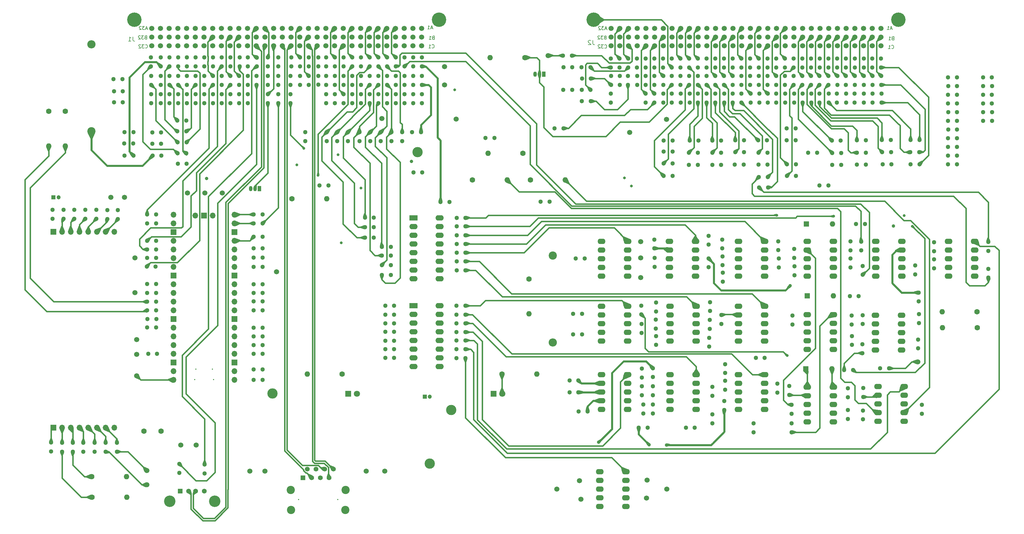
<source format=gbl>
%TF.GenerationSoftware,KiCad,Pcbnew,7.0.5*%
%TF.CreationDate,2023-08-08T11:47:51-04:00*%
%TF.ProjectId,selftest_bd,73656c66-7465-4737-945f-62642e6b6963,1.0*%
%TF.SameCoordinates,Original*%
%TF.FileFunction,Copper,L4,Bot*%
%TF.FilePolarity,Positive*%
%FSLAX46Y46*%
G04 Gerber Fmt 4.6, Leading zero omitted, Abs format (unit mm)*
G04 Created by KiCad (PCBNEW 7.0.5) date 2023-08-08 11:47:51*
%MOMM*%
%LPD*%
G01*
G04 APERTURE LIST*
%ADD10C,0.150000*%
%TA.AperFunction,NonConductor*%
%ADD11C,0.150000*%
%TD*%
%TA.AperFunction,ComponentPad*%
%ADD12C,1.300000*%
%TD*%
%TA.AperFunction,ComponentPad*%
%ADD13C,1.500000*%
%TD*%
%TA.AperFunction,ComponentPad*%
%ADD14R,1.800000X1.800000*%
%TD*%
%TA.AperFunction,ComponentPad*%
%ADD15C,1.800000*%
%TD*%
%TA.AperFunction,ComponentPad*%
%ADD16O,2.300000X1.600000*%
%TD*%
%TA.AperFunction,ComponentPad*%
%ADD17R,1.600000X1.600000*%
%TD*%
%TA.AperFunction,ComponentPad*%
%ADD18O,1.600000X1.600000*%
%TD*%
%TA.AperFunction,ComponentPad*%
%ADD19R,1.408000X1.408000*%
%TD*%
%TA.AperFunction,ComponentPad*%
%ADD20C,1.408000*%
%TD*%
%TA.AperFunction,ComponentPad*%
%ADD21C,2.400000*%
%TD*%
%TA.AperFunction,ComponentPad*%
%ADD22C,4.200000*%
%TD*%
%TA.AperFunction,ComponentPad*%
%ADD23C,1.600000*%
%TD*%
%TA.AperFunction,ComponentPad*%
%ADD24R,2.400000X1.600000*%
%TD*%
%TA.AperFunction,ComponentPad*%
%ADD25O,2.400000X1.600000*%
%TD*%
%TA.AperFunction,ComponentPad*%
%ADD26R,1.200000X1.200000*%
%TD*%
%TA.AperFunction,ComponentPad*%
%ADD27C,1.200000*%
%TD*%
%TA.AperFunction,ComponentPad*%
%ADD28O,2.400000X2.400000*%
%TD*%
%TA.AperFunction,ComponentPad*%
%ADD29C,3.000000*%
%TD*%
%TA.AperFunction,ComponentPad*%
%ADD30R,1.050000X1.500000*%
%TD*%
%TA.AperFunction,ComponentPad*%
%ADD31O,1.050000X1.500000*%
%TD*%
%TA.AperFunction,ComponentPad*%
%ADD32R,1.428000X1.428000*%
%TD*%
%TA.AperFunction,ComponentPad*%
%ADD33C,1.428000*%
%TD*%
%TA.AperFunction,ComponentPad*%
%ADD34C,3.346000*%
%TD*%
%TA.AperFunction,ComponentPad*%
%ADD35R,1.700000X1.700000*%
%TD*%
%TA.AperFunction,ComponentPad*%
%ADD36O,1.700000X1.700000*%
%TD*%
%TA.AperFunction,ViaPad*%
%ADD37C,1.000000*%
%TD*%
%TA.AperFunction,ViaPad*%
%ADD38C,0.800000*%
%TD*%
%TA.AperFunction,Conductor*%
%ADD39C,0.400000*%
%TD*%
%TA.AperFunction,Conductor*%
%ADD40C,0.600000*%
%TD*%
%ADD41C,0.350000*%
G04 APERTURE END LIST*
D10*
D11*
X176360475Y-5239104D02*
X175884285Y-5239104D01*
X176455713Y-5524819D02*
X176122380Y-4524819D01*
X176122380Y-4524819D02*
X175789047Y-5524819D01*
X175550951Y-4524819D02*
X174931904Y-4524819D01*
X174931904Y-4524819D02*
X175265237Y-4905771D01*
X175265237Y-4905771D02*
X175122380Y-4905771D01*
X175122380Y-4905771D02*
X175027142Y-4953390D01*
X175027142Y-4953390D02*
X174979523Y-5001009D01*
X174979523Y-5001009D02*
X174931904Y-5096247D01*
X174931904Y-5096247D02*
X174931904Y-5334342D01*
X174931904Y-5334342D02*
X174979523Y-5429580D01*
X174979523Y-5429580D02*
X175027142Y-5477200D01*
X175027142Y-5477200D02*
X175122380Y-5524819D01*
X175122380Y-5524819D02*
X175408094Y-5524819D01*
X175408094Y-5524819D02*
X175503332Y-5477200D01*
X175503332Y-5477200D02*
X175550951Y-5429580D01*
X174550951Y-4620057D02*
X174503332Y-4572438D01*
X174503332Y-4572438D02*
X174408094Y-4524819D01*
X174408094Y-4524819D02*
X174169999Y-4524819D01*
X174169999Y-4524819D02*
X174074761Y-4572438D01*
X174074761Y-4572438D02*
X174027142Y-4620057D01*
X174027142Y-4620057D02*
X173979523Y-4715295D01*
X173979523Y-4715295D02*
X173979523Y-4810533D01*
X173979523Y-4810533D02*
X174027142Y-4953390D01*
X174027142Y-4953390D02*
X174598570Y-5524819D01*
X174598570Y-5524819D02*
X173979523Y-5524819D01*
D10*
D11*
X259642085Y-5182039D02*
X259165895Y-5182039D01*
X259737323Y-5467754D02*
X259403990Y-4467754D01*
X259403990Y-4467754D02*
X259070657Y-5467754D01*
X258213514Y-5467754D02*
X258784942Y-5467754D01*
X258499228Y-5467754D02*
X258499228Y-4467754D01*
X258499228Y-4467754D02*
X258594466Y-4610611D01*
X258594466Y-4610611D02*
X258689704Y-4705849D01*
X258689704Y-4705849D02*
X258784942Y-4753468D01*
D10*
D11*
X175912552Y-7769609D02*
X175769695Y-7817228D01*
X175769695Y-7817228D02*
X175722076Y-7864847D01*
X175722076Y-7864847D02*
X175674457Y-7960085D01*
X175674457Y-7960085D02*
X175674457Y-8102942D01*
X175674457Y-8102942D02*
X175722076Y-8198180D01*
X175722076Y-8198180D02*
X175769695Y-8245800D01*
X175769695Y-8245800D02*
X175864933Y-8293419D01*
X175864933Y-8293419D02*
X176245885Y-8293419D01*
X176245885Y-8293419D02*
X176245885Y-7293419D01*
X176245885Y-7293419D02*
X175912552Y-7293419D01*
X175912552Y-7293419D02*
X175817314Y-7341038D01*
X175817314Y-7341038D02*
X175769695Y-7388657D01*
X175769695Y-7388657D02*
X175722076Y-7483895D01*
X175722076Y-7483895D02*
X175722076Y-7579133D01*
X175722076Y-7579133D02*
X175769695Y-7674371D01*
X175769695Y-7674371D02*
X175817314Y-7721990D01*
X175817314Y-7721990D02*
X175912552Y-7769609D01*
X175912552Y-7769609D02*
X176245885Y-7769609D01*
X175341123Y-7293419D02*
X174722076Y-7293419D01*
X174722076Y-7293419D02*
X175055409Y-7674371D01*
X175055409Y-7674371D02*
X174912552Y-7674371D01*
X174912552Y-7674371D02*
X174817314Y-7721990D01*
X174817314Y-7721990D02*
X174769695Y-7769609D01*
X174769695Y-7769609D02*
X174722076Y-7864847D01*
X174722076Y-7864847D02*
X174722076Y-8102942D01*
X174722076Y-8102942D02*
X174769695Y-8198180D01*
X174769695Y-8198180D02*
X174817314Y-8245800D01*
X174817314Y-8245800D02*
X174912552Y-8293419D01*
X174912552Y-8293419D02*
X175198266Y-8293419D01*
X175198266Y-8293419D02*
X175293504Y-8245800D01*
X175293504Y-8245800D02*
X175341123Y-8198180D01*
X174341123Y-7388657D02*
X174293504Y-7341038D01*
X174293504Y-7341038D02*
X174198266Y-7293419D01*
X174198266Y-7293419D02*
X173960171Y-7293419D01*
X173960171Y-7293419D02*
X173864933Y-7341038D01*
X173864933Y-7341038D02*
X173817314Y-7388657D01*
X173817314Y-7388657D02*
X173769695Y-7483895D01*
X173769695Y-7483895D02*
X173769695Y-7579133D01*
X173769695Y-7579133D02*
X173817314Y-7721990D01*
X173817314Y-7721990D02*
X174388742Y-8293419D01*
X174388742Y-8293419D02*
X173769695Y-8293419D01*
D10*
D11*
X42360475Y-5207439D02*
X41884285Y-5207439D01*
X42455713Y-5493154D02*
X42122380Y-4493154D01*
X42122380Y-4493154D02*
X41789047Y-5493154D01*
X41550951Y-4493154D02*
X40931904Y-4493154D01*
X40931904Y-4493154D02*
X41265237Y-4874106D01*
X41265237Y-4874106D02*
X41122380Y-4874106D01*
X41122380Y-4874106D02*
X41027142Y-4921725D01*
X41027142Y-4921725D02*
X40979523Y-4969344D01*
X40979523Y-4969344D02*
X40931904Y-5064582D01*
X40931904Y-5064582D02*
X40931904Y-5302677D01*
X40931904Y-5302677D02*
X40979523Y-5397915D01*
X40979523Y-5397915D02*
X41027142Y-5445535D01*
X41027142Y-5445535D02*
X41122380Y-5493154D01*
X41122380Y-5493154D02*
X41408094Y-5493154D01*
X41408094Y-5493154D02*
X41503332Y-5445535D01*
X41503332Y-5445535D02*
X41550951Y-5397915D01*
X40550951Y-4588392D02*
X40503332Y-4540773D01*
X40503332Y-4540773D02*
X40408094Y-4493154D01*
X40408094Y-4493154D02*
X40169999Y-4493154D01*
X40169999Y-4493154D02*
X40074761Y-4540773D01*
X40074761Y-4540773D02*
X40027142Y-4588392D01*
X40027142Y-4588392D02*
X39979523Y-4683630D01*
X39979523Y-4683630D02*
X39979523Y-4778868D01*
X39979523Y-4778868D02*
X40027142Y-4921725D01*
X40027142Y-4921725D02*
X40598570Y-5493154D01*
X40598570Y-5493154D02*
X39979523Y-5493154D01*
D10*
D11*
X259500866Y-10935115D02*
X259548485Y-10982735D01*
X259548485Y-10982735D02*
X259691342Y-11030354D01*
X259691342Y-11030354D02*
X259786580Y-11030354D01*
X259786580Y-11030354D02*
X259929437Y-10982735D01*
X259929437Y-10982735D02*
X260024675Y-10887496D01*
X260024675Y-10887496D02*
X260072294Y-10792258D01*
X260072294Y-10792258D02*
X260119913Y-10601782D01*
X260119913Y-10601782D02*
X260119913Y-10458925D01*
X260119913Y-10458925D02*
X260072294Y-10268449D01*
X260072294Y-10268449D02*
X260024675Y-10173211D01*
X260024675Y-10173211D02*
X259929437Y-10077973D01*
X259929437Y-10077973D02*
X259786580Y-10030354D01*
X259786580Y-10030354D02*
X259691342Y-10030354D01*
X259691342Y-10030354D02*
X259548485Y-10077973D01*
X259548485Y-10077973D02*
X259500866Y-10125592D01*
X258548485Y-11030354D02*
X259119913Y-11030354D01*
X258834199Y-11030354D02*
X258834199Y-10030354D01*
X258834199Y-10030354D02*
X258929437Y-10173211D01*
X258929437Y-10173211D02*
X259024675Y-10268449D01*
X259024675Y-10268449D02*
X259119913Y-10316068D01*
D10*
D11*
X175776057Y-10814380D02*
X175823676Y-10862000D01*
X175823676Y-10862000D02*
X175966533Y-10909619D01*
X175966533Y-10909619D02*
X176061771Y-10909619D01*
X176061771Y-10909619D02*
X176204628Y-10862000D01*
X176204628Y-10862000D02*
X176299866Y-10766761D01*
X176299866Y-10766761D02*
X176347485Y-10671523D01*
X176347485Y-10671523D02*
X176395104Y-10481047D01*
X176395104Y-10481047D02*
X176395104Y-10338190D01*
X176395104Y-10338190D02*
X176347485Y-10147714D01*
X176347485Y-10147714D02*
X176299866Y-10052476D01*
X176299866Y-10052476D02*
X176204628Y-9957238D01*
X176204628Y-9957238D02*
X176061771Y-9909619D01*
X176061771Y-9909619D02*
X175966533Y-9909619D01*
X175966533Y-9909619D02*
X175823676Y-9957238D01*
X175823676Y-9957238D02*
X175776057Y-10004857D01*
X175442723Y-9909619D02*
X174823676Y-9909619D01*
X174823676Y-9909619D02*
X175157009Y-10290571D01*
X175157009Y-10290571D02*
X175014152Y-10290571D01*
X175014152Y-10290571D02*
X174918914Y-10338190D01*
X174918914Y-10338190D02*
X174871295Y-10385809D01*
X174871295Y-10385809D02*
X174823676Y-10481047D01*
X174823676Y-10481047D02*
X174823676Y-10719142D01*
X174823676Y-10719142D02*
X174871295Y-10814380D01*
X174871295Y-10814380D02*
X174918914Y-10862000D01*
X174918914Y-10862000D02*
X175014152Y-10909619D01*
X175014152Y-10909619D02*
X175299866Y-10909619D01*
X175299866Y-10909619D02*
X175395104Y-10862000D01*
X175395104Y-10862000D02*
X175442723Y-10814380D01*
X174442723Y-10004857D02*
X174395104Y-9957238D01*
X174395104Y-9957238D02*
X174299866Y-9909619D01*
X174299866Y-9909619D02*
X174061771Y-9909619D01*
X174061771Y-9909619D02*
X173966533Y-9957238D01*
X173966533Y-9957238D02*
X173918914Y-10004857D01*
X173918914Y-10004857D02*
X173871295Y-10100095D01*
X173871295Y-10100095D02*
X173871295Y-10195333D01*
X173871295Y-10195333D02*
X173918914Y-10338190D01*
X173918914Y-10338190D02*
X174490342Y-10909619D01*
X174490342Y-10909619D02*
X173871295Y-10909619D01*
D10*
D11*
X41876752Y-7737944D02*
X41733895Y-7785563D01*
X41733895Y-7785563D02*
X41686276Y-7833182D01*
X41686276Y-7833182D02*
X41638657Y-7928420D01*
X41638657Y-7928420D02*
X41638657Y-8071277D01*
X41638657Y-8071277D02*
X41686276Y-8166515D01*
X41686276Y-8166515D02*
X41733895Y-8214135D01*
X41733895Y-8214135D02*
X41829133Y-8261754D01*
X41829133Y-8261754D02*
X42210085Y-8261754D01*
X42210085Y-8261754D02*
X42210085Y-7261754D01*
X42210085Y-7261754D02*
X41876752Y-7261754D01*
X41876752Y-7261754D02*
X41781514Y-7309373D01*
X41781514Y-7309373D02*
X41733895Y-7356992D01*
X41733895Y-7356992D02*
X41686276Y-7452230D01*
X41686276Y-7452230D02*
X41686276Y-7547468D01*
X41686276Y-7547468D02*
X41733895Y-7642706D01*
X41733895Y-7642706D02*
X41781514Y-7690325D01*
X41781514Y-7690325D02*
X41876752Y-7737944D01*
X41876752Y-7737944D02*
X42210085Y-7737944D01*
X41305323Y-7261754D02*
X40686276Y-7261754D01*
X40686276Y-7261754D02*
X41019609Y-7642706D01*
X41019609Y-7642706D02*
X40876752Y-7642706D01*
X40876752Y-7642706D02*
X40781514Y-7690325D01*
X40781514Y-7690325D02*
X40733895Y-7737944D01*
X40733895Y-7737944D02*
X40686276Y-7833182D01*
X40686276Y-7833182D02*
X40686276Y-8071277D01*
X40686276Y-8071277D02*
X40733895Y-8166515D01*
X40733895Y-8166515D02*
X40781514Y-8214135D01*
X40781514Y-8214135D02*
X40876752Y-8261754D01*
X40876752Y-8261754D02*
X41162466Y-8261754D01*
X41162466Y-8261754D02*
X41257704Y-8214135D01*
X41257704Y-8214135D02*
X41305323Y-8166515D01*
X40305323Y-7356992D02*
X40257704Y-7309373D01*
X40257704Y-7309373D02*
X40162466Y-7261754D01*
X40162466Y-7261754D02*
X39924371Y-7261754D01*
X39924371Y-7261754D02*
X39829133Y-7309373D01*
X39829133Y-7309373D02*
X39781514Y-7356992D01*
X39781514Y-7356992D02*
X39733895Y-7452230D01*
X39733895Y-7452230D02*
X39733895Y-7547468D01*
X39733895Y-7547468D02*
X39781514Y-7690325D01*
X39781514Y-7690325D02*
X40352942Y-8261754D01*
X40352942Y-8261754D02*
X39733895Y-8261754D01*
D10*
D11*
X41740257Y-10782715D02*
X41787876Y-10830335D01*
X41787876Y-10830335D02*
X41930733Y-10877954D01*
X41930733Y-10877954D02*
X42025971Y-10877954D01*
X42025971Y-10877954D02*
X42168828Y-10830335D01*
X42168828Y-10830335D02*
X42264066Y-10735096D01*
X42264066Y-10735096D02*
X42311685Y-10639858D01*
X42311685Y-10639858D02*
X42359304Y-10449382D01*
X42359304Y-10449382D02*
X42359304Y-10306525D01*
X42359304Y-10306525D02*
X42311685Y-10116049D01*
X42311685Y-10116049D02*
X42264066Y-10020811D01*
X42264066Y-10020811D02*
X42168828Y-9925573D01*
X42168828Y-9925573D02*
X42025971Y-9877954D01*
X42025971Y-9877954D02*
X41930733Y-9877954D01*
X41930733Y-9877954D02*
X41787876Y-9925573D01*
X41787876Y-9925573D02*
X41740257Y-9973192D01*
X41406923Y-9877954D02*
X40787876Y-9877954D01*
X40787876Y-9877954D02*
X41121209Y-10258906D01*
X41121209Y-10258906D02*
X40978352Y-10258906D01*
X40978352Y-10258906D02*
X40883114Y-10306525D01*
X40883114Y-10306525D02*
X40835495Y-10354144D01*
X40835495Y-10354144D02*
X40787876Y-10449382D01*
X40787876Y-10449382D02*
X40787876Y-10687477D01*
X40787876Y-10687477D02*
X40835495Y-10782715D01*
X40835495Y-10782715D02*
X40883114Y-10830335D01*
X40883114Y-10830335D02*
X40978352Y-10877954D01*
X40978352Y-10877954D02*
X41264066Y-10877954D01*
X41264066Y-10877954D02*
X41359304Y-10830335D01*
X41359304Y-10830335D02*
X41406923Y-10782715D01*
X40406923Y-9973192D02*
X40359304Y-9925573D01*
X40359304Y-9925573D02*
X40264066Y-9877954D01*
X40264066Y-9877954D02*
X40025971Y-9877954D01*
X40025971Y-9877954D02*
X39930733Y-9925573D01*
X39930733Y-9925573D02*
X39883114Y-9973192D01*
X39883114Y-9973192D02*
X39835495Y-10068430D01*
X39835495Y-10068430D02*
X39835495Y-10163668D01*
X39835495Y-10163668D02*
X39883114Y-10306525D01*
X39883114Y-10306525D02*
X40454542Y-10877954D01*
X40454542Y-10877954D02*
X39835495Y-10877954D01*
D10*
D11*
X172315332Y-8599139D02*
X172315332Y-9527711D01*
X172315332Y-9527711D02*
X172377237Y-9713425D01*
X172377237Y-9713425D02*
X172501046Y-9837235D01*
X172501046Y-9837235D02*
X172686761Y-9899139D01*
X172686761Y-9899139D02*
X172810570Y-9899139D01*
X171758189Y-8722949D02*
X171696285Y-8661044D01*
X171696285Y-8661044D02*
X171572475Y-8599139D01*
X171572475Y-8599139D02*
X171262951Y-8599139D01*
X171262951Y-8599139D02*
X171139142Y-8661044D01*
X171139142Y-8661044D02*
X171077237Y-8722949D01*
X171077237Y-8722949D02*
X171015332Y-8846758D01*
X171015332Y-8846758D02*
X171015332Y-8970568D01*
X171015332Y-8970568D02*
X171077237Y-9156282D01*
X171077237Y-9156282D02*
X171820094Y-9899139D01*
X171820094Y-9899139D02*
X171015332Y-9899139D01*
D10*
D11*
X125555485Y-5004239D02*
X125079295Y-5004239D01*
X125650723Y-5289954D02*
X125317390Y-4289954D01*
X125317390Y-4289954D02*
X124984057Y-5289954D01*
X124126914Y-5289954D02*
X124698342Y-5289954D01*
X124412628Y-5289954D02*
X124412628Y-4289954D01*
X124412628Y-4289954D02*
X124507866Y-4432811D01*
X124507866Y-4432811D02*
X124603104Y-4528049D01*
X124603104Y-4528049D02*
X124698342Y-4575668D01*
D10*
D11*
X125414266Y-10757315D02*
X125461885Y-10804935D01*
X125461885Y-10804935D02*
X125604742Y-10852554D01*
X125604742Y-10852554D02*
X125699980Y-10852554D01*
X125699980Y-10852554D02*
X125842837Y-10804935D01*
X125842837Y-10804935D02*
X125938075Y-10709696D01*
X125938075Y-10709696D02*
X125985694Y-10614458D01*
X125985694Y-10614458D02*
X126033313Y-10423982D01*
X126033313Y-10423982D02*
X126033313Y-10281125D01*
X126033313Y-10281125D02*
X125985694Y-10090649D01*
X125985694Y-10090649D02*
X125938075Y-9995411D01*
X125938075Y-9995411D02*
X125842837Y-9900173D01*
X125842837Y-9900173D02*
X125699980Y-9852554D01*
X125699980Y-9852554D02*
X125604742Y-9852554D01*
X125604742Y-9852554D02*
X125461885Y-9900173D01*
X125461885Y-9900173D02*
X125414266Y-9947792D01*
X124461885Y-10852554D02*
X125033313Y-10852554D01*
X124747599Y-10852554D02*
X124747599Y-9852554D01*
X124747599Y-9852554D02*
X124842837Y-9995411D01*
X124842837Y-9995411D02*
X124938075Y-10090649D01*
X124938075Y-10090649D02*
X125033313Y-10138268D01*
D10*
D11*
X125753961Y-7814144D02*
X125611104Y-7861763D01*
X125611104Y-7861763D02*
X125563485Y-7909382D01*
X125563485Y-7909382D02*
X125515866Y-8004620D01*
X125515866Y-8004620D02*
X125515866Y-8147477D01*
X125515866Y-8147477D02*
X125563485Y-8242715D01*
X125563485Y-8242715D02*
X125611104Y-8290335D01*
X125611104Y-8290335D02*
X125706342Y-8337954D01*
X125706342Y-8337954D02*
X126087294Y-8337954D01*
X126087294Y-8337954D02*
X126087294Y-7337954D01*
X126087294Y-7337954D02*
X125753961Y-7337954D01*
X125753961Y-7337954D02*
X125658723Y-7385573D01*
X125658723Y-7385573D02*
X125611104Y-7433192D01*
X125611104Y-7433192D02*
X125563485Y-7528430D01*
X125563485Y-7528430D02*
X125563485Y-7623668D01*
X125563485Y-7623668D02*
X125611104Y-7718906D01*
X125611104Y-7718906D02*
X125658723Y-7766525D01*
X125658723Y-7766525D02*
X125753961Y-7814144D01*
X125753961Y-7814144D02*
X126087294Y-7814144D01*
X124563485Y-8337954D02*
X125134913Y-8337954D01*
X124849199Y-8337954D02*
X124849199Y-7337954D01*
X124849199Y-7337954D02*
X124944437Y-7480811D01*
X124944437Y-7480811D02*
X125039675Y-7576049D01*
X125039675Y-7576049D02*
X125134913Y-7623668D01*
D10*
D11*
X259840561Y-7991944D02*
X259697704Y-8039563D01*
X259697704Y-8039563D02*
X259650085Y-8087182D01*
X259650085Y-8087182D02*
X259602466Y-8182420D01*
X259602466Y-8182420D02*
X259602466Y-8325277D01*
X259602466Y-8325277D02*
X259650085Y-8420515D01*
X259650085Y-8420515D02*
X259697704Y-8468135D01*
X259697704Y-8468135D02*
X259792942Y-8515754D01*
X259792942Y-8515754D02*
X260173894Y-8515754D01*
X260173894Y-8515754D02*
X260173894Y-7515754D01*
X260173894Y-7515754D02*
X259840561Y-7515754D01*
X259840561Y-7515754D02*
X259745323Y-7563373D01*
X259745323Y-7563373D02*
X259697704Y-7610992D01*
X259697704Y-7610992D02*
X259650085Y-7706230D01*
X259650085Y-7706230D02*
X259650085Y-7801468D01*
X259650085Y-7801468D02*
X259697704Y-7896706D01*
X259697704Y-7896706D02*
X259745323Y-7944325D01*
X259745323Y-7944325D02*
X259840561Y-7991944D01*
X259840561Y-7991944D02*
X260173894Y-7991944D01*
X258650085Y-8515754D02*
X259221513Y-8515754D01*
X258935799Y-8515754D02*
X258935799Y-7515754D01*
X258935799Y-7515754D02*
X259031037Y-7658611D01*
X259031037Y-7658611D02*
X259126275Y-7753849D01*
X259126275Y-7753849D02*
X259221513Y-7801468D01*
D10*
D11*
X38123332Y-7553604D02*
X38123332Y-8482176D01*
X38123332Y-8482176D02*
X38185237Y-8667890D01*
X38185237Y-8667890D02*
X38309046Y-8791700D01*
X38309046Y-8791700D02*
X38494761Y-8853604D01*
X38494761Y-8853604D02*
X38618570Y-8853604D01*
X36823332Y-8853604D02*
X37566189Y-8853604D01*
X37194761Y-8853604D02*
X37194761Y-7553604D01*
X37194761Y-7553604D02*
X37318570Y-7739319D01*
X37318570Y-7739319D02*
X37442380Y-7863128D01*
X37442380Y-7863128D02*
X37566189Y-7925033D01*
D12*
%TO.P,NT78,1,1*%
%TO.N,CMOD_3*%
X71679000Y-26963135D03*
%TO.P,NT78,2,2*%
%TO.N,Net-(J1-PadC21)*%
X71679000Y-24363135D03*
%TD*%
%TO.P,NT113,1,1*%
%TO.N,Net-(J2-PadA13)*%
X225857000Y-13920000D03*
%TO.P,NT113,2,2*%
%TO.N,B30_H*%
X225857000Y-16520000D03*
%TD*%
%TO.P,NT188,1,1*%
%TO.N,B4_COM_L*%
X197970000Y-26820000D03*
%TO.P,NT188,2,2*%
%TO.N,Net-(J2-PadC24)*%
X197970000Y-24220000D03*
%TD*%
%TO.P,NT70,1,1*%
%TO.N,PR1_3*%
X109779000Y-26963135D03*
%TO.P,NT70,2,2*%
%TO.N,Net-(J1-PadC6)*%
X109779000Y-24363135D03*
%TD*%
%TO.P,NT40,1,1*%
%TO.N,PM1_IO8*%
X104699000Y-21629135D03*
%TO.P,NT40,2,2*%
%TO.N,Net-(J1-PadB8)*%
X104699000Y-19029135D03*
%TD*%
%TO.P,NT337,1,1*%
%TO.N,B20_L*%
X256870000Y-44820000D03*
%TO.P,NT337,2,2*%
%TO.N,B10_L*%
X259470000Y-44820000D03*
%TD*%
D13*
%TO.P,TP15,1,1*%
%TO.N,Net-(NT312-Pad2)*%
X39234800Y-100337000D03*
%TD*%
%TO.P,TP32,1,1*%
%TO.N,Net-(K17-Pad8)*%
X193920500Y-139735000D03*
%TD*%
D12*
%TO.P,NT296,1,1*%
%TO.N,USPI0_CLK*%
X75990210Y-100210210D03*
%TO.P,NT296,2,2*%
%TO.N,Net-(U1-GPIO2)*%
X73390210Y-100210210D03*
%TD*%
%TO.P,NT187,1,1*%
%TO.N,B4_COM_H*%
X200570000Y-26820000D03*
%TO.P,NT187,2,2*%
%TO.N,Net-(J2-PadC23)*%
X200570000Y-24220000D03*
%TD*%
%TO.P,NT4,1,1*%
%TO.N,PR_ADC1*%
X114859000Y-16210000D03*
%TO.P,NT4,2,2*%
%TO.N,Net-(J1-PadA4)*%
X114859000Y-13610000D03*
%TD*%
%TO.P,NT115,1,1*%
%TO.N,Net-(J2-PadA15)*%
X220775587Y-13920000D03*
%TO.P,NT115,2,2*%
%TO.N,B33_H*%
X220775587Y-16520000D03*
%TD*%
%TO.P,NT162,1,1*%
%TO.N,INST-*%
X182570000Y-21620000D03*
%TO.P,NT162,2,2*%
%TO.N,/Interface Connector/IT-*%
X182570000Y-19020000D03*
%TD*%
%TO.P,NT74,1,1*%
%TO.N,PCTRL*%
X99619000Y-26963135D03*
%TO.P,NT74,2,2*%
%TO.N,Net-(J1-PadC10)*%
X99619000Y-24363135D03*
%TD*%
D13*
%TO.P,TP5,1,1*%
%TO.N,Net-(NT67-Pad1)*%
X132440000Y-31670000D03*
%TD*%
D12*
%TO.P,NT276,1,1*%
%TO.N,PR1_3*%
X110780000Y-68930000D03*
%TO.P,NT276,2,2*%
%TO.N,Net-(U2-I4)*%
X113380000Y-68930000D03*
%TD*%
D14*
%TO.P,D4,1,K*%
%TO.N,GND*%
X143345000Y-111929600D03*
D15*
%TO.P,D4,2,A*%
%TO.N,Net-(D4-A)*%
X145885000Y-111929600D03*
%TD*%
D12*
%TO.P,NT361,1,1*%
%TO.N,Net-(K14-Pad7)*%
X247920000Y-95020000D03*
%TO.P,NT361,2,2*%
%TO.N,B2_COM_L*%
X247920000Y-97620000D03*
%TD*%
%TO.P,NT374,1,1*%
%TO.N,K2_LP_NO1*%
X51176600Y-38422000D03*
%TO.P,NT374,2,2*%
%TO.N,K1_LP_NC1*%
X53776600Y-38422000D03*
%TD*%
%TO.P,NT237,1,1*%
%TO.N,Net-(K7-Pad2)*%
X190770000Y-87820000D03*
%TO.P,NT237,2,2*%
%TO.N,Net-(K8-Pad3)*%
X190770000Y-85220000D03*
%TD*%
%TO.P,NT401,1,1*%
%TO.N,Net-(K10-Pad2)*%
X210970000Y-110720000D03*
%TO.P,NT401,2,2*%
%TO.N,PS1*%
X210970000Y-108120000D03*
%TD*%
%TO.P,NT239,1,1*%
%TO.N,Net-(K16-Pad2)*%
X229670000Y-112220000D03*
%TO.P,NT239,2,2*%
%TO.N,VM1*%
X229670000Y-109620000D03*
%TD*%
%TO.P,NT260,1,1*%
%TO.N,PR0_6*%
X113580000Y-38030000D03*
%TO.P,NT260,2,2*%
%TO.N,PR1_6*%
X113580000Y-35430000D03*
%TD*%
%TO.P,NT130,1,1*%
%TO.N,/Interface Connector/SH1-*%
X182654422Y-13920000D03*
%TO.P,NT130,2,2*%
%TO.N,SCOPE_CH1-*%
X182654422Y-16520000D03*
%TD*%
%TO.P,NT125,1,1*%
%TO.N,Net-(J2-PadA25)*%
X195361477Y-13920000D03*
%TO.P,NT125,2,2*%
%TO.N,Earth*%
X195361477Y-16520000D03*
%TD*%
D13*
%TO.P,TP23,1,1*%
%TO.N,Net-(J3-Pad2)*%
X76670000Y-134520000D03*
%TD*%
%TO.P,TP40,1,1*%
%TO.N,USB_GND*%
X56591400Y-126839400D03*
%TD*%
D12*
%TO.P,NT62,1,1*%
%TO.N,K2_LP_NC1*%
X48819000Y-21629135D03*
%TO.P,NT62,2,2*%
%TO.N,Net-(J1-PadB30)*%
X48819000Y-19029135D03*
%TD*%
%TO.P,NT61,1,1*%
%TO.N,K2_LP_NO2*%
X51359000Y-21629135D03*
%TO.P,NT61,2,2*%
%TO.N,Net-(J1-PadB29)*%
X51359000Y-19029135D03*
%TD*%
%TO.P,NT145,1,1*%
%TO.N,Net-(J2-PadB13)*%
X225861405Y-19020000D03*
%TO.P,NT145,2,2*%
%TO.N,B31_H*%
X225861405Y-21620000D03*
%TD*%
%TO.P,NT320,1,1*%
%TO.N,Net-(U1-GPIO22)*%
X44890210Y-79810210D03*
%TO.P,NT320,2,2*%
%TO.N,PK17*%
X42290210Y-79810210D03*
%TD*%
%TO.P,NT19,1,1*%
%TO.N,SERIAL_RX*%
X77521000Y-16210000D03*
%TO.P,NT19,2,2*%
%TO.N,Net-(J1-PadA19)*%
X77521000Y-13610000D03*
%TD*%
%TO.P,NT229,1,1*%
%TO.N,GND*%
X163750000Y-16450000D03*
%TO.P,NT229,2,2*%
%TO.N,Net-(NT227-Pad2)*%
X166350000Y-16450000D03*
%TD*%
%TO.P,NT268,1,1*%
%TO.N,PR1_2*%
X105840000Y-66290000D03*
%TO.P,NT268,2,2*%
%TO.N,Net-(U2-I3)*%
X108440000Y-66290000D03*
%TD*%
%TO.P,NT87,1,1*%
%TO.N,K3_HP_C2*%
X48770000Y-26963135D03*
%TO.P,NT87,2,2*%
%TO.N,Net-(J1-PadC30)*%
X48770000Y-24363135D03*
%TD*%
%TO.P,NT396,1,1*%
%TO.N,Net-(J6-Pin_2)*%
X17870000Y-60720000D03*
%TO.P,NT396,2,2*%
%TO.N,CMOD_1*%
X17870000Y-58120000D03*
%TD*%
D16*
%TO.P,K16,1*%
%TO.N,VCC*%
X234910000Y-109920000D03*
%TO.P,K16,2*%
%TO.N,Net-(K16-Pad2)*%
X234910000Y-112460000D03*
%TO.P,K16,3*%
%TO.N,Net-(K16-Pad3)*%
X234910000Y-115000000D03*
%TO.P,K16,4*%
%TO.N,Net-(K16-Pad4)*%
X234910000Y-117540000D03*
%TO.P,K16,5*%
%TO.N,N/C*%
X234910000Y-120080000D03*
%TO.P,K16,6*%
X242530000Y-120080000D03*
%TO.P,K16,7*%
%TO.N,Net-(K16-Pad7)*%
X242530000Y-117540000D03*
%TO.P,K16,8*%
%TO.N,Net-(K16-Pad8)*%
X242530000Y-115000000D03*
%TO.P,K16,9*%
%TO.N,Net-(K16-Pad9)*%
X242530000Y-112460000D03*
%TO.P,K16,10*%
%TO.N,VM4*%
X242530000Y-109920000D03*
%TD*%
D12*
%TO.P,NT336,1,1*%
%TO.N,SSR1_POS*%
X53827400Y-44695800D03*
%TO.P,NT336,2,2*%
%TO.N,PS4*%
X51227400Y-44695800D03*
%TD*%
%TO.P,NT36,1,1*%
%TO.N,DAC_VOUT*%
X114859000Y-21629135D03*
%TO.P,NT36,2,2*%
%TO.N,Net-(J1-PadB4)*%
X114859000Y-19029135D03*
%TD*%
%TO.P,NT63,1,1*%
%TO.N,K2_LP_C1*%
X46270000Y-21629135D03*
%TO.P,NT63,2,2*%
%TO.N,Net-(J1-PadB31)*%
X46270000Y-19029135D03*
%TD*%
%TO.P,NT331,1,1*%
%TO.N,B15_H*%
X251970000Y-37820000D03*
%TO.P,NT331,2,2*%
%TO.N,B25_H*%
X249370000Y-37820000D03*
%TD*%
D13*
%TO.P,TP35,1,1*%
%TO.N,Net-(K17-Pad9)*%
X188120500Y-137135000D03*
%TD*%
D12*
%TO.P,NT126,1,1*%
%TO.N,OC1_OUT*%
X192860000Y-16520000D03*
%TO.P,NT126,2,2*%
%TO.N,Net-(J2-PadA26)*%
X192860000Y-13920000D03*
%TD*%
%TO.P,NT215,1,1*%
%TO.N,Net-(K1-Pad8)*%
X186670000Y-112320000D03*
%TO.P,NT215,2,2*%
%TO.N,GND*%
X186670000Y-109720000D03*
%TD*%
D16*
%TO.P,K4,1*%
%TO.N,VCC*%
X174870000Y-67320000D03*
%TO.P,K4,2*%
%TO.N,Net-(K4-Pad2)*%
X174870000Y-69860000D03*
%TO.P,K4,3*%
%TO.N,Net-(K4-Pad3)*%
X174870000Y-72400000D03*
%TO.P,K4,4*%
%TO.N,Net-(K4-Pad4)*%
X174870000Y-74940000D03*
%TO.P,K4,5*%
%TO.N,N/C*%
X174870000Y-77480000D03*
%TO.P,K4,6*%
X182490000Y-77480000D03*
%TO.P,K4,7*%
%TO.N,Net-(K4-Pad7)*%
X182490000Y-74940000D03*
%TO.P,K4,8*%
%TO.N,Net-(K4-Pad8)*%
X182490000Y-72400000D03*
%TO.P,K4,9*%
%TO.N,Net-(K4-Pad9)*%
X182490000Y-69860000D03*
%TO.P,K4,10*%
%TO.N,Net-(K4-Pad10)*%
X182490000Y-67320000D03*
%TD*%
D12*
%TO.P,NT315,1,1*%
%TO.N,Net-(NT315-Pad1)*%
X42290210Y-72210210D03*
%TO.P,NT315,2,2*%
%TO.N,Net-(U1-GPIO20)*%
X44890210Y-72210210D03*
%TD*%
%TO.P,NT335,1,1*%
%TO.N,B3_COM_H*%
X223450000Y-51630000D03*
%TO.P,NT335,2,2*%
%TO.N,PS9*%
X220850000Y-51630000D03*
%TD*%
%TO.P,NT5,1,1*%
%TO.N,PR1_7*%
X112319000Y-16210000D03*
%TO.P,NT5,2,2*%
%TO.N,Net-(J1-PadA5)*%
X112319000Y-13610000D03*
%TD*%
%TO.P,NT55,1,1*%
%TO.N,JTAG_TCK*%
X66599000Y-21629135D03*
%TO.P,NT55,2,2*%
%TO.N,Net-(J1-PadB23)*%
X66599000Y-19029135D03*
%TD*%
%TO.P,NT417,1,1*%
%TO.N,Net-(K12-Pad7)*%
X287771000Y-75380000D03*
%TO.P,NT417,2,2*%
%TO.N,PS10*%
X287771000Y-77980000D03*
%TD*%
%TO.P,NT386,1,1*%
%TO.N,Net-(J5-Pin_6)*%
X30170000Y-126220000D03*
%TO.P,NT386,2,2*%
%TO.N,Net-(NT386-Pad2)*%
X30170000Y-128820000D03*
%TD*%
%TO.P,NT122,1,1*%
%TO.N,Net-(J2-PadA22)*%
X202985710Y-13920000D03*
%TO.P,NT122,2,2*%
%TO.N,B43_L*%
X202985710Y-16520000D03*
%TD*%
%TO.P,NT291,1,1*%
%TO.N,Net-(U2-O6)*%
X132600000Y-73190000D03*
%TO.P,NT291,2,2*%
%TO.N,Net-(K8-Pad10)*%
X135200000Y-73190000D03*
%TD*%
%TO.P,NT269,1,1*%
%TO.N,PR1_4*%
X110780000Y-71500000D03*
%TO.P,NT269,2,2*%
%TO.N,Net-(U2-I5)*%
X113380000Y-71500000D03*
%TD*%
%TO.P,NT403,1,1*%
%TO.N,Net-(K10-Pad9)*%
X226170000Y-108920000D03*
%TO.P,NT403,2,2*%
%TO.N,PS3*%
X226170000Y-111520000D03*
%TD*%
%TO.P,NT137,1,1*%
%TO.N,Net-(J2-PadB5)*%
X246177000Y-19020000D03*
%TO.P,NT137,2,2*%
%TO.N,B17_H*%
X246177000Y-21620000D03*
%TD*%
%TO.P,NT117,1,1*%
%TO.N,Net-(J2-PadA17)*%
X215692765Y-13920000D03*
%TO.P,NT117,2,2*%
%TO.N,B36_H*%
X215692765Y-16520000D03*
%TD*%
%TO.P,NT302,1,1*%
%TO.N,SERIAL_RTS*%
X75990210Y-62110210D03*
%TO.P,NT302,2,2*%
%TO.N,Net-(U1-GPIO14)*%
X73390210Y-62110210D03*
%TD*%
%TO.P,NT333,1,1*%
%TO.N,B17_H*%
X231570000Y-48220000D03*
%TO.P,NT333,2,2*%
%TO.N,B27_H*%
X228970000Y-48220000D03*
%TD*%
%TO.P,NT283,1,1*%
%TO.N,Net-(U2-O5)*%
X132600000Y-70690000D03*
%TO.P,NT283,2,2*%
%TO.N,Net-(K4-Pad10)*%
X135200000Y-70690000D03*
%TD*%
%TO.P,NT102,1,1*%
%TO.N,Net-(J2-PadA2)*%
X253870000Y-13920000D03*
%TO.P,NT102,2,2*%
%TO.N,B10_L*%
X253870000Y-16520000D03*
%TD*%
%TO.P,NT319,1,1*%
%TO.N,/pico/I2C_ID0*%
X42290210Y-85010210D03*
%TO.P,NT319,2,2*%
%TO.N,Net-(U1-GPIO26_ADC0)*%
X44890210Y-85010210D03*
%TD*%
D17*
%TO.P,D1,1,K*%
%TO.N,VCC*%
X234860000Y-83270000D03*
D18*
%TO.P,D1,2,A*%
%TO.N,VM2*%
X242480000Y-83270000D03*
%TD*%
D19*
%TO.P,J3,1,1*%
%TO.N,Net-(J3-Pad1)*%
X87731800Y-136433400D03*
D20*
%TO.P,J3,2,2*%
%TO.N,Net-(J3-Pad2)*%
X89001800Y-133893400D03*
%TO.P,J3,3,3*%
%TO.N,ETH_RX-*%
X90271800Y-136433400D03*
%TO.P,J3,4,4*%
%TO.N,Net-(J3-Pad4)*%
X91541800Y-133893400D03*
%TO.P,J3,5,5*%
%TO.N,Net-(J3-Pad5)*%
X92811800Y-136433400D03*
%TO.P,J3,6,6*%
%TO.N,ETH_RX+*%
X94081800Y-133893400D03*
%TO.P,J3,7,7*%
%TO.N,ETH_TX-*%
X95351800Y-136433400D03*
%TO.P,J3,8,8*%
%TO.N,ETH_TX+*%
X96621800Y-133893400D03*
D21*
%TO.P,J3,S1,SHIELD*%
%TO.N,Earth*%
X84151800Y-140033400D03*
X84261800Y-145833400D03*
%TO.P,J3,S2,SHIELD*%
X100091800Y-145833400D03*
X100201800Y-140033400D03*
%TD*%
D12*
%TO.P,NT116,1,1*%
%TO.N,Net-(J2-PadA16)*%
X218234176Y-13920000D03*
%TO.P,NT116,2,2*%
%TO.N,B33_L*%
X218234176Y-16520000D03*
%TD*%
%TO.P,NT1,1,1*%
%TO.N,PWR_RES_H*%
X122479000Y-16210000D03*
%TO.P,NT1,2,2*%
%TO.N,Net-(J1-PadA1)*%
X122479000Y-13610000D03*
%TD*%
%TO.P,NT329,1,1*%
%TO.N,B13_H*%
X251970000Y-44920000D03*
%TO.P,NT329,2,2*%
%TO.N,B23_H*%
X249370000Y-44920000D03*
%TD*%
D13*
%TO.P,J2,A1,A1*%
%TO.N,Net-(J2-PadA1)*%
X256387800Y-5165335D03*
%TO.P,J2,A2,A2*%
%TO.N,Net-(J2-PadA2)*%
X253847800Y-5165335D03*
%TO.P,J2,A3,A3*%
%TO.N,Net-(J2-PadA3)*%
X251307800Y-5165335D03*
%TO.P,J2,A4,A4*%
%TO.N,Net-(J2-PadA4)*%
X248767800Y-5165335D03*
%TO.P,J2,A5,A5*%
%TO.N,Net-(J2-PadA5)*%
X246227800Y-5165335D03*
%TO.P,J2,A6,A6*%
%TO.N,Net-(J2-PadA6)*%
X243687800Y-5165335D03*
%TO.P,J2,A7,A7*%
%TO.N,Net-(J2-PadA7)*%
X241147800Y-5165335D03*
%TO.P,J2,A8,A8*%
%TO.N,Net-(J2-PadA8)*%
X238607800Y-5165335D03*
%TO.P,J2,A9,A9*%
%TO.N,Net-(J2-PadA9)*%
X236067800Y-5165335D03*
%TO.P,J2,A10,A10*%
%TO.N,Net-(J2-PadA10)*%
X233527800Y-5165335D03*
%TO.P,J2,A11,A11*%
%TO.N,Net-(J2-PadA11)*%
X230987800Y-5165335D03*
%TO.P,J2,A12,A12*%
%TO.N,Net-(J2-PadA12)*%
X228447800Y-5165335D03*
%TO.P,J2,A13,A13*%
%TO.N,Net-(J2-PadA13)*%
X225907800Y-5165335D03*
%TO.P,J2,A14,A14*%
%TO.N,Net-(J2-PadA14)*%
X223367800Y-5165335D03*
%TO.P,J2,A15,A15*%
%TO.N,Net-(J2-PadA15)*%
X220827800Y-5165335D03*
%TO.P,J2,A16,A16*%
%TO.N,Net-(J2-PadA16)*%
X218287800Y-5165335D03*
%TO.P,J2,A17,A17*%
%TO.N,Net-(J2-PadA17)*%
X215747800Y-5165335D03*
%TO.P,J2,A18,A18*%
%TO.N,Net-(J2-PadA18)*%
X213207800Y-5165335D03*
%TO.P,J2,A19,A19*%
%TO.N,Net-(J2-PadA19)*%
X210667800Y-5165335D03*
%TO.P,J2,A20,A20*%
%TO.N,Net-(J2-PadA20)*%
X208127800Y-5165335D03*
%TO.P,J2,A21,A21*%
%TO.N,Net-(J2-PadA21)*%
X205587800Y-5165335D03*
%TO.P,J2,A22,A22*%
%TO.N,Net-(J2-PadA22)*%
X203047800Y-5165335D03*
%TO.P,J2,A23,A23*%
%TO.N,Net-(J2-PadA23)*%
X200507800Y-5165335D03*
%TO.P,J2,A24,A24*%
%TO.N,Net-(J2-PadA24)*%
X197967800Y-5165335D03*
%TO.P,J2,A25,A25*%
%TO.N,Net-(J2-PadA25)*%
X195427800Y-5165335D03*
%TO.P,J2,A26,A26*%
%TO.N,Net-(J2-PadA26)*%
X192887800Y-5165335D03*
%TO.P,J2,A27,A27*%
%TO.N,Net-(J2-PadA27)*%
X190347800Y-5165335D03*
%TO.P,J2,A28,A28*%
%TO.N,Net-(J2-PadA28)*%
X187807800Y-5165335D03*
%TO.P,J2,A29,A29*%
%TO.N,/Interface Connector/SH1+*%
X185267800Y-5165335D03*
%TO.P,J2,A30,A30*%
%TO.N,/Interface Connector/SH1-*%
X182727800Y-5165335D03*
%TO.P,J2,A31,A31*%
%TO.N,/Interface Connector/SH2+*%
X180187800Y-5165335D03*
%TO.P,J2,A32,A32*%
%TO.N,/Interface Connector/SH2-*%
X177647800Y-5165335D03*
%TO.P,J2,B1,B1*%
%TO.N,Net-(J2-PadB1)*%
X256387800Y-7705335D03*
%TO.P,J2,B2,B2*%
%TO.N,Net-(J2-PadB2)*%
X253847800Y-7705335D03*
%TO.P,J2,B3,B3*%
%TO.N,Net-(J2-PadB3)*%
X251307800Y-7705335D03*
%TO.P,J2,B4,B4*%
%TO.N,Net-(J2-PadB4)*%
X248767800Y-7705335D03*
%TO.P,J2,B5,B5*%
%TO.N,Net-(J2-PadB5)*%
X246227800Y-7705335D03*
%TO.P,J2,B6,B6*%
%TO.N,Net-(J2-PadB6)*%
X243687800Y-7705335D03*
%TO.P,J2,B7,B7*%
%TO.N,Net-(J2-PadB7)*%
X241147800Y-7705335D03*
%TO.P,J2,B8,B8*%
%TO.N,Net-(J2-PadB8)*%
X238607800Y-7705335D03*
%TO.P,J2,B9,B9*%
%TO.N,Net-(J2-PadB9)*%
X236067800Y-7705335D03*
%TO.P,J2,B10,B10*%
%TO.N,Net-(J2-PadB10)*%
X233527800Y-7705335D03*
%TO.P,J2,B11,B11*%
%TO.N,Net-(J2-PadB11)*%
X230987800Y-7705335D03*
%TO.P,J2,B12,B12*%
%TO.N,Net-(J2-PadB12)*%
X228447800Y-7705335D03*
%TO.P,J2,B13,B13*%
%TO.N,Net-(J2-PadB13)*%
X225907800Y-7705335D03*
%TO.P,J2,B14,B14*%
%TO.N,Net-(J2-PadB14)*%
X223367800Y-7705335D03*
%TO.P,J2,B15,B15*%
%TO.N,Net-(J2-PadB15)*%
X220827800Y-7705335D03*
%TO.P,J2,B16,B16*%
%TO.N,Net-(J2-PadB16)*%
X218287800Y-7705335D03*
%TO.P,J2,B17,B17*%
%TO.N,Net-(J2-PadB17)*%
X215747800Y-7705335D03*
%TO.P,J2,B18,B18*%
%TO.N,Net-(J2-PadB18)*%
X213207800Y-7705335D03*
%TO.P,J2,B19,B19*%
%TO.N,Net-(J2-PadB19)*%
X210667800Y-7705335D03*
%TO.P,J2,B20,B20*%
%TO.N,Net-(J2-PadB20)*%
X208127800Y-7705335D03*
%TO.P,J2,B21,B21*%
%TO.N,Net-(J2-PadB21)*%
X205587800Y-7705335D03*
%TO.P,J2,B22,B22*%
%TO.N,Net-(J2-PadB22)*%
X203047800Y-7705335D03*
%TO.P,J2,B23,B23*%
%TO.N,Net-(J2-PadB23)*%
X200507800Y-7705335D03*
%TO.P,J2,B24,B24*%
%TO.N,Net-(J2-PadB24)*%
X197967800Y-7705335D03*
%TO.P,J2,B25,B25*%
%TO.N,Net-(J2-PadB25)*%
X195427800Y-7705335D03*
%TO.P,J2,B26,B26*%
%TO.N,Net-(J2-PadB26)*%
X192887800Y-7705335D03*
%TO.P,J2,B27,B27*%
%TO.N,Net-(J2-PadB27)*%
X190347800Y-7705335D03*
%TO.P,J2,B28,B28*%
%TO.N,Net-(J2-PadB28)*%
X187807800Y-7705335D03*
%TO.P,J2,B29,B29*%
%TO.N,/Interface Connector/IT+*%
X185267800Y-7705335D03*
%TO.P,J2,B30,B30*%
%TO.N,/Interface Connector/IT-*%
X182727800Y-7705335D03*
%TO.P,J2,B31,B31*%
%TO.N,/Interface Connector/W+*%
X180187800Y-7705335D03*
%TO.P,J2,B32,B32*%
%TO.N,/Interface Connector/W-*%
X177647800Y-7705335D03*
%TO.P,J2,C1,C1*%
%TO.N,Net-(J2-PadC1)*%
X256387800Y-10245335D03*
%TO.P,J2,C2,C2*%
%TO.N,Net-(J2-PadC2)*%
X253847800Y-10245335D03*
%TO.P,J2,C3,C3*%
%TO.N,Net-(J2-PadC3)*%
X251307800Y-10245335D03*
%TO.P,J2,C4,C4*%
%TO.N,Net-(J2-PadC4)*%
X248767800Y-10245335D03*
%TO.P,J2,C5,C5*%
%TO.N,Net-(J2-PadC5)*%
X246227800Y-10245335D03*
%TO.P,J2,C6,C6*%
%TO.N,Net-(J2-PadC6)*%
X243687800Y-10245335D03*
%TO.P,J2,C7,C7*%
%TO.N,Net-(J2-PadC7)*%
X241147800Y-10245335D03*
%TO.P,J2,C8,C8*%
%TO.N,Net-(J2-PadC8)*%
X238607800Y-10245335D03*
%TO.P,J2,C9,C9*%
%TO.N,Net-(J2-PadC9)*%
X236067800Y-10245335D03*
%TO.P,J2,C10,C10*%
%TO.N,Net-(J2-PadC10)*%
X233527800Y-10245335D03*
%TO.P,J2,C11,C11*%
%TO.N,Net-(J2-PadC11)*%
X230987800Y-10245335D03*
%TO.P,J2,C12,C12*%
%TO.N,Net-(J2-PadC12)*%
X228447800Y-10245335D03*
%TO.P,J2,C13,C13*%
%TO.N,Net-(J2-PadC13)*%
X225907800Y-10245335D03*
%TO.P,J2,C14,C14*%
%TO.N,Net-(J2-PadC14)*%
X223367800Y-10245335D03*
%TO.P,J2,C15,C15*%
%TO.N,Net-(J2-PadC15)*%
X220827800Y-10245335D03*
%TO.P,J2,C16,C16*%
%TO.N,Net-(J2-PadC16)*%
X218287800Y-10245335D03*
%TO.P,J2,C17,C17*%
%TO.N,Net-(J2-PadC17)*%
X215747800Y-10245335D03*
%TO.P,J2,C18,C18*%
%TO.N,Net-(J2-PadC18)*%
X213207800Y-10245335D03*
%TO.P,J2,C19,C19*%
%TO.N,Net-(J2-PadC19)*%
X210667800Y-10245335D03*
%TO.P,J2,C20,C20*%
%TO.N,Net-(J2-PadC20)*%
X208127800Y-10245335D03*
%TO.P,J2,C21,C21*%
%TO.N,Net-(J2-PadC21)*%
X205587800Y-10245335D03*
%TO.P,J2,C22,C22*%
%TO.N,Net-(J2-PadC22)*%
X203047800Y-10245335D03*
%TO.P,J2,C23,C23*%
%TO.N,Net-(J2-PadC23)*%
X200507800Y-10245335D03*
%TO.P,J2,C24,C24*%
%TO.N,Net-(J2-PadC24)*%
X197967800Y-10245335D03*
%TO.P,J2,C25,C25*%
%TO.N,Net-(J2-PadC25)*%
X195427800Y-10245335D03*
%TO.P,J2,C26,C26*%
%TO.N,Net-(J2-PadC26)*%
X192887800Y-10245335D03*
%TO.P,J2,C27,C27*%
%TO.N,Net-(J2-PadC27)*%
X190347800Y-10245335D03*
%TO.P,J2,C28,C28*%
%TO.N,Net-(J2-PadC28)*%
X187807800Y-10245335D03*
%TO.P,J2,C29,C29*%
%TO.N,GND*%
X185267800Y-10245335D03*
%TO.P,J2,C30,C30*%
%TO.N,Net-(J2-PadC30)*%
X182727800Y-10245335D03*
%TO.P,J2,C31,C31*%
%TO.N,GND*%
X180187800Y-10245335D03*
%TO.P,J2,C32,C32*%
%TO.N,Net-(J2-PadC32)*%
X177647800Y-10245335D03*
D22*
%TO.P,J2,MH1,MH1*%
%TO.N,Earth*%
X261467800Y-2625335D03*
%TO.P,J2,MH2,MH2*%
X172567800Y-2625335D03*
%TD*%
D12*
%TO.P,NT238,1,1*%
%TO.N,Net-(K7-Pad4)*%
X190770000Y-95020000D03*
%TO.P,NT238,2,2*%
%TO.N,Net-(K8-Pad8)*%
X190770000Y-97620000D03*
%TD*%
%TO.P,NT325,1,1*%
%TO.N,B3_COM_L*%
X223380000Y-48550000D03*
%TO.P,NT325,2,2*%
%TO.N,PS10*%
X220780000Y-48550000D03*
%TD*%
%TO.P,NT128,1,1*%
%TO.N,Net-(J2-PadA28)*%
X187737244Y-13920000D03*
%TO.P,NT128,2,2*%
%TO.N,DVM_H*%
X187737244Y-16520000D03*
%TD*%
%TO.P,NT21,1,1*%
%TO.N,CMOD_1*%
X71679000Y-16210000D03*
%TO.P,NT21,2,2*%
%TO.N,Net-(J1-PadA21)*%
X71679000Y-13610000D03*
%TD*%
%TO.P,NT342,1,1*%
%TO.N,B25_L*%
X242070000Y-37920000D03*
%TO.P,NT342,2,2*%
%TO.N,B15_L*%
X244670000Y-37920000D03*
%TD*%
%TO.P,NT221,1,1*%
%TO.N,Net-(K3-Pad3)*%
X169189600Y-94570800D03*
%TO.P,NT221,2,2*%
%TO.N,Net-(NT221-Pad2)*%
X166589600Y-94570800D03*
%TD*%
%TO.P,NT140,1,1*%
%TO.N,Net-(J2-PadB8)*%
X238470000Y-19020000D03*
%TO.P,NT140,2,2*%
%TO.N,B21_L*%
X238470000Y-21620000D03*
%TD*%
%TO.P,NT73,1,1*%
%TO.N,PS1_IO9*%
X102159000Y-26963135D03*
%TO.P,NT73,2,2*%
%TO.N,Net-(J1-PadC9)*%
X102159000Y-24363135D03*
%TD*%
%TO.P,NT81,1,1*%
%TO.N,PS1_OUT_HI2*%
X64059000Y-26963135D03*
%TO.P,NT81,2,2*%
%TO.N,Net-(J1-PadC24)*%
X64059000Y-24363135D03*
%TD*%
D13*
%TO.P,TP2,1,1*%
%TO.N,Net-(NT8-Pad1)*%
X110750000Y-31480000D03*
%TD*%
D12*
%TO.P,NT124,1,1*%
%TO.N,Net-(J2-PadA24)*%
X197902888Y-13920000D03*
%TO.P,NT124,2,2*%
%TO.N,B46_L*%
X197902888Y-16520000D03*
%TD*%
%TO.P,NT198,1,1*%
%TO.N,unconnected-(NT198-Pad1)*%
X286170000Y-27060000D03*
%TO.P,NT198,2,2*%
%TO.N,unconnected-(NT198-Pad2)*%
X288770000Y-27060000D03*
%TD*%
%TO.P,NT196,1,1*%
%TO.N,unconnected-(NT196-Pad1)*%
X286230000Y-21980000D03*
%TO.P,NT196,2,2*%
%TO.N,unconnected-(NT196-Pad2)*%
X288830000Y-21980000D03*
%TD*%
%TO.P,NT158,1,1*%
%TO.N,OC2_OUT*%
X192870000Y-21620000D03*
%TO.P,NT158,2,2*%
%TO.N,Net-(J2-PadB26)*%
X192870000Y-19020000D03*
%TD*%
%TO.P,NT383,1,1*%
%TO.N,PS3*%
X35682600Y-42333600D03*
%TO.P,NT383,2,2*%
%TO.N,K1_LP_C2*%
X38282600Y-42333600D03*
%TD*%
D13*
%TO.P,TP11,1,1*%
%TO.N,Net-(U1-SWDIO)*%
X54026000Y-53220000D03*
%TD*%
%TO.P,TP9,1,1*%
%TO.N,Net-(NT193-Pad2)*%
X159280000Y-13090000D03*
%TD*%
D12*
%TO.P,NT99,1,1*%
%TO.N,unconnected-(NT99-Pad1)*%
X275950000Y-42300000D03*
%TO.P,NT99,2,2*%
%TO.N,unconnected-(NT99-Pad2)*%
X278550000Y-42300000D03*
%TD*%
%TO.P,NT66,1,1*%
%TO.N,CUR_SENS_L*%
X119939000Y-26963135D03*
%TO.P,NT66,2,2*%
%TO.N,Net-(J1-PadC2)*%
X119939000Y-24363135D03*
%TD*%
%TO.P,NT20,1,1*%
%TO.N,USB_GND*%
X74269800Y-16242200D03*
%TO.P,NT20,2,2*%
%TO.N,Net-(J1-PadA20)*%
X74269800Y-13642200D03*
%TD*%
%TO.P,NT264,1,1*%
%TO.N,VM3*%
X249120000Y-62270000D03*
%TO.P,NT264,2,2*%
%TO.N,OC2_OUT*%
X251720000Y-62270000D03*
%TD*%
%TO.P,NT141,1,1*%
%TO.N,Net-(J2-PadB9)*%
X236017000Y-19020000D03*
%TO.P,NT141,2,2*%
%TO.N,B24_H*%
X236017000Y-21620000D03*
%TD*%
%TO.P,NT75,1,1*%
%TO.N,PR0_5*%
X97079000Y-26963135D03*
%TO.P,NT75,2,2*%
%TO.N,Net-(J1-PadC11)*%
X97079000Y-24363135D03*
%TD*%
%TO.P,NT249,1,1*%
%TO.N,Net-(K8-Pad7)*%
X207170000Y-109870000D03*
%TO.P,NT249,2,2*%
%TO.N,Net-(K11-Pad8)*%
X207170000Y-112470000D03*
%TD*%
%TO.P,NT67,1,1*%
%TO.N,Net-(NT67-Pad1)*%
X117399000Y-26963135D03*
%TO.P,NT67,2,2*%
%TO.N,Net-(J1-PadC3)*%
X117399000Y-24363135D03*
%TD*%
%TO.P,NT150,1,1*%
%TO.N,Net-(J2-PadB18)*%
X213166930Y-19020000D03*
%TO.P,NT150,2,2*%
%TO.N,B37_L*%
X213166930Y-21620000D03*
%TD*%
%TO.P,NT163,1,1*%
%TO.N,/Interface Connector/W+*%
X180161295Y-19020000D03*
%TO.P,NT163,2,2*%
%TO.N,AWG+*%
X180161295Y-21620000D03*
%TD*%
%TO.P,NT54,1,1*%
%TO.N,GND*%
X69139000Y-21629135D03*
%TO.P,NT54,2,2*%
%TO.N,Net-(J1-PadB22)*%
X69139000Y-19029135D03*
%TD*%
%TO.P,NT371,1,1*%
%TO.N,PS6*%
X188320400Y-121759400D03*
%TO.P,NT371,2,2*%
%TO.N,VM5*%
X185720400Y-121759400D03*
%TD*%
%TO.P,NT82,1,1*%
%TO.N,PS1_OUT_LO1*%
X61519000Y-26963135D03*
%TO.P,NT82,2,2*%
%TO.N,Net-(J1-PadC25)*%
X61519000Y-24363135D03*
%TD*%
%TO.P,NT109,1,1*%
%TO.N,Net-(J2-PadA9)*%
X236017000Y-13920000D03*
%TO.P,NT109,2,2*%
%TO.N,B23_H*%
X236017000Y-16520000D03*
%TD*%
%TO.P,NT152,1,1*%
%TO.N,Net-(J2-PadB20)*%
X208077000Y-19020000D03*
%TO.P,NT152,2,2*%
%TO.N,B41_L*%
X208077000Y-21620000D03*
%TD*%
D23*
%TO.P,R9,1*%
%TO.N,I2C_SDA*%
X26110000Y-136120000D03*
D18*
%TO.P,R9,2*%
%TO.N,ST_3V3*%
X36270000Y-136120000D03*
%TD*%
D12*
%TO.P,NT197,1,1*%
%TO.N,unconnected-(NT197-Pad1)*%
X286170000Y-24520000D03*
%TO.P,NT197,2,2*%
%TO.N,unconnected-(NT197-Pad2)*%
X288770000Y-24520000D03*
%TD*%
%TO.P,NT132,1,1*%
%TO.N,SCOPE_CH2-*%
X177610000Y-16520000D03*
%TO.P,NT132,2,2*%
%TO.N,/Interface Connector/SH2-*%
X177610000Y-13920000D03*
%TD*%
%TO.P,NT310,1,1*%
%TO.N,SERIAL_CTS*%
X75990210Y-59510210D03*
%TO.P,NT310,2,2*%
%TO.N,Net-(U1-GPIO15)*%
X73390210Y-59510210D03*
%TD*%
%TO.P,NT324,1,1*%
%TO.N,Net-(U1-AGND)*%
X44970000Y-90020000D03*
%TO.P,NT324,2,2*%
%TO.N,GND*%
X42370000Y-90020000D03*
%TD*%
D23*
%TO.P,R1,1*%
%TO.N,Net-(K4-Pad2)*%
X153670000Y-78360000D03*
D18*
%TO.P,R1,2*%
%TO.N,Net-(NT220-Pad2)*%
X153670000Y-88520000D03*
%TD*%
D12*
%TO.P,NT85,1,1*%
%TO.N,SSR1_NEG*%
X53899000Y-26963135D03*
%TO.P,NT85,2,2*%
%TO.N,Net-(J1-PadC28)*%
X53899000Y-24363135D03*
%TD*%
%TO.P,NT96,1,1*%
%TO.N,unconnected-(NT96-Pad1)*%
X276010000Y-34680000D03*
%TO.P,NT96,2,2*%
%TO.N,unconnected-(NT96-Pad2)*%
X278610000Y-34680000D03*
%TD*%
%TO.P,NT364,1,1*%
%TO.N,B41_L*%
X213870000Y-41320000D03*
%TO.P,NT364,2,2*%
%TO.N,B31_L*%
X216470000Y-41320000D03*
%TD*%
%TO.P,NT411,1,1*%
%TO.N,Net-(NT227-Pad2)*%
X169060000Y-16490000D03*
%TO.P,NT411,2,2*%
%TO.N,SCOPE_CH1-*%
X171660000Y-16490000D03*
%TD*%
%TO.P,NT155,1,1*%
%TO.N,Net-(J2-PadB23)*%
X200472455Y-19020000D03*
%TO.P,NT155,2,2*%
%TO.N,B47_H*%
X200472455Y-21620000D03*
%TD*%
%TO.P,NT194,1,1*%
%TO.N,Net-(J2-PadC32)*%
X177597000Y-24220000D03*
%TO.P,NT194,2,2*%
%TO.N,DVM_I*%
X177597000Y-26820000D03*
%TD*%
%TO.P,NT266,1,1*%
%TO.N,PFLAG*%
X119980000Y-47170000D03*
%TO.P,NT266,2,2*%
%TO.N,DVM_TRIG*%
X122580000Y-47170000D03*
%TD*%
%TO.P,NT397,1,1*%
%TO.N,Net-(J6-Pin_4)*%
X24270000Y-60720000D03*
%TO.P,NT397,2,2*%
%TO.N,CMOD_3*%
X24270000Y-58120000D03*
%TD*%
%TO.P,NT382,1,1*%
%TO.N,PS2*%
X32500000Y-19910000D03*
%TO.P,NT382,2,2*%
%TO.N,K1_LP_C1*%
X35100000Y-19910000D03*
%TD*%
%TO.P,NT53,1,1*%
%TO.N,CMOD_2*%
X71679000Y-21629135D03*
%TO.P,NT53,2,2*%
%TO.N,Net-(J1-PadB21)*%
X71679000Y-19029135D03*
%TD*%
%TO.P,NT23,1,1*%
%TO.N,GND*%
X66599000Y-16210000D03*
%TO.P,NT23,2,2*%
%TO.N,Net-(J1-PadA23)*%
X66599000Y-13610000D03*
%TD*%
%TO.P,NT385,1,1*%
%TO.N,CMOD_5*%
X23670000Y-128820000D03*
%TO.P,NT385,2,2*%
%TO.N,Net-(J5-Pin_4)*%
X23670000Y-126220000D03*
%TD*%
%TO.P,NT91,1,1*%
%TO.N,unconnected-(NT91-Pad1)*%
X276010000Y-21980000D03*
%TO.P,NT91,2,2*%
%TO.N,unconnected-(NT91-Pad2)*%
X278610000Y-21980000D03*
%TD*%
%TO.P,NT272,1,1*%
%TO.N,PM1_IO8*%
X111770000Y-91280000D03*
%TO.P,NT272,2,2*%
%TO.N,Net-(U3-I3)*%
X114370000Y-91280000D03*
%TD*%
%TO.P,NT64,1,1*%
%TO.N,K2_LP_NO1*%
X43470000Y-21629135D03*
%TO.P,NT64,2,2*%
%TO.N,Net-(J1-PadB32)*%
X43470000Y-19029135D03*
%TD*%
%TO.P,NT344,1,1*%
%TO.N,B27_L*%
X228870000Y-37820000D03*
%TO.P,NT344,2,2*%
%TO.N,B17_L*%
X231470000Y-37820000D03*
%TD*%
%TO.P,NT8,1,1*%
%TO.N,Net-(NT8-Pad1)*%
X104699000Y-16210000D03*
%TO.P,NT8,2,2*%
%TO.N,Net-(J1-PadA8)*%
X104699000Y-13610000D03*
%TD*%
D23*
%TO.P,R7,1*%
%TO.N,Net-(NT212-Pad2)*%
X154090000Y-49370000D03*
D18*
%TO.P,R7,2*%
%TO.N,Net-(K6-Pad7)*%
X164250000Y-49370000D03*
%TD*%
D16*
%TO.P,K17,1*%
%TO.N,VCC*%
X174330500Y-134645000D03*
%TO.P,K17,2*%
%TO.N,Net-(K17-Pad2)*%
X174330500Y-137185000D03*
%TO.P,K17,3*%
%TO.N,Net-(K17-Pad3)*%
X174330500Y-139725000D03*
%TO.P,K17,4*%
%TO.N,Net-(K17-Pad4)*%
X174330500Y-142265000D03*
%TO.P,K17,5*%
%TO.N,N/C*%
X174330500Y-144805000D03*
%TO.P,K17,6*%
X181950500Y-144805000D03*
%TO.P,K17,7*%
%TO.N,Net-(K17-Pad7)*%
X181950500Y-142265000D03*
%TO.P,K17,8*%
%TO.N,Net-(K17-Pad8)*%
X181950500Y-139725000D03*
%TO.P,K17,9*%
%TO.N,Net-(K17-Pad9)*%
X181950500Y-137185000D03*
%TO.P,K17,10*%
%TO.N,Net-(K17-Pad10)*%
X181950500Y-134645000D03*
%TD*%
D12*
%TO.P,NT357,1,1*%
%TO.N,/Relay_test/PRES*%
X43770000Y-38820000D03*
%TO.P,NT357,2,2*%
%TO.N,K3_HP_C1*%
X46370000Y-38820000D03*
%TD*%
%TO.P,NT25,1,1*%
%TO.N,GND*%
X61519000Y-16210000D03*
%TO.P,NT25,2,2*%
%TO.N,Net-(J1-PadA25)*%
X61519000Y-13610000D03*
%TD*%
D13*
%TO.P,TP4,1,1*%
%TO.N,Net-(NT159-Pad2)*%
X183040000Y-35530000D03*
%TD*%
%TO.P,J1,A1,A1*%
%TO.N,Net-(J1-PadA1)*%
X122352000Y-5165335D03*
%TO.P,J1,A2,A2*%
%TO.N,Net-(J1-PadA2)*%
X119812000Y-5165335D03*
%TO.P,J1,A3,A3*%
%TO.N,Net-(J1-PadA3)*%
X117272000Y-5165335D03*
%TO.P,J1,A4,A4*%
%TO.N,Net-(J1-PadA4)*%
X114732000Y-5165335D03*
%TO.P,J1,A5,A5*%
%TO.N,Net-(J1-PadA5)*%
X112192000Y-5165335D03*
%TO.P,J1,A6,A6*%
%TO.N,Net-(J1-PadA6)*%
X109652000Y-5165335D03*
%TO.P,J1,A7,A7*%
%TO.N,Net-(J1-PadA7)*%
X107112000Y-5165335D03*
%TO.P,J1,A8,A8*%
%TO.N,Net-(J1-PadA8)*%
X104572000Y-5165335D03*
%TO.P,J1,A9,A9*%
%TO.N,Net-(J1-PadA9)*%
X102032000Y-5165335D03*
%TO.P,J1,A10,A10*%
%TO.N,Net-(J1-PadA10)*%
X99492000Y-5165335D03*
%TO.P,J1,A11,A11*%
%TO.N,Net-(J1-PadA11)*%
X96952000Y-5165335D03*
%TO.P,J1,A12,A12*%
%TO.N,Net-(J1-PadA12)*%
X94412000Y-5165335D03*
%TO.P,J1,A13,A13*%
%TO.N,Net-(J1-PadA13)*%
X91872000Y-5165335D03*
%TO.P,J1,A14,A14*%
%TO.N,Net-(J1-PadA14)*%
X89332000Y-5165335D03*
%TO.P,J1,A15,A15*%
%TO.N,Net-(J1-PadA15)*%
X86792000Y-5165335D03*
%TO.P,J1,A16,A16*%
%TO.N,Net-(J1-PadA16)*%
X84252000Y-5165335D03*
%TO.P,J1,A17,A17*%
%TO.N,Net-(J1-PadA17)*%
X81712000Y-5165335D03*
%TO.P,J1,A18,A18*%
%TO.N,Net-(J1-PadA18)*%
X79172000Y-5165335D03*
%TO.P,J1,A19,A19*%
%TO.N,Net-(J1-PadA19)*%
X76632000Y-5165335D03*
%TO.P,J1,A20,A20*%
%TO.N,Net-(J1-PadA20)*%
X74092000Y-5165335D03*
%TO.P,J1,A21,A21*%
%TO.N,Net-(J1-PadA21)*%
X71552000Y-5165335D03*
%TO.P,J1,A22,A22*%
%TO.N,Net-(J1-PadA22)*%
X69012000Y-5165335D03*
%TO.P,J1,A23,A23*%
%TO.N,Net-(J1-PadA23)*%
X66472000Y-5165335D03*
%TO.P,J1,A24,A24*%
%TO.N,Net-(J1-PadA24)*%
X63932000Y-5165335D03*
%TO.P,J1,A25,A25*%
%TO.N,Net-(J1-PadA25)*%
X61392000Y-5165335D03*
%TO.P,J1,A26,A26*%
%TO.N,Net-(J1-PadA26)*%
X58852000Y-5165335D03*
%TO.P,J1,A27,A27*%
%TO.N,Net-(J1-PadA27)*%
X56312000Y-5165335D03*
%TO.P,J1,A28,A28*%
%TO.N,Net-(J1-PadA28)*%
X53772000Y-5165335D03*
%TO.P,J1,A29,A29*%
%TO.N,Net-(J1-PadA29)*%
X51232000Y-5165335D03*
%TO.P,J1,A30,A30*%
%TO.N,Net-(J1-PadA30)*%
X48692000Y-5165335D03*
%TO.P,J1,A31,A31*%
%TO.N,Net-(J1-PadA31)*%
X46152000Y-5165335D03*
%TO.P,J1,A32,A32*%
%TO.N,Net-(J1-PadA32)*%
X43612000Y-5165335D03*
%TO.P,J1,B1,B1*%
%TO.N,Net-(J1-PadB1)*%
X122352000Y-7705335D03*
%TO.P,J1,B2,B2*%
%TO.N,Net-(J1-PadB2)*%
X119812000Y-7705335D03*
%TO.P,J1,B3,B3*%
%TO.N,Net-(J1-PadB3)*%
X117272000Y-7705335D03*
%TO.P,J1,B4,B4*%
%TO.N,Net-(J1-PadB4)*%
X114732000Y-7705335D03*
%TO.P,J1,B5,B5*%
%TO.N,Net-(J1-PadB5)*%
X112192000Y-7705335D03*
%TO.P,J1,B6,B6*%
%TO.N,Net-(J1-PadB6)*%
X109652000Y-7705335D03*
%TO.P,J1,B7,B7*%
%TO.N,Net-(J1-PadB7)*%
X107112000Y-7705335D03*
%TO.P,J1,B8,B8*%
%TO.N,Net-(J1-PadB8)*%
X104572000Y-7705335D03*
%TO.P,J1,B9,B9*%
%TO.N,Net-(J1-PadB9)*%
X102032000Y-7705335D03*
%TO.P,J1,B10,B10*%
%TO.N,Net-(J1-PadB10)*%
X99492000Y-7705335D03*
%TO.P,J1,B11,B11*%
%TO.N,Net-(J1-PadB11)*%
X96952000Y-7705335D03*
%TO.P,J1,B12,B12*%
%TO.N,Net-(J1-PadB12)*%
X94412000Y-7705335D03*
%TO.P,J1,B13,B13*%
%TO.N,Net-(J1-PadB13)*%
X91872000Y-7705335D03*
%TO.P,J1,B14,B14*%
%TO.N,Net-(J1-PadB14)*%
X89332000Y-7705335D03*
%TO.P,J1,B15,B15*%
%TO.N,Net-(J1-PadB15)*%
X86792000Y-7705335D03*
%TO.P,J1,B16,B16*%
%TO.N,Net-(J1-PadB16)*%
X84252000Y-7705335D03*
%TO.P,J1,B17,B17*%
%TO.N,Net-(J1-PadB17)*%
X81712000Y-7705335D03*
%TO.P,J1,B18,B18*%
%TO.N,Net-(J1-PadB18)*%
X79172000Y-7705335D03*
%TO.P,J1,B19,B19*%
%TO.N,Net-(J1-PadB19)*%
X76632000Y-7705335D03*
%TO.P,J1,B20,B20*%
%TO.N,Net-(J1-PadB20)*%
X74092000Y-7705335D03*
%TO.P,J1,B21,B21*%
%TO.N,Net-(J1-PadB21)*%
X71552000Y-7705335D03*
%TO.P,J1,B22,B22*%
%TO.N,Net-(J1-PadB22)*%
X69012000Y-7705335D03*
%TO.P,J1,B23,B23*%
%TO.N,Net-(J1-PadB23)*%
X66472000Y-7705335D03*
%TO.P,J1,B24,B24*%
%TO.N,Net-(J1-PadB24)*%
X63932000Y-7705335D03*
%TO.P,J1,B25,B25*%
%TO.N,Net-(J1-PadB25)*%
X61392000Y-7705335D03*
%TO.P,J1,B26,B26*%
%TO.N,Net-(J1-PadB26)*%
X58852000Y-7705335D03*
%TO.P,J1,B27,B27*%
%TO.N,Net-(J1-PadB27)*%
X56312000Y-7705335D03*
%TO.P,J1,B28,B28*%
%TO.N,Net-(J1-PadB28)*%
X53772000Y-7705335D03*
%TO.P,J1,B29,B29*%
%TO.N,Net-(J1-PadB29)*%
X51232000Y-7705335D03*
%TO.P,J1,B30,B30*%
%TO.N,Net-(J1-PadB30)*%
X48692000Y-7705335D03*
%TO.P,J1,B31,B31*%
%TO.N,Net-(J1-PadB31)*%
X46152000Y-7705335D03*
%TO.P,J1,B32,B32*%
%TO.N,Net-(J1-PadB32)*%
X43612000Y-7705335D03*
%TO.P,J1,C1,C1*%
%TO.N,Net-(J1-PadC1)*%
X122352000Y-10245335D03*
%TO.P,J1,C2,C2*%
%TO.N,Net-(J1-PadC2)*%
X119812000Y-10245335D03*
%TO.P,J1,C3,C3*%
%TO.N,Net-(J1-PadC3)*%
X117272000Y-10245335D03*
%TO.P,J1,C4,C4*%
%TO.N,Net-(J1-PadC4)*%
X114732000Y-10245335D03*
%TO.P,J1,C5,C5*%
%TO.N,Net-(J1-PadC5)*%
X112192000Y-10245335D03*
%TO.P,J1,C6,C6*%
%TO.N,Net-(J1-PadC6)*%
X109652000Y-10245335D03*
%TO.P,J1,C7,C7*%
%TO.N,Net-(J1-PadC7)*%
X107112000Y-10245335D03*
%TO.P,J1,C8,C8*%
%TO.N,Net-(J1-PadC8)*%
X104572000Y-10245335D03*
%TO.P,J1,C9,C9*%
%TO.N,Net-(J1-PadC9)*%
X102032000Y-10245335D03*
%TO.P,J1,C10,C10*%
%TO.N,Net-(J1-PadC10)*%
X99492000Y-10245335D03*
%TO.P,J1,C11,C11*%
%TO.N,Net-(J1-PadC11)*%
X96952000Y-10245335D03*
%TO.P,J1,C12,C12*%
%TO.N,Net-(J1-PadC12)*%
X94412000Y-10245335D03*
%TO.P,J1,C13,C13*%
%TO.N,ETH_TX+*%
X91872000Y-10245335D03*
%TO.P,J1,C14,C14*%
%TO.N,ETH_TX-*%
X89332000Y-10245335D03*
%TO.P,J1,C15,C15*%
%TO.N,GND*%
X86792000Y-10245335D03*
%TO.P,J1,C16,C16*%
%TO.N,ETH_RX+*%
X84252000Y-10245335D03*
%TO.P,J1,C17,C17*%
%TO.N,ETH_RX-*%
X81712000Y-10245335D03*
%TO.P,J1,C18,C18*%
%TO.N,Net-(J1-PadC18)*%
X79172000Y-10245335D03*
%TO.P,J1,C19,C19*%
%TO.N,USB_D+*%
X76632000Y-10245335D03*
%TO.P,J1,C20,C20*%
%TO.N,USB_D-*%
X74092000Y-10245335D03*
%TO.P,J1,C21,C21*%
%TO.N,Net-(J1-PadC21)*%
X71552000Y-10245335D03*
%TO.P,J1,C22,C22*%
%TO.N,Net-(J1-PadC22)*%
X69012000Y-10245335D03*
%TO.P,J1,C23,C23*%
%TO.N,Net-(J1-PadC23)*%
X66472000Y-10245335D03*
%TO.P,J1,C24,C24*%
%TO.N,Net-(J1-PadC24)*%
X63932000Y-10245335D03*
%TO.P,J1,C25,C25*%
%TO.N,Net-(J1-PadC25)*%
X61392000Y-10245335D03*
%TO.P,J1,C26,C26*%
%TO.N,Net-(J1-PadC26)*%
X58852000Y-10245335D03*
%TO.P,J1,C27,C27*%
%TO.N,Net-(J1-PadC27)*%
X56312000Y-10245335D03*
%TO.P,J1,C28,C28*%
%TO.N,Net-(J1-PadC28)*%
X53772000Y-10245335D03*
%TO.P,J1,C29,C29*%
%TO.N,Net-(J1-PadC29)*%
X51232000Y-10245335D03*
%TO.P,J1,C30,C30*%
%TO.N,Net-(J1-PadC30)*%
X48692000Y-10245335D03*
%TO.P,J1,C31,C31*%
%TO.N,Net-(J1-PadC31)*%
X46152000Y-10245335D03*
%TO.P,J1,C32,C32*%
%TO.N,Net-(J1-PadC32)*%
X43612000Y-10245335D03*
D22*
%TO.P,J1,MH1,MH1*%
%TO.N,Earth*%
X127432000Y-2625335D03*
%TO.P,J1,MH2,MH2*%
X38532000Y-2625335D03*
%TD*%
D13*
%TO.P,TP14,1,1*%
%TO.N,Net-(U1-VBUS)*%
X39234800Y-106636200D03*
%TD*%
D16*
%TO.P,K14,1*%
%TO.N,VCC*%
X234920000Y-88770000D03*
%TO.P,K14,2*%
%TO.N,Net-(K14-Pad2)*%
X234920000Y-91310000D03*
%TO.P,K14,3*%
%TO.N,Net-(K14-Pad3)*%
X234920000Y-93850000D03*
%TO.P,K14,4*%
%TO.N,Net-(K14-Pad4)*%
X234920000Y-96390000D03*
%TO.P,K14,5*%
%TO.N,N/C*%
X234920000Y-98930000D03*
%TO.P,K14,6*%
X242540000Y-98930000D03*
%TO.P,K14,7*%
%TO.N,Net-(K14-Pad7)*%
X242540000Y-96390000D03*
%TO.P,K14,8*%
%TO.N,GND*%
X242540000Y-93850000D03*
%TO.P,K14,9*%
%TO.N,Net-(K14-Pad9)*%
X242540000Y-91310000D03*
%TO.P,K14,10*%
%TO.N,VM2*%
X242540000Y-88770000D03*
%TD*%
D12*
%TO.P,NT119,1,1*%
%TO.N,Net-(J2-PadA19)*%
X210609943Y-13920000D03*
%TO.P,NT119,2,2*%
%TO.N,B40_H*%
X210609943Y-16520000D03*
%TD*%
%TO.P,NT339,1,1*%
%TO.N,B22_L*%
X256670000Y-37720000D03*
%TO.P,NT339,2,2*%
%TO.N,B12_L*%
X259270000Y-37720000D03*
%TD*%
%TO.P,NT147,1,1*%
%TO.N,Net-(J2-PadB15)*%
X220783615Y-19020000D03*
%TO.P,NT147,2,2*%
%TO.N,B34_H*%
X220783615Y-21620000D03*
%TD*%
%TO.P,NT400,1,1*%
%TO.N,DIG_PWR_IN*%
X95170000Y-51020000D03*
%TO.P,NT400,2,2*%
%TO.N,ST_3V3*%
X92570000Y-51020000D03*
%TD*%
%TO.P,NT405,1,1*%
%TO.N,Net-(K11-Pad2)*%
X189870000Y-107020000D03*
%TO.P,NT405,2,2*%
%TO.N,PS5*%
X189870000Y-104420000D03*
%TD*%
%TO.P,NT217,1,1*%
%TO.N,Net-(NT217-Pad1)*%
X230620000Y-89070000D03*
%TO.P,NT217,2,2*%
%TO.N,Net-(K14-Pad2)*%
X230620000Y-91670000D03*
%TD*%
%TO.P,NT136,1,1*%
%TO.N,Net-(J2-PadB4)*%
X248770000Y-19020000D03*
%TO.P,NT136,2,2*%
%TO.N,B14_L*%
X248770000Y-21620000D03*
%TD*%
%TO.P,NT79,1,1*%
%TO.N,CMOD_4*%
X69139000Y-26963135D03*
%TO.P,NT79,2,2*%
%TO.N,Net-(J1-PadC22)*%
X69139000Y-24363135D03*
%TD*%
%TO.P,NT242,1,1*%
%TO.N,Net-(K16-Pad7)*%
X246770000Y-119220000D03*
%TO.P,NT242,2,2*%
%TO.N,Net-(K9-Pad8)*%
X246770000Y-116620000D03*
%TD*%
%TO.P,NT372,1,1*%
%TO.N,K2_LP_NC1*%
X51125800Y-32021200D03*
%TO.P,NT372,2,2*%
%TO.N,K1_LP_NO1*%
X53725800Y-32021200D03*
%TD*%
%TO.P,NT375,1,1*%
%TO.N,K2_LP_NO2*%
X53751200Y-41647800D03*
%TO.P,NT375,2,2*%
%TO.N,K1_LP_NC2*%
X51151200Y-41647800D03*
%TD*%
%TO.P,NT135,1,1*%
%TO.N,Net-(J2-PadB3)*%
X251370000Y-19020000D03*
%TO.P,NT135,2,2*%
%TO.N,B14_H*%
X251370000Y-21620000D03*
%TD*%
D24*
%TO.P,U2,1,I1*%
%TO.N,Net-(U2-I1)*%
X119970000Y-60500000D03*
D25*
%TO.P,U2,2,I2*%
%TO.N,Net-(U2-I2)*%
X119970000Y-63040000D03*
%TO.P,U2,3,I3*%
%TO.N,Net-(U2-I3)*%
X119970000Y-65580000D03*
%TO.P,U2,4,I4*%
%TO.N,Net-(U2-I4)*%
X119970000Y-68120000D03*
%TO.P,U2,5,I5*%
%TO.N,Net-(U2-I5)*%
X119970000Y-70660000D03*
%TO.P,U2,6,I6*%
%TO.N,Net-(U2-I6)*%
X119970000Y-73200000D03*
%TO.P,U2,7,I7*%
%TO.N,Net-(U2-I7)*%
X119970000Y-75740000D03*
%TO.P,U2,8,GND*%
%TO.N,GND*%
X119970000Y-78280000D03*
%TO.P,U2,9,COM*%
%TO.N,VCC*%
X127590000Y-78280000D03*
%TO.P,U2,10,O7*%
%TO.N,Net-(U2-O7)*%
X127590000Y-75740000D03*
%TO.P,U2,11,O6*%
%TO.N,Net-(U2-O6)*%
X127590000Y-73200000D03*
%TO.P,U2,12,O5*%
%TO.N,Net-(U2-O5)*%
X127590000Y-70660000D03*
%TO.P,U2,13,O4*%
%TO.N,Net-(U2-O4)*%
X127590000Y-68120000D03*
%TO.P,U2,14,O3*%
%TO.N,Net-(U2-O3)*%
X127590000Y-65580000D03*
%TO.P,U2,15,O2*%
%TO.N,Net-(U2-O2)*%
X127590000Y-63040000D03*
%TO.P,U2,16,O1*%
%TO.N,Net-(U2-O1)*%
X127590000Y-60500000D03*
%TD*%
D12*
%TO.P,NT408,1,1*%
%TO.N,Net-(K11-Pad7)*%
X207170000Y-117920000D03*
%TO.P,NT408,2,2*%
%TO.N,Net-(K12-Pad8)*%
X207170000Y-120520000D03*
%TD*%
%TO.P,NT298,1,1*%
%TO.N,I2C_SDA*%
X75990210Y-87510210D03*
%TO.P,NT298,2,2*%
%TO.N,Net-(U1-GPIO6)*%
X73390210Y-87510210D03*
%TD*%
%TO.P,NT107,1,1*%
%TO.N,Net-(J2-PadA7)*%
X241050000Y-13920000D03*
%TO.P,NT107,2,2*%
%TO.N,B20_H*%
X241050000Y-16520000D03*
%TD*%
%TO.P,NT317,1,1*%
%TO.N,JTAG_TDI*%
X42290210Y-59510210D03*
%TO.P,NT317,2,2*%
%TO.N,Net-(U1-GPIO16)*%
X44890210Y-59510210D03*
%TD*%
D26*
%TO.P,C3,1*%
%TO.N,DIG_PWR_IN*%
X14967401Y-54470000D03*
D27*
%TO.P,C3,2*%
%TO.N,GND*%
X16467401Y-54470000D03*
%TD*%
D24*
%TO.P,U3,1,I1*%
%TO.N,Net-(U3-I1)*%
X119970000Y-86180000D03*
D25*
%TO.P,U3,2,I2*%
%TO.N,Net-(U3-I2)*%
X119970000Y-88720000D03*
%TO.P,U3,3,I3*%
%TO.N,Net-(U3-I3)*%
X119970000Y-91260000D03*
%TO.P,U3,4,I4*%
%TO.N,Net-(U3-I4)*%
X119970000Y-93800000D03*
%TO.P,U3,5,I5*%
%TO.N,Net-(U3-I5)*%
X119970000Y-96340000D03*
%TO.P,U3,6,I6*%
%TO.N,Net-(U3-I6)*%
X119970000Y-98880000D03*
%TO.P,U3,7,I7*%
%TO.N,Net-(U3-I7)*%
X119970000Y-101420000D03*
%TO.P,U3,8,GND*%
%TO.N,GND*%
X119970000Y-103960000D03*
%TO.P,U3,9,COM*%
%TO.N,VCC*%
X127590000Y-103960000D03*
%TO.P,U3,10,O7*%
%TO.N,Net-(U3-O7)*%
X127590000Y-101420000D03*
%TO.P,U3,11,O6*%
%TO.N,Net-(U3-O6)*%
X127590000Y-98880000D03*
%TO.P,U3,12,O5*%
%TO.N,Net-(U3-O5)*%
X127590000Y-96340000D03*
%TO.P,U3,13,O4*%
%TO.N,Net-(U3-O4)*%
X127590000Y-93800000D03*
%TO.P,U3,14,O3*%
%TO.N,Net-(U3-O3)*%
X127590000Y-91260000D03*
%TO.P,U3,15,O2*%
%TO.N,Net-(U3-O2)*%
X127590000Y-88720000D03*
%TO.P,U3,16,O1*%
%TO.N,Net-(U3-O1)*%
X127590000Y-86180000D03*
%TD*%
D23*
%TO.P,C1,1*%
%TO.N,ST_3V3*%
X41351400Y-122841400D03*
%TO.P,C1,2*%
%TO.N,GND*%
X46351400Y-122841400D03*
%TD*%
D12*
%TO.P,NT56,1,1*%
%TO.N,GND*%
X64059000Y-21629135D03*
%TO.P,NT56,2,2*%
%TO.N,Net-(J1-PadB24)*%
X64059000Y-19029135D03*
%TD*%
%TO.P,NT409,1,1*%
%TO.N,Net-(K3-Pad9)*%
X186470000Y-88720000D03*
%TO.P,NT409,2,2*%
%TO.N,SCOPE_CH1+*%
X186470000Y-86120000D03*
%TD*%
%TO.P,NT286,1,1*%
%TO.N,Net-(U3-O3)*%
X132570000Y-91280000D03*
%TO.P,NT286,2,2*%
%TO.N,Net-(K11-Pad10)*%
X135170000Y-91280000D03*
%TD*%
%TO.P,NT363,1,1*%
%TO.N,B40_L*%
X213770000Y-44920000D03*
%TO.P,NT363,2,2*%
%TO.N,B30_L*%
X216370000Y-44920000D03*
%TD*%
%TO.P,NT304,1,1*%
%TO.N,USPI0_RX*%
X75990210Y-97710210D03*
%TO.P,NT304,2,2*%
%TO.N,Net-(U1-GPIO3)*%
X73390210Y-97710210D03*
%TD*%
%TO.P,NT48,1,1*%
%TO.N,I2C_SDA*%
X84125000Y-21629135D03*
%TO.P,NT48,2,2*%
%TO.N,Net-(J1-PadB16)*%
X84125000Y-19029135D03*
%TD*%
D13*
%TO.P,TP17,1,1*%
%TO.N,Net-(U1-ADC_VREF)*%
X39234800Y-96019000D03*
%TD*%
D12*
%TO.P,NT332,1,1*%
%TO.N,B16_H*%
X231570000Y-44820000D03*
%TO.P,NT332,2,2*%
%TO.N,B26_H*%
X228970000Y-44820000D03*
%TD*%
%TO.P,NT203,1,1*%
%TO.N,PR_ADC0*%
X250670000Y-67420000D03*
%TO.P,NT203,2,2*%
%TO.N,Net-(K13-Pad2)*%
X250670000Y-70020000D03*
%TD*%
%TO.P,NT236,1,1*%
%TO.N,PS6*%
X206270000Y-98120000D03*
%TO.P,NT236,2,2*%
%TO.N,Net-(K7-Pad7)*%
X206270000Y-95520000D03*
%TD*%
%TO.P,NT134,1,1*%
%TO.N,Net-(J2-PadB2)*%
X253970000Y-19020000D03*
%TO.P,NT134,2,2*%
%TO.N,B11_L*%
X253970000Y-21620000D03*
%TD*%
%TO.P,NT348,1,1*%
%TO.N,B30_H*%
X223270000Y-44920000D03*
%TO.P,NT348,2,2*%
%TO.N,B40_H*%
X220670000Y-44920000D03*
%TD*%
%TO.P,NT362,1,1*%
%TO.N,Net-(K15-Pad7)*%
X247510000Y-74940000D03*
%TO.P,NT362,2,2*%
%TO.N,B4_COM_L*%
X247510000Y-72340000D03*
%TD*%
%TO.P,NT299,1,1*%
%TO.N,PS1_IO9*%
X75990210Y-82410210D03*
%TO.P,NT299,2,2*%
%TO.N,Net-(U1-GPIO8)*%
X73390210Y-82410210D03*
%TD*%
%TO.P,NT169,1,1*%
%TO.N,B1_COM_H*%
X246270000Y-26820000D03*
%TO.P,NT169,2,2*%
%TO.N,Net-(J2-PadC5)*%
X246270000Y-24220000D03*
%TD*%
D16*
%TO.P,K6,1*%
%TO.N,VCC*%
X255550000Y-109790000D03*
%TO.P,K6,2*%
%TO.N,Net-(K6-Pad2)*%
X255550000Y-112330000D03*
%TO.P,K6,3*%
%TO.N,Net-(K6-Pad3)*%
X255550000Y-114870000D03*
%TO.P,K6,4*%
%TO.N,Net-(K6-Pad4)*%
X255550000Y-117410000D03*
%TO.P,K6,5*%
%TO.N,N/C*%
X255550000Y-119950000D03*
%TO.P,K6,6*%
X263170000Y-119950000D03*
%TO.P,K6,7*%
%TO.N,Net-(K6-Pad7)*%
X263170000Y-117410000D03*
%TO.P,K6,8*%
%TO.N,Net-(K6-Pad8)*%
X263170000Y-114870000D03*
%TO.P,K6,9*%
%TO.N,Net-(K6-Pad9)*%
X263170000Y-112330000D03*
%TO.P,K6,10*%
%TO.N,Net-(K6-Pad10)*%
X263170000Y-109790000D03*
%TD*%
D12*
%TO.P,NT149,1,1*%
%TO.N,Net-(J2-PadB17)*%
X215705825Y-19020000D03*
%TO.P,NT149,2,2*%
%TO.N,B37_H*%
X215705825Y-21620000D03*
%TD*%
%TO.P,NT2,1,1*%
%TO.N,Net-(NT2-Pad1)*%
X119939000Y-16210000D03*
%TO.P,NT2,2,2*%
%TO.N,Net-(J1-PadA2)*%
X119939000Y-13610000D03*
%TD*%
%TO.P,NT142,1,1*%
%TO.N,Net-(J2-PadB10)*%
X233478090Y-19020000D03*
%TO.P,NT142,2,2*%
%TO.N,B24_L*%
X233478090Y-21620000D03*
%TD*%
D23*
%TO.P,R11,1*%
%TO.N,GND*%
X13563800Y-29303400D03*
D18*
%TO.P,R11,2*%
%TO.N,/pico/I2C_ID1*%
X13563800Y-39463400D03*
%TD*%
D12*
%TO.P,NT284,1,1*%
%TO.N,Net-(U2-O7)*%
X132600000Y-75790000D03*
%TO.P,NT284,2,2*%
%TO.N,Net-(K7-Pad10)*%
X135200000Y-75790000D03*
%TD*%
%TO.P,NT89,1,1*%
%TO.N,K3_HP_NO2*%
X43470000Y-26963135D03*
%TO.P,NT89,2,2*%
%TO.N,Net-(J1-PadC32)*%
X43470000Y-24363135D03*
%TD*%
%TO.P,NT247,1,1*%
%TO.N,Net-(K8-Pad4)*%
X222470000Y-101420000D03*
%TO.P,NT247,2,2*%
%TO.N,Net-(K10-Pad8)*%
X219870000Y-101420000D03*
%TD*%
%TO.P,NT232,1,1*%
%TO.N,Net-(K15-Pad2)*%
X230310000Y-115120000D03*
%TO.P,NT232,2,2*%
%TO.N,Net-(K16-Pad3)*%
X230310000Y-117720000D03*
%TD*%
%TO.P,NT211,1,1*%
%TO.N,DVM_SENSE_H*%
X143620000Y-37170000D03*
%TO.P,NT211,2,2*%
%TO.N,Net-(NT211-Pad2)*%
X141020000Y-37170000D03*
%TD*%
%TO.P,NT305,1,1*%
%TO.N,USPI0_CS*%
X75990210Y-92610210D03*
%TO.P,NT305,2,2*%
%TO.N,Net-(U1-GPIO5)*%
X73390210Y-92610210D03*
%TD*%
%TO.P,NT358,1,1*%
%TO.N,/Relay_test/PRES*%
X43770000Y-35520000D03*
%TO.P,NT358,2,2*%
%TO.N,K3_HP_C2*%
X46370000Y-35520000D03*
%TD*%
D21*
%TO.P,R12,1*%
%TO.N,/Relay_test/PRES*%
X26035200Y-35196200D03*
D28*
%TO.P,R12,2*%
%TO.N,GND*%
X26035200Y-9796200D03*
%TD*%
D12*
%TO.P,NT186,1,1*%
%TO.N,Net-(J2-PadC22)*%
X202997000Y-24220000D03*
%TO.P,NT186,2,2*%
%TO.N,B45_L*%
X202997000Y-26820000D03*
%TD*%
%TO.P,NT105,1,1*%
%TO.N,Net-(J2-PadA5)*%
X246170000Y-13920000D03*
%TO.P,NT105,2,2*%
%TO.N,B16_H*%
X246170000Y-16520000D03*
%TD*%
%TO.P,NT69,1,1*%
%TO.N,DIG_PWR_IN*%
X112319000Y-26963135D03*
%TO.P,NT69,2,2*%
%TO.N,Net-(J1-PadC5)*%
X112319000Y-24363135D03*
%TD*%
%TO.P,NT285,1,1*%
%TO.N,Net-(U3-O1)*%
X132570000Y-86180000D03*
%TO.P,NT285,2,2*%
%TO.N,Net-(K3-Pad10)*%
X135170000Y-86180000D03*
%TD*%
%TO.P,NT244,1,1*%
%TO.N,Net-(K5-Pad2)*%
X190270000Y-69420000D03*
%TO.P,NT244,2,2*%
%TO.N,CUR_SENS_H*%
X190270000Y-66820000D03*
%TD*%
%TO.P,NT387,1,1*%
%TO.N,ST_3V3*%
X14270000Y-128720000D03*
%TO.P,NT387,2,2*%
%TO.N,Net-(J5-Pin_1)*%
X14270000Y-126120000D03*
%TD*%
%TO.P,NT77,1,1*%
%TO.N,1W_J1*%
X77521000Y-26963135D03*
%TO.P,NT77,2,2*%
%TO.N,Net-(J1-PadC18)*%
X77521000Y-24363135D03*
%TD*%
%TO.P,NT231,1,1*%
%TO.N,Net-(K4-Pad3)*%
X169970000Y-72320000D03*
%TO.P,NT231,2,2*%
%TO.N,Net-(K5-Pad3)*%
X167370000Y-72320000D03*
%TD*%
%TO.P,NT373,1,1*%
%TO.N,K1_LP_NO2*%
X51125800Y-35196200D03*
%TO.P,NT373,2,2*%
%TO.N,K2_LP_NC2*%
X53725800Y-35196200D03*
%TD*%
%TO.P,NT24,1,1*%
%TO.N,JTAG_TMS*%
X64059000Y-16210000D03*
%TO.P,NT24,2,2*%
%TO.N,Net-(J1-PadA24)*%
X64059000Y-13610000D03*
%TD*%
%TO.P,NT273,1,1*%
%TO.N,PM1_IO9*%
X111770000Y-96380000D03*
%TO.P,NT273,2,2*%
%TO.N,Net-(U3-I5)*%
X114370000Y-96380000D03*
%TD*%
%TO.P,NT274,1,1*%
%TO.N,PK17*%
X111770000Y-101380000D03*
%TO.P,NT274,2,2*%
%TO.N,Net-(U3-I7)*%
X114370000Y-101380000D03*
%TD*%
%TO.P,NT114,1,1*%
%TO.N,Net-(J2-PadA14)*%
X223317000Y-13920000D03*
%TO.P,NT114,2,2*%
%TO.N,B30_L*%
X223317000Y-16520000D03*
%TD*%
%TO.P,NT366,1,1*%
%TO.N,B43_L*%
X200370000Y-45020000D03*
%TO.P,NT366,2,2*%
%TO.N,B33_L*%
X202970000Y-45020000D03*
%TD*%
%TO.P,NT346,1,1*%
%TO.N,K3_HP_NO1*%
X38230000Y-38730000D03*
%TO.P,NT346,2,2*%
%TO.N,PS5*%
X35630000Y-38730000D03*
%TD*%
%TO.P,NT293,1,1*%
%TO.N,Net-(U3-O4)*%
X132570000Y-93880000D03*
%TO.P,NT293,2,2*%
%TO.N,Net-(K1-Pad10)*%
X135170000Y-93880000D03*
%TD*%
%TO.P,NT393,1,1*%
%TO.N,Net-(J6-Pin_6)*%
X30670000Y-60820000D03*
%TO.P,NT393,2,2*%
%TO.N,Net-(NT393-Pad2)*%
X30670000Y-58220000D03*
%TD*%
%TO.P,NT29,1,1*%
%TO.N,K1_LP_NC1*%
X51359000Y-16210000D03*
%TO.P,NT29,2,2*%
%TO.N,Net-(J1-PadA29)*%
X51359000Y-13610000D03*
%TD*%
D13*
%TO.P,TP1,1,1*%
%TO.N,Net-(NT2-Pad1)*%
X129070000Y-16300000D03*
%TD*%
D16*
%TO.P,K2,1*%
%TO.N,VCC*%
X214870000Y-67320000D03*
%TO.P,K2,2*%
%TO.N,Net-(K2-Pad2)*%
X214870000Y-69860000D03*
%TO.P,K2,3*%
%TO.N,Net-(K2-Pad3)*%
X214870000Y-72400000D03*
%TO.P,K2,4*%
%TO.N,Net-(K2-Pad4)*%
X214870000Y-74940000D03*
%TO.P,K2,5*%
%TO.N,N/C*%
X214870000Y-77480000D03*
%TO.P,K2,6*%
X222490000Y-77480000D03*
%TO.P,K2,7*%
%TO.N,Net-(K2-Pad7)*%
X222490000Y-74940000D03*
%TO.P,K2,8*%
%TO.N,Net-(K2-Pad8)*%
X222490000Y-72400000D03*
%TO.P,K2,9*%
%TO.N,Net-(K2-Pad9)*%
X222490000Y-69860000D03*
%TO.P,K2,10*%
%TO.N,Net-(K2-Pad10)*%
X222490000Y-67320000D03*
%TD*%
D12*
%TO.P,NT47,1,1*%
%TO.N,USPI0_CS*%
X86919000Y-21629135D03*
%TO.P,NT47,2,2*%
%TO.N,Net-(J1-PadB15)*%
X86919000Y-19029135D03*
%TD*%
%TO.P,NT44,1,1*%
%TO.N,PR0_3*%
X94539000Y-21629135D03*
%TO.P,NT44,2,2*%
%TO.N,Net-(J1-PadB12)*%
X94539000Y-19029135D03*
%TD*%
%TO.P,NT369,1,1*%
%TO.N,B46_L*%
X192970000Y-37920000D03*
%TO.P,NT369,2,2*%
%TO.N,B36_L*%
X195570000Y-37920000D03*
%TD*%
%TO.P,NT228,1,1*%
%TO.N,INST-*%
X171740000Y-26410000D03*
%TO.P,NT228,2,2*%
%TO.N,Net-(NT228-Pad2)*%
X169140000Y-26410000D03*
%TD*%
%TO.P,NT415,1,1*%
%TO.N,Net-(K12-Pad4)*%
X271920000Y-75230000D03*
%TO.P,NT415,2,2*%
%TO.N,PS8*%
X271920000Y-72630000D03*
%TD*%
D16*
%TO.P,K9,1*%
%TO.N,VCC*%
X254800000Y-88930000D03*
%TO.P,K9,2*%
%TO.N,Net-(K9-Pad2)*%
X254800000Y-91470000D03*
%TO.P,K9,3*%
%TO.N,Net-(K9-Pad3)*%
X254800000Y-94010000D03*
%TO.P,K9,4*%
%TO.N,Net-(K9-Pad4)*%
X254800000Y-96550000D03*
%TO.P,K9,5*%
%TO.N,N/C*%
X254800000Y-99090000D03*
%TO.P,K9,6*%
X262420000Y-99090000D03*
%TO.P,K9,7*%
%TO.N,Net-(K9-Pad7)*%
X262420000Y-96550000D03*
%TO.P,K9,8*%
%TO.N,Net-(K9-Pad8)*%
X262420000Y-94010000D03*
%TO.P,K9,9*%
%TO.N,Net-(K9-Pad9)*%
X262420000Y-91470000D03*
%TO.P,K9,10*%
%TO.N,Net-(K9-Pad10)*%
X262420000Y-88930000D03*
%TD*%
D12*
%TO.P,NT255,1,1*%
%TO.N,PR0_1*%
X97720000Y-38030000D03*
%TO.P,NT255,2,2*%
%TO.N,PR1_1*%
X97720000Y-35430000D03*
%TD*%
%TO.P,NT31,1,1*%
%TO.N,K1_LP_C2*%
X46279000Y-16210000D03*
%TO.P,NT31,2,2*%
%TO.N,Net-(J1-PadA31)*%
X46279000Y-13610000D03*
%TD*%
%TO.P,NT207,1,1*%
%TO.N,PS1_OUT_HI1*%
X165520000Y-107970000D03*
%TO.P,NT207,2,2*%
%TO.N,Net-(K1-Pad2)*%
X168120000Y-107970000D03*
%TD*%
%TO.P,NT420,1,1*%
%TO.N,PWR_5V*%
X157120000Y-55795600D03*
%TO.P,NT420,2,2*%
%TO.N,VCC*%
X159720000Y-55795600D03*
%TD*%
%TO.P,NT190,1,1*%
%TO.N,OC3_OUT*%
X192870000Y-26820000D03*
%TO.P,NT190,2,2*%
%TO.N,Net-(J2-PadC26)*%
X192870000Y-24220000D03*
%TD*%
%TO.P,NT174,1,1*%
%TO.N,Net-(J2-PadC10)*%
X233570000Y-24220000D03*
%TO.P,NT174,2,2*%
%TO.N,B25_L*%
X233570000Y-26820000D03*
%TD*%
%TO.P,NT398,1,1*%
%TO.N,Net-(J6-Pin_3)*%
X21070000Y-60720000D03*
%TO.P,NT398,2,2*%
%TO.N,CMOD_2*%
X21070000Y-58120000D03*
%TD*%
%TO.P,NT101,1,1*%
%TO.N,Net-(J2-PadA1)*%
X256370000Y-13920000D03*
%TO.P,NT101,2,2*%
%TO.N,B10_H*%
X256370000Y-16520000D03*
%TD*%
%TO.P,NT308,1,1*%
%TO.N,PERR_LED*%
X75990210Y-72110210D03*
%TO.P,NT308,2,2*%
%TO.N,Net-(U1-GPIO11)*%
X73390210Y-72110210D03*
%TD*%
%TO.P,NT179,1,1*%
%TO.N,Net-(J2-PadC15)*%
X220904000Y-24220000D03*
%TO.P,NT179,2,2*%
%TO.N,B35_H*%
X220904000Y-26820000D03*
%TD*%
D13*
%TO.P,TP20,1,1*%
%TO.N,Net-(NT386-Pad2)*%
X42170000Y-138520000D03*
%TD*%
D12*
%TO.P,NT166,1,1*%
%TO.N,Net-(J2-PadC2)*%
X253970000Y-24220000D03*
%TO.P,NT166,2,2*%
%TO.N,B12_L*%
X253970000Y-26820000D03*
%TD*%
%TO.P,NT380,1,1*%
%TO.N,GND*%
X32600000Y-23480000D03*
%TO.P,NT380,2,2*%
%TO.N,K2_LP_C1*%
X35200000Y-23480000D03*
%TD*%
D16*
%TO.P,K15,1*%
%TO.N,VCC*%
X234870000Y-67320000D03*
%TO.P,K15,2*%
%TO.N,Net-(K15-Pad2)*%
X234870000Y-69860000D03*
%TO.P,K15,3*%
%TO.N,Net-(K15-Pad3)*%
X234870000Y-72400000D03*
%TO.P,K15,4*%
%TO.N,Net-(K15-Pad4)*%
X234870000Y-74940000D03*
%TO.P,K15,5*%
%TO.N,N/C*%
X234870000Y-77480000D03*
%TO.P,K15,6*%
X242490000Y-77480000D03*
%TO.P,K15,7*%
%TO.N,Net-(K15-Pad7)*%
X242490000Y-74940000D03*
%TO.P,K15,8*%
%TO.N,GND*%
X242490000Y-72400000D03*
%TO.P,K15,9*%
%TO.N,Net-(K15-Pad9)*%
X242490000Y-69860000D03*
%TO.P,K15,10*%
%TO.N,VM3*%
X242490000Y-67320000D03*
%TD*%
D12*
%TO.P,NT297,1,1*%
%TO.N,USPI0_TX*%
X75990210Y-95110210D03*
%TO.P,NT297,2,2*%
%TO.N,Net-(U1-GPIO4)*%
X73390210Y-95110210D03*
%TD*%
D16*
%TO.P,K13,1*%
%TO.N,VCC*%
X254870000Y-67320000D03*
%TO.P,K13,2*%
%TO.N,Net-(K13-Pad2)*%
X254870000Y-69860000D03*
%TO.P,K13,3*%
%TO.N,Net-(K13-Pad3)*%
X254870000Y-72400000D03*
%TO.P,K13,4*%
%TO.N,Net-(K13-Pad4)*%
X254870000Y-74940000D03*
%TO.P,K13,5*%
%TO.N,N/C*%
X254870000Y-77480000D03*
%TO.P,K13,6*%
X262490000Y-77480000D03*
%TO.P,K13,7*%
%TO.N,/relay_switch/VM_L*%
X262490000Y-74940000D03*
%TO.P,K13,8*%
%TO.N,Net-(K13-Pad8)*%
X262490000Y-72400000D03*
%TO.P,K13,9*%
%TO.N,Net-(K13-Pad9)*%
X262490000Y-69860000D03*
%TO.P,K13,10*%
%TO.N,Net-(K13-Pad10)*%
X262490000Y-67320000D03*
%TD*%
D12*
%TO.P,NT226,1,1*%
%TO.N,INST+*%
X226570000Y-72370000D03*
%TO.P,NT226,2,2*%
%TO.N,Net-(K2-Pad7)*%
X226570000Y-74970000D03*
%TD*%
D13*
%TO.P,TP24,1,1*%
%TO.N,Net-(J3-Pad4)*%
X106170000Y-134520000D03*
%TD*%
D12*
%TO.P,NT334,1,1*%
%TO.N,B1_COM_L*%
X235170000Y-41420000D03*
%TO.P,NT334,2,2*%
%TO.N,PS8*%
X237770000Y-41420000D03*
%TD*%
%TO.P,NT71,1,1*%
%TO.N,PR1_0*%
X107239000Y-26963135D03*
%TO.P,NT71,2,2*%
%TO.N,Net-(J1-PadC7)*%
X107239000Y-24363135D03*
%TD*%
%TO.P,NT49,1,1*%
%TO.N,I2C_SCL*%
X80569000Y-21629135D03*
%TO.P,NT49,2,2*%
%TO.N,Net-(J1-PadB17)*%
X80569000Y-19029135D03*
%TD*%
D16*
%TO.P,K5,1*%
%TO.N,VCC*%
X194670000Y-67320000D03*
%TO.P,K5,2*%
%TO.N,Net-(K5-Pad2)*%
X194670000Y-69860000D03*
%TO.P,K5,3*%
%TO.N,Net-(K5-Pad3)*%
X194670000Y-72400000D03*
%TO.P,K5,4*%
%TO.N,Net-(K5-Pad4)*%
X194670000Y-74940000D03*
%TO.P,K5,5*%
%TO.N,N/C*%
X194670000Y-77480000D03*
%TO.P,K5,6*%
X202290000Y-77480000D03*
%TO.P,K5,7*%
%TO.N,Net-(K5-Pad7)*%
X202290000Y-74940000D03*
%TO.P,K5,8*%
%TO.N,Net-(K5-Pad8)*%
X202290000Y-72400000D03*
%TO.P,K5,9*%
%TO.N,Net-(K5-Pad9)*%
X202290000Y-69860000D03*
%TO.P,K5,10*%
%TO.N,Net-(K5-Pad10)*%
X202290000Y-67320000D03*
%TD*%
D12*
%TO.P,NT151,1,1*%
%TO.N,Net-(J2-PadB19)*%
X210628035Y-19020000D03*
%TO.P,NT151,2,2*%
%TO.N,B41_H*%
X210628035Y-21620000D03*
%TD*%
%TO.P,NT95,1,1*%
%TO.N,unconnected-(NT95-Pad1)*%
X275950000Y-32140000D03*
%TO.P,NT95,2,2*%
%TO.N,unconnected-(NT95-Pad2)*%
X278550000Y-32140000D03*
%TD*%
D16*
%TO.P,K8,1*%
%TO.N,VCC*%
X214870000Y-86320000D03*
%TO.P,K8,2*%
%TO.N,Net-(K8-Pad2)*%
X214870000Y-88860000D03*
%TO.P,K8,3*%
%TO.N,Net-(K8-Pad3)*%
X214870000Y-91400000D03*
%TO.P,K8,4*%
%TO.N,Net-(K8-Pad4)*%
X214870000Y-93940000D03*
%TO.P,K8,5*%
%TO.N,N/C*%
X214870000Y-96480000D03*
%TO.P,K8,6*%
X222490000Y-96480000D03*
%TO.P,K8,7*%
%TO.N,Net-(K8-Pad7)*%
X222490000Y-93940000D03*
%TO.P,K8,8*%
%TO.N,Net-(K8-Pad8)*%
X222490000Y-91400000D03*
%TO.P,K8,9*%
%TO.N,Net-(K8-Pad9)*%
X222490000Y-88860000D03*
%TO.P,K8,10*%
%TO.N,Net-(K8-Pad10)*%
X222490000Y-86320000D03*
%TD*%
D12*
%TO.P,NT280,1,1*%
%TO.N,PFLAG*%
X111770000Y-98880000D03*
%TO.P,NT280,2,2*%
%TO.N,Net-(U3-I6)*%
X114370000Y-98880000D03*
%TD*%
%TO.P,NT103,1,1*%
%TO.N,Net-(J2-PadA3)*%
X251370000Y-13920000D03*
%TO.P,NT103,2,2*%
%TO.N,B13_H*%
X251370000Y-16520000D03*
%TD*%
%TO.P,NT76,1,1*%
%TO.N,PR0_2*%
X94539000Y-26963135D03*
%TO.P,NT76,2,2*%
%TO.N,Net-(J1-PadC12)*%
X94539000Y-24363135D03*
%TD*%
D13*
%TO.P,TP25,1,1*%
%TO.N,Net-(J3-Pad5)*%
X111640000Y-134520000D03*
%TD*%
D12*
%TO.P,NT193,1,1*%
%TO.N,Net-(J2-PadC30)*%
X166240000Y-13060000D03*
%TO.P,NT193,2,2*%
%TO.N,Net-(NT193-Pad2)*%
X163640000Y-13060000D03*
%TD*%
%TO.P,NT311,1,1*%
%TO.N,Net-(NT253-Pad2)*%
X258780000Y-104462000D03*
%TO.P,NT311,2,2*%
%TO.N,Net-(K3-Pad9)*%
X256180000Y-104462000D03*
%TD*%
D23*
%TO.P,R14,1*%
%TO.N,1W_J2*%
X152550000Y-13670000D03*
D18*
%TO.P,R14,2*%
%TO.N,ST_3V3*%
X142390000Y-13670000D03*
%TD*%
D12*
%TO.P,NT230,1,1*%
%TO.N,GND*%
X163700000Y-23110000D03*
%TO.P,NT230,2,2*%
%TO.N,Net-(NT228-Pad2)*%
X166300000Y-23110000D03*
%TD*%
D29*
%TO.P,TP6,1,1*%
%TO.N,GND*%
X124770000Y-132320000D03*
%TD*%
D12*
%TO.P,NT224,1,1*%
%TO.N,/relay_switch/VM_L*%
X206070000Y-72320000D03*
%TO.P,NT224,2,2*%
%TO.N,Net-(K5-Pad7)*%
X206070000Y-74920000D03*
%TD*%
%TO.P,NT178,1,1*%
%TO.N,Net-(J2-PadC14)*%
X223370000Y-24220000D03*
%TO.P,NT178,2,2*%
%TO.N,B32_L*%
X223370000Y-26820000D03*
%TD*%
%TO.P,NT234,1,1*%
%TO.N,Net-(K5-Pad8)*%
X190670000Y-92820000D03*
%TO.P,NT234,2,2*%
%TO.N,Net-(K7-Pad3)*%
X190670000Y-90220000D03*
%TD*%
%TO.P,NT161,1,1*%
%TO.N,INST+*%
X185270000Y-21620000D03*
%TO.P,NT161,2,2*%
%TO.N,/Interface Connector/IT+*%
X185270000Y-19020000D03*
%TD*%
%TO.P,NT104,1,1*%
%TO.N,Net-(J2-PadA4)*%
X248770000Y-13920000D03*
%TO.P,NT104,2,2*%
%TO.N,B13_L*%
X248770000Y-16520000D03*
%TD*%
%TO.P,NT180,1,1*%
%TO.N,Net-(J2-PadC16)*%
X218364000Y-24220000D03*
%TO.P,NT180,2,2*%
%TO.N,B35_L*%
X218364000Y-26820000D03*
%TD*%
%TO.P,NT195,1,1*%
%TO.N,unconnected-(NT195-Pad1)*%
X286170000Y-19440000D03*
%TO.P,NT195,2,2*%
%TO.N,unconnected-(NT195-Pad2)*%
X288770000Y-19440000D03*
%TD*%
%TO.P,NT57,1,1*%
%TO.N,JTAG_TDI*%
X61519000Y-21629135D03*
%TO.P,NT57,2,2*%
%TO.N,Net-(J1-PadB25)*%
X61519000Y-19029135D03*
%TD*%
D30*
%TO.P,U4,1,GND*%
%TO.N,GND*%
X75040000Y-51910000D03*
D31*
%TO.P,U4,2,SIO*%
%TO.N,1W_J1*%
X73770000Y-51910000D03*
%TO.P,U4,3*%
%TO.N,N/C*%
X72500000Y-51910000D03*
%TD*%
D12*
%TO.P,NT301,1,1*%
%TO.N,SERIAL_RX*%
X75970000Y-69370000D03*
%TO.P,NT301,2,2*%
%TO.N,Net-(U1-GPIO12)*%
X73370000Y-69370000D03*
%TD*%
%TO.P,NT94,1,1*%
%TO.N,unconnected-(NT94-Pad1)*%
X276010000Y-29600000D03*
%TO.P,NT94,2,2*%
%TO.N,unconnected-(NT94-Pad2)*%
X278610000Y-29600000D03*
%TD*%
%TO.P,NT392,1,1*%
%TO.N,Net-(J4-GND)*%
X59070000Y-135140000D03*
%TO.P,NT392,2,2*%
%TO.N,USB_GND*%
X59070000Y-132540000D03*
%TD*%
%TO.P,NT108,1,1*%
%TO.N,Net-(J2-PadA8)*%
X238570000Y-13920000D03*
%TO.P,NT108,2,2*%
%TO.N,B20_L*%
X238570000Y-16520000D03*
%TD*%
%TO.P,NT7,1,1*%
%TO.N,PR1_2*%
X107239000Y-16210000D03*
%TO.P,NT7,2,2*%
%TO.N,Net-(J1-PadA7)*%
X107239000Y-13610000D03*
%TD*%
%TO.P,NT14,1,1*%
%TO.N,CMOD_6*%
X89459000Y-16210000D03*
%TO.P,NT14,2,2*%
%TO.N,Net-(J1-PadA14)*%
X89459000Y-13610000D03*
%TD*%
D13*
%TO.P,TP28,1,1*%
%TO.N,Net-(K4-Pad8)*%
X186270000Y-72220000D03*
%TD*%
D12*
%TO.P,NT227,1,1*%
%TO.N,AWG-*%
X171760000Y-19750000D03*
%TO.P,NT227,2,2*%
%TO.N,Net-(NT227-Pad2)*%
X169160000Y-19750000D03*
%TD*%
%TO.P,NT235,1,1*%
%TO.N,Net-(K2-Pad8)*%
X206520000Y-85120000D03*
%TO.P,NT235,2,2*%
%TO.N,Net-(K7-Pad9)*%
X206520000Y-87720000D03*
%TD*%
%TO.P,NT327,1,1*%
%TO.N,B11_H*%
X267570000Y-41320000D03*
%TO.P,NT327,2,2*%
%TO.N,B21_H*%
X264970000Y-41320000D03*
%TD*%
%TO.P,NT192,1,1*%
%TO.N,Net-(J2-PadC28)*%
X187757000Y-24220000D03*
%TO.P,NT192,2,2*%
%TO.N,DVM_SENSE_H*%
X187757000Y-26820000D03*
%TD*%
%TO.P,NT390,1,1*%
%TO.N,Net-(J5-Pin_7)*%
X33470000Y-126220000D03*
%TO.P,NT390,2,2*%
%TO.N,Net-(NT390-Pad2)*%
X33470000Y-128820000D03*
%TD*%
%TO.P,NT248,1,1*%
%TO.N,Net-(K8-Pad9)*%
X189870000Y-109720000D03*
%TO.P,NT248,2,2*%
%TO.N,Net-(K11-Pad3)*%
X189870000Y-112320000D03*
%TD*%
%TO.P,NT262,1,1*%
%TO.N,PCTRL*%
X88430000Y-38030000D03*
%TO.P,NT262,2,2*%
%TO.N,PFLAG*%
X88430000Y-35430000D03*
%TD*%
%TO.P,NT265,1,1*%
%TO.N,VM4*%
X245660000Y-104920000D03*
%TO.P,NT265,2,2*%
%TO.N,OC3_OUT*%
X248260000Y-104920000D03*
%TD*%
%TO.P,NT45,1,1*%
%TO.N,PR0_0*%
X92253000Y-21580800D03*
%TO.P,NT45,2,2*%
%TO.N,Net-(J1-PadB13)*%
X92253000Y-18980800D03*
%TD*%
%TO.P,NT32,1,1*%
%TO.N,K1_LP_NC2*%
X43370000Y-16210000D03*
%TO.P,NT32,2,2*%
%TO.N,Net-(J1-PadA32)*%
X43370000Y-13610000D03*
%TD*%
%TO.P,NT278,1,1*%
%TO.N,PS1_IO8*%
X111770000Y-88780000D03*
%TO.P,NT278,2,2*%
%TO.N,Net-(U3-I2)*%
X114370000Y-88780000D03*
%TD*%
%TO.P,NT189,1,1*%
%TO.N,Net-(NT189-Pad1)*%
X195400000Y-26820000D03*
%TO.P,NT189,2,2*%
%TO.N,Net-(J2-PadC25)*%
X195400000Y-24220000D03*
%TD*%
%TO.P,NT30,1,1*%
%TO.N,K1_LP_NO2*%
X48819000Y-16210000D03*
%TO.P,NT30,2,2*%
%TO.N,Net-(J1-PadA30)*%
X48819000Y-13610000D03*
%TD*%
%TO.P,NT404,1,1*%
%TO.N,Net-(K10-Pad7)*%
X219270000Y-120520000D03*
%TO.P,NT404,2,2*%
%TO.N,PS4*%
X219270000Y-123120000D03*
%TD*%
%TO.P,NT112,1,1*%
%TO.N,Net-(J2-PadA12)*%
X228397000Y-13920000D03*
%TO.P,NT112,2,2*%
%TO.N,B26_L*%
X228397000Y-16520000D03*
%TD*%
D23*
%TO.P,R6,1*%
%TO.N,Net-(NT212-Pad2)*%
X151950000Y-41620000D03*
D18*
%TO.P,R6,2*%
%TO.N,Net-(NT211-Pad2)*%
X141790000Y-41620000D03*
%TD*%
D12*
%TO.P,NT410,1,1*%
%TO.N,Net-(K3-Pad7)*%
X186520000Y-94120000D03*
%TO.P,NT410,2,2*%
%TO.N,SCOPE_CH2+*%
X186520000Y-91520000D03*
%TD*%
%TO.P,NT303,1,1*%
%TO.N,PM1_IO8*%
X75990210Y-104740000D03*
%TO.P,NT303,2,2*%
%TO.N,Net-(U1-GPIO1)*%
X73390210Y-104740000D03*
%TD*%
%TO.P,NT254,1,1*%
%TO.N,PR0_0*%
X100880000Y-38030000D03*
%TO.P,NT254,2,2*%
%TO.N,PR1_0*%
X100880000Y-35430000D03*
%TD*%
%TO.P,NT148,1,1*%
%TO.N,Net-(J2-PadB16)*%
X218244720Y-19020000D03*
%TO.P,NT148,2,2*%
%TO.N,B34_L*%
X218244720Y-21620000D03*
%TD*%
%TO.P,NT159,1,1*%
%TO.N,Net-(J2-PadB27)*%
X190316875Y-19020000D03*
%TO.P,NT159,2,2*%
%TO.N,Net-(NT159-Pad2)*%
X190316875Y-21620000D03*
%TD*%
%TO.P,NT318,1,1*%
%TO.N,JTAG_TRST*%
X42170000Y-74710210D03*
%TO.P,NT318,2,2*%
%TO.N,Net-(U1-GPIO21)*%
X44770000Y-74710210D03*
%TD*%
%TO.P,NT58,1,1*%
%TO.N,GND*%
X58979000Y-21629135D03*
%TO.P,NT58,2,2*%
%TO.N,Net-(J1-PadB26)*%
X58979000Y-19029135D03*
%TD*%
%TO.P,NT391,1,1*%
%TO.N,Net-(J4-VUSB)*%
X51640000Y-134980000D03*
%TO.P,NT391,2,2*%
%TO.N,USB_VBUS*%
X51640000Y-132380000D03*
%TD*%
%TO.P,NT52,1,1*%
%TO.N,USB_VBUS*%
X74219000Y-21629135D03*
%TO.P,NT52,2,2*%
%TO.N,Net-(J1-PadB20)*%
X74219000Y-19029135D03*
%TD*%
D29*
%TO.P,TP37,1,1*%
%TO.N,VCC*%
X131013400Y-116603200D03*
%TD*%
D23*
%TO.P,R15,1*%
%TO.N,Net-(D4-A)*%
X145821600Y-106113000D03*
D18*
%TO.P,R15,2*%
%TO.N,VCC*%
X155981600Y-106113000D03*
%TD*%
D30*
%TO.P,U5,1,GND*%
%TO.N,GND*%
X158040000Y-18510000D03*
D31*
%TO.P,U5,2,SIO*%
%TO.N,1W_J2*%
X156770000Y-18510000D03*
%TO.P,U5,3*%
%TO.N,N/C*%
X155500000Y-18510000D03*
%TD*%
D12*
%TO.P,NT418,1,1*%
%TO.N,PWR_RES_H*%
X127914600Y-55871800D03*
%TO.P,NT418,2,2*%
%TO.N,PS6*%
X130514600Y-55871800D03*
%TD*%
%TO.P,NT3,1,1*%
%TO.N,PR_ADC0*%
X117399000Y-16210000D03*
%TO.P,NT3,2,2*%
%TO.N,Net-(J1-PadA3)*%
X117399000Y-13610000D03*
%TD*%
%TO.P,NT38,1,1*%
%TO.N,PR1_4*%
X109779000Y-21629135D03*
%TO.P,NT38,2,2*%
%TO.N,Net-(J1-PadB6)*%
X109779000Y-19029135D03*
%TD*%
D17*
%TO.P,D3,1,K*%
%TO.N,VCC*%
X234510000Y-104620000D03*
D18*
%TO.P,D3,2,A*%
%TO.N,VM4*%
X242130000Y-104620000D03*
%TD*%
D12*
%TO.P,NT292,1,1*%
%TO.N,Net-(U3-O2)*%
X132570000Y-88780000D03*
%TO.P,NT292,2,2*%
%TO.N,Net-(K10-Pad10)*%
X135170000Y-88780000D03*
%TD*%
%TO.P,NT170,1,1*%
%TO.N,B1_COM_L*%
X243570000Y-26820000D03*
%TO.P,NT170,2,2*%
%TO.N,Net-(J2-PadC6)*%
X243570000Y-24220000D03*
%TD*%
%TO.P,NT270,1,1*%
%TO.N,PR1_6*%
X110780000Y-77200000D03*
%TO.P,NT270,2,2*%
%TO.N,Net-(U2-I7)*%
X113380000Y-77200000D03*
%TD*%
%TO.P,NT138,1,1*%
%TO.N,Net-(J2-PadB6)*%
X243670000Y-19020000D03*
%TO.P,NT138,2,2*%
%TO.N,B17_L*%
X243670000Y-21620000D03*
%TD*%
%TO.P,NT127,1,1*%
%TO.N,Net-(J2-PadA27)*%
X190278655Y-13920000D03*
%TO.P,NT127,2,2*%
%TO.N,DVM_L*%
X190278655Y-16520000D03*
%TD*%
%TO.P,NT223,1,1*%
%TO.N,CUR_SENS_L*%
X206070000Y-65720000D03*
%TO.P,NT223,2,2*%
%TO.N,Net-(K5-Pad9)*%
X206070000Y-68320000D03*
%TD*%
%TO.P,NT201,1,1*%
%TO.N,DVM_H*%
X251170000Y-119370000D03*
%TO.P,NT201,2,2*%
%TO.N,Net-(K6-Pad3)*%
X251170000Y-116770000D03*
%TD*%
%TO.P,NT287,1,1*%
%TO.N,Net-(U3-O5)*%
X132570000Y-96280000D03*
%TO.P,NT287,2,2*%
%TO.N,Net-(K6-Pad10)*%
X135170000Y-96280000D03*
%TD*%
%TO.P,NT143,1,1*%
%TO.N,Net-(J2-PadB11)*%
X230939195Y-19020000D03*
%TO.P,NT143,2,2*%
%TO.N,B27_H*%
X230939195Y-21620000D03*
%TD*%
%TO.P,NT416,1,1*%
%TO.N,Net-(K12-Pad9)*%
X287720000Y-70130000D03*
%TO.P,NT416,2,2*%
%TO.N,PS9*%
X287720000Y-67530000D03*
%TD*%
D32*
%TO.P,J4,1,VUSB*%
%TO.N,Net-(J4-VUSB)*%
X51930000Y-140310000D03*
D33*
%TO.P,J4,2,D-*%
%TO.N,USB_D+*%
X54430000Y-140310000D03*
%TO.P,J4,3,D+*%
%TO.N,USB_D-*%
X56430000Y-140310000D03*
%TO.P,J4,4,GND*%
%TO.N,Net-(J4-GND)*%
X58930000Y-140310000D03*
D34*
%TO.P,J4,S1,SHIELD*%
%TO.N,Earth*%
X48860000Y-143310000D03*
%TO.P,J4,S2,SHIELD*%
X62000000Y-143310000D03*
%TD*%
D12*
%TO.P,NT275,1,1*%
%TO.N,PR1_1*%
X105840000Y-63230000D03*
%TO.P,NT275,2,2*%
%TO.N,Net-(U2-I2)*%
X108440000Y-63230000D03*
%TD*%
%TO.P,NT154,1,1*%
%TO.N,Net-(J2-PadB22)*%
X203011350Y-19020000D03*
%TO.P,NT154,2,2*%
%TO.N,B44_L*%
X203011350Y-21620000D03*
%TD*%
D35*
%TO.P,J6,1,Pin_1*%
%TO.N,Net-(J6-Pin_1)*%
X14910000Y-64600000D03*
D36*
%TO.P,J6,2,Pin_2*%
%TO.N,Net-(J6-Pin_2)*%
X17450000Y-64600000D03*
%TO.P,J6,3,Pin_3*%
%TO.N,Net-(J6-Pin_3)*%
X19990000Y-64600000D03*
%TO.P,J6,4,Pin_4*%
%TO.N,Net-(J6-Pin_4)*%
X22530000Y-64600000D03*
%TO.P,J6,5,Pin_5*%
%TO.N,Net-(J6-Pin_5)*%
X25070000Y-64600000D03*
%TO.P,J6,6,Pin_6*%
%TO.N,Net-(J6-Pin_6)*%
X27610000Y-64600000D03*
%TO.P,J6,7,Pin_7*%
%TO.N,Net-(J6-Pin_7)*%
X30150000Y-64600000D03*
%TO.P,J6,8,Pin_8*%
%TO.N,GND*%
X32690000Y-64600000D03*
%TD*%
D12*
%TO.P,NT412,1,1*%
%TO.N,Net-(NT228-Pad2)*%
X169090000Y-23110000D03*
%TO.P,NT412,2,2*%
%TO.N,SCOPE_CH2-*%
X171690000Y-23110000D03*
%TD*%
%TO.P,NT365,1,1*%
%TO.N,B42_L*%
X213870000Y-37820000D03*
%TO.P,NT365,2,2*%
%TO.N,B32_L*%
X216470000Y-37820000D03*
%TD*%
%TO.P,NT399,1,1*%
%TO.N,Net-(J6-Pin_5)*%
X27470000Y-60720000D03*
%TO.P,NT399,2,2*%
%TO.N,CMOD_4*%
X27470000Y-58120000D03*
%TD*%
%TO.P,NT15,1,1*%
%TO.N,USPI0_CLK*%
X86919000Y-16210000D03*
%TO.P,NT15,2,2*%
%TO.N,Net-(J1-PadA15)*%
X86919000Y-13610000D03*
%TD*%
D13*
%TO.P,TP30,1,1*%
%TO.N,Net-(K4-Pad7)*%
X186270000Y-77920000D03*
%TD*%
D12*
%TO.P,NT59,1,1*%
%TO.N,K2_LP_NC2*%
X56439000Y-21629135D03*
%TO.P,NT59,2,2*%
%TO.N,Net-(J1-PadB27)*%
X56439000Y-19029135D03*
%TD*%
%TO.P,NT326,1,1*%
%TO.N,B10_H*%
X267670000Y-44820000D03*
%TO.P,NT326,2,2*%
%TO.N,B20_H*%
X265070000Y-44820000D03*
%TD*%
%TO.P,NT261,1,1*%
%TO.N,PR0_7*%
X116700000Y-38030000D03*
%TO.P,NT261,2,2*%
%TO.N,PR1_7*%
X116700000Y-35430000D03*
%TD*%
%TO.P,NT27,1,1*%
%TO.N,K1_LP_NO1*%
X56439000Y-16210000D03*
%TO.P,NT27,2,2*%
%TO.N,Net-(J1-PadA27)*%
X56439000Y-13610000D03*
%TD*%
%TO.P,NT177,1,1*%
%TO.N,Net-(J2-PadC13)*%
X225857000Y-24220000D03*
%TO.P,NT177,2,2*%
%TO.N,B32_H*%
X225857000Y-26820000D03*
%TD*%
%TO.P,NT368,1,1*%
%TO.N,B45_L*%
X200570000Y-37920000D03*
%TO.P,NT368,2,2*%
%TO.N,B35_L*%
X203170000Y-37920000D03*
%TD*%
D13*
%TO.P,TP34,1,1*%
%TO.N,Net-(K17-Pad4)*%
X168820500Y-142735000D03*
%TD*%
D12*
%TO.P,NT395,1,1*%
%TO.N,Net-(J6-Pin_7)*%
X33770000Y-60820000D03*
%TO.P,NT395,2,2*%
%TO.N,Net-(NT395-Pad2)*%
X33770000Y-58220000D03*
%TD*%
%TO.P,NT246,1,1*%
%TO.N,Net-(K8-Pad2)*%
X209810000Y-88850000D03*
%TO.P,NT246,2,2*%
%TO.N,Net-(K10-Pad3)*%
X209810000Y-91450000D03*
%TD*%
%TO.P,NT419,1,1*%
%TO.N,PWR_RES_L*%
X122204200Y-35424800D03*
%TO.P,NT419,2,2*%
%TO.N,GND*%
X119604200Y-35424800D03*
%TD*%
%TO.P,NT100,1,1*%
%TO.N,unconnected-(NT100-Pad1)*%
X275950000Y-44840000D03*
%TO.P,NT100,2,2*%
%TO.N,unconnected-(NT100-Pad2)*%
X278550000Y-44840000D03*
%TD*%
D16*
%TO.P,K3,1*%
%TO.N,VCC*%
X174870000Y-86320000D03*
%TO.P,K3,2*%
%TO.N,Net-(K3-Pad2)*%
X174870000Y-88860000D03*
%TO.P,K3,3*%
%TO.N,Net-(K3-Pad3)*%
X174870000Y-91400000D03*
%TO.P,K3,4*%
%TO.N,Net-(K3-Pad4)*%
X174870000Y-93940000D03*
%TO.P,K3,5*%
%TO.N,N/C*%
X174870000Y-96480000D03*
%TO.P,K3,6*%
X182490000Y-96480000D03*
%TO.P,K3,7*%
%TO.N,Net-(K3-Pad7)*%
X182490000Y-93940000D03*
%TO.P,K3,8*%
%TO.N,Net-(K3-Pad8)*%
X182490000Y-91400000D03*
%TO.P,K3,9*%
%TO.N,Net-(K3-Pad9)*%
X182490000Y-88860000D03*
%TO.P,K3,10*%
%TO.N,Net-(K3-Pad10)*%
X182490000Y-86320000D03*
%TD*%
D12*
%TO.P,NT279,1,1*%
%TO.N,PS1_IO9*%
X111770000Y-93780000D03*
%TO.P,NT279,2,2*%
%TO.N,Net-(U3-I4)*%
X114370000Y-93780000D03*
%TD*%
%TO.P,NT282,1,1*%
%TO.N,Net-(U2-O3)*%
X132600000Y-65590000D03*
%TO.P,NT282,2,2*%
%TO.N,Net-(K2-Pad10)*%
X135200000Y-65590000D03*
%TD*%
%TO.P,NT323,1,1*%
%TO.N,DIG_SPARE*%
X42290210Y-92510210D03*
%TO.P,NT323,2,2*%
%TO.N,Net-(U1-GPIO28_ADC2)*%
X44890210Y-92510210D03*
%TD*%
%TO.P,NT351,1,1*%
%TO.N,B33_H*%
X209770000Y-45020000D03*
%TO.P,NT351,2,2*%
%TO.N,B43_H*%
X207170000Y-45020000D03*
%TD*%
%TO.P,NT306,1,1*%
%TO.N,I2C_SCL*%
X75990210Y-84910210D03*
%TO.P,NT306,2,2*%
%TO.N,Net-(U1-GPIO7)*%
X73390210Y-84910210D03*
%TD*%
%TO.P,NT256,1,1*%
%TO.N,PR0_2*%
X94710000Y-38030000D03*
%TO.P,NT256,2,2*%
%TO.N,PR1_2*%
X94710000Y-35430000D03*
%TD*%
%TO.P,NT165,1,1*%
%TO.N,Net-(J2-PadC1)*%
X256570000Y-24220000D03*
%TO.P,NT165,2,2*%
%TO.N,B12_H*%
X256570000Y-26820000D03*
%TD*%
%TO.P,NT110,1,1*%
%TO.N,Net-(J2-PadA10)*%
X233477000Y-13920000D03*
%TO.P,NT110,2,2*%
%TO.N,B23_L*%
X233477000Y-16520000D03*
%TD*%
%TO.P,NT360,1,1*%
%TO.N,Net-(K15-Pad9)*%
X247549000Y-69970000D03*
%TO.P,NT360,2,2*%
%TO.N,B4_COM_H*%
X247549000Y-67370000D03*
%TD*%
%TO.P,NT341,1,1*%
%TO.N,B24_L*%
X242170000Y-41520000D03*
%TO.P,NT341,2,2*%
%TO.N,B14_L*%
X244770000Y-41520000D03*
%TD*%
%TO.P,NT34,1,1*%
%TO.N,Net-(NT34-Pad1)*%
X119939000Y-21629135D03*
%TO.P,NT34,2,2*%
%TO.N,Net-(J1-PadB2)*%
X119939000Y-19029135D03*
%TD*%
%TO.P,NT263,1,1*%
%TO.N,VM2*%
X247320000Y-83370000D03*
%TO.P,NT263,2,2*%
%TO.N,OC1_OUT*%
X249920000Y-83370000D03*
%TD*%
%TO.P,NT295,1,1*%
%TO.N,PS1_IO8*%
X75990210Y-107810210D03*
%TO.P,NT295,2,2*%
%TO.N,Net-(U1-GPIO0)*%
X73390210Y-107810210D03*
%TD*%
D13*
%TO.P,TP33,1,1*%
%TO.N,Net-(K17-Pad2)*%
X168420500Y-137335000D03*
%TD*%
D12*
%TO.P,NT184,1,1*%
%TO.N,Net-(J2-PadC20)*%
X208077000Y-24220000D03*
%TO.P,NT184,2,2*%
%TO.N,B42_L*%
X208077000Y-26820000D03*
%TD*%
%TO.P,NT173,1,1*%
%TO.N,Net-(J2-PadC9)*%
X236070000Y-24220000D03*
%TO.P,NT173,2,2*%
%TO.N,B25_H*%
X236070000Y-26820000D03*
%TD*%
%TO.P,NT10,1,1*%
%TO.N,PS1_IO8*%
X99619000Y-16210000D03*
%TO.P,NT10,2,2*%
%TO.N,Net-(J1-PadA10)*%
X99619000Y-13610000D03*
%TD*%
%TO.P,NT271,1,1*%
%TO.N,PR1_7*%
X111770000Y-86180000D03*
%TO.P,NT271,2,2*%
%TO.N,Net-(U3-I1)*%
X114370000Y-86180000D03*
%TD*%
%TO.P,NT185,1,1*%
%TO.N,Net-(J2-PadC21)*%
X205537000Y-24220000D03*
%TO.P,NT185,2,2*%
%TO.N,B45_H*%
X205537000Y-26820000D03*
%TD*%
%TO.P,NT290,1,1*%
%TO.N,Net-(U2-O4)*%
X132600000Y-68090000D03*
%TO.P,NT290,2,2*%
%TO.N,Net-(K5-Pad10)*%
X135200000Y-68090000D03*
%TD*%
D13*
%TO.P,TP26,1,1*%
%TO.N,Net-(NT393-Pad2)*%
X31670000Y-54520000D03*
%TD*%
D12*
%TO.P,NT321,1,1*%
%TO.N,JTAG_TMS*%
X42290210Y-69710210D03*
%TO.P,NT321,2,2*%
%TO.N,Net-(U1-GPIO19)*%
X44890210Y-69710210D03*
%TD*%
%TO.P,NT83,1,1*%
%TO.N,PS1_OUT_LO2*%
X58979000Y-26963135D03*
%TO.P,NT83,2,2*%
%TO.N,Net-(J1-PadC26)*%
X58979000Y-24363135D03*
%TD*%
D16*
%TO.P,K1,1*%
%TO.N,VCC*%
X174870000Y-106320000D03*
%TO.P,K1,2*%
%TO.N,Net-(K1-Pad2)*%
X174870000Y-108860000D03*
%TO.P,K1,3*%
%TO.N,Net-(K1-Pad3)*%
X174870000Y-111400000D03*
%TO.P,K1,4*%
%TO.N,Net-(K1-Pad4)*%
X174870000Y-113940000D03*
%TO.P,K1,5*%
%TO.N,N/C*%
X174870000Y-116480000D03*
%TO.P,K1,6*%
X182490000Y-116480000D03*
%TO.P,K1,7*%
%TO.N,Net-(K1-Pad7)*%
X182490000Y-113940000D03*
%TO.P,K1,8*%
%TO.N,Net-(K1-Pad8)*%
X182490000Y-111400000D03*
%TO.P,K1,9*%
%TO.N,Net-(K1-Pad9)*%
X182490000Y-108860000D03*
%TO.P,K1,10*%
%TO.N,Net-(K1-Pad10)*%
X182490000Y-106320000D03*
%TD*%
D12*
%TO.P,NT384,1,1*%
%TO.N,I2C_SCL*%
X17470000Y-128820000D03*
%TO.P,NT384,2,2*%
%TO.N,Net-(J5-Pin_2)*%
X17470000Y-126220000D03*
%TD*%
%TO.P,NT182,1,1*%
%TO.N,Net-(J2-PadC18)*%
X213157000Y-24220000D03*
%TO.P,NT182,2,2*%
%TO.N,B3_COM_L*%
X213157000Y-26820000D03*
%TD*%
D13*
%TO.P,TP13,1,1*%
%TO.N,Net-(U1-SWCLK)*%
X64186000Y-53220000D03*
%TD*%
D26*
%TO.P,C2,1*%
%TO.N,VCC*%
X123270000Y-112720000D03*
D27*
%TO.P,C2,2*%
%TO.N,GND*%
X124770000Y-112720000D03*
%TD*%
D13*
%TO.P,TP12,1,1*%
%TO.N,Net-(TP12-Pad1)*%
X59106000Y-53220000D03*
%TD*%
D12*
%TO.P,NT388,1,1*%
%TO.N,I2C_SDA*%
X20570000Y-128820000D03*
%TO.P,NT388,2,2*%
%TO.N,Net-(J5-Pin_3)*%
X20570000Y-126220000D03*
%TD*%
D16*
%TO.P,K12,1*%
%TO.N,VCC*%
X276170000Y-67320000D03*
%TO.P,K12,2*%
%TO.N,Net-(K12-Pad2)*%
X276170000Y-69860000D03*
%TO.P,K12,3*%
%TO.N,Net-(K12-Pad3)*%
X276170000Y-72400000D03*
%TO.P,K12,4*%
%TO.N,Net-(K12-Pad4)*%
X276170000Y-74940000D03*
%TO.P,K12,5*%
%TO.N,N/C*%
X276170000Y-77480000D03*
%TO.P,K12,6*%
X283790000Y-77480000D03*
%TO.P,K12,7*%
%TO.N,Net-(K12-Pad7)*%
X283790000Y-74940000D03*
%TO.P,K12,8*%
%TO.N,Net-(K12-Pad8)*%
X283790000Y-72400000D03*
%TO.P,K12,9*%
%TO.N,Net-(K12-Pad9)*%
X283790000Y-69860000D03*
%TO.P,K12,10*%
%TO.N,Net-(K12-Pad10)*%
X283790000Y-67320000D03*
%TD*%
D12*
%TO.P,NT355,1,1*%
%TO.N,B37_H*%
X195570000Y-48220000D03*
%TO.P,NT355,2,2*%
%TO.N,B47_H*%
X192970000Y-48220000D03*
%TD*%
%TO.P,NT22,1,1*%
%TO.N,JTAG_TRST*%
X69270000Y-16210000D03*
%TO.P,NT22,2,2*%
%TO.N,Net-(J1-PadA22)*%
X69270000Y-13610000D03*
%TD*%
D13*
%TO.P,TP22,1,1*%
%TO.N,Net-(J3-Pad1)*%
X72220000Y-134520000D03*
%TD*%
D23*
%TO.P,R5,1*%
%TO.N,Net-(NT211-Pad2)*%
X137160000Y-49440000D03*
D18*
%TO.P,R5,2*%
%TO.N,Net-(K6-Pad4)*%
X147320000Y-49440000D03*
%TD*%
D12*
%TO.P,NT93,1,1*%
%TO.N,unconnected-(NT93-Pad1)*%
X275950000Y-27060000D03*
%TO.P,NT93,2,2*%
%TO.N,unconnected-(NT93-Pad2)*%
X278550000Y-27060000D03*
%TD*%
%TO.P,NT345,1,1*%
%TO.N,B1_COM_H*%
X238470000Y-51020000D03*
%TO.P,NT345,2,2*%
%TO.N,PS7*%
X241070000Y-51020000D03*
%TD*%
D13*
%TO.P,TP36,1,1*%
%TO.N,Net-(K17-Pad7)*%
X188020500Y-142335000D03*
%TD*%
D12*
%TO.P,NT86,1,1*%
%TO.N,K3_HP_C1*%
X51359000Y-26963135D03*
%TO.P,NT86,2,2*%
%TO.N,Net-(J1-PadC29)*%
X51359000Y-24363135D03*
%TD*%
D23*
%TO.P,R4,1*%
%TO.N,GND*%
X284450000Y-87970000D03*
D18*
%TO.P,R4,2*%
%TO.N,Net-(K13-Pad3)*%
X274290000Y-87970000D03*
%TD*%
D12*
%TO.P,NT350,1,1*%
%TO.N,B32_H*%
X223170000Y-37820000D03*
%TO.P,NT350,2,2*%
%TO.N,B42_H*%
X220570000Y-37820000D03*
%TD*%
%TO.P,NT267,1,1*%
%TO.N,PR1_0*%
X105840000Y-60410000D03*
%TO.P,NT267,2,2*%
%TO.N,Net-(U2-I1)*%
X108440000Y-60410000D03*
%TD*%
%TO.P,NT41,1,1*%
%TO.N,PERR_LED*%
X102159000Y-21629135D03*
%TO.P,NT41,2,2*%
%TO.N,Net-(J1-PadB9)*%
X102159000Y-19029135D03*
%TD*%
%TO.P,NT46,1,1*%
%TO.N,CMOD_5*%
X89459000Y-21629135D03*
%TO.P,NT46,2,2*%
%TO.N,Net-(J1-PadB14)*%
X89459000Y-19029135D03*
%TD*%
%TO.P,NT288,1,1*%
%TO.N,Net-(U3-O7)*%
X132570000Y-101480000D03*
%TO.P,NT288,2,2*%
%TO.N,Net-(K17-Pad10)*%
X135170000Y-101480000D03*
%TD*%
%TO.P,NT340,1,1*%
%TO.N,B23_L*%
X242170000Y-45020000D03*
%TO.P,NT340,2,2*%
%TO.N,B13_L*%
X244770000Y-45020000D03*
%TD*%
%TO.P,NT98,1,1*%
%TO.N,unconnected-(NT98-Pad1)*%
X275950000Y-39760000D03*
%TO.P,NT98,2,2*%
%TO.N,unconnected-(NT98-Pad2)*%
X278550000Y-39760000D03*
%TD*%
%TO.P,NT181,1,1*%
%TO.N,Net-(J2-PadC17)*%
X215697000Y-24220000D03*
%TO.P,NT181,2,2*%
%TO.N,B3_COM_H*%
X215697000Y-26820000D03*
%TD*%
%TO.P,NT13,1,1*%
%TO.N,PR0_1*%
X92253000Y-16210000D03*
%TO.P,NT13,2,2*%
%TO.N,Net-(J1-PadA13)*%
X92253000Y-13610000D03*
%TD*%
%TO.P,NT343,1,1*%
%TO.N,B26_L*%
X228870000Y-34320000D03*
%TO.P,NT343,2,2*%
%TO.N,B16_L*%
X231470000Y-34320000D03*
%TD*%
%TO.P,NT258,1,1*%
%TO.N,PR0_4*%
X104216664Y-38030000D03*
%TO.P,NT258,2,2*%
%TO.N,PR1_4*%
X104216664Y-35430000D03*
%TD*%
%TO.P,NT172,1,1*%
%TO.N,Net-(J2-PadC8)*%
X238470000Y-24220000D03*
%TO.P,NT172,2,2*%
%TO.N,B22_L*%
X238470000Y-26820000D03*
%TD*%
%TO.P,NT389,1,1*%
%TO.N,CMOD_6*%
X26970000Y-128820000D03*
%TO.P,NT389,2,2*%
%TO.N,Net-(J5-Pin_5)*%
X26970000Y-126220000D03*
%TD*%
%TO.P,NT199,1,1*%
%TO.N,unconnected-(NT199-Pad1)*%
X286230000Y-29600000D03*
%TO.P,NT199,2,2*%
%TO.N,unconnected-(NT199-Pad2)*%
X288830000Y-29600000D03*
%TD*%
%TO.P,NT245,1,1*%
%TO.N,Net-(K5-Pad4)*%
X190370000Y-74820000D03*
%TO.P,NT245,2,2*%
%TO.N,DVM_I*%
X190370000Y-72220000D03*
%TD*%
%TO.P,NT240,1,1*%
%TO.N,Net-(K16-Pad4)*%
X230360000Y-120520000D03*
%TO.P,NT240,2,2*%
%TO.N,VM2*%
X230360000Y-123120000D03*
%TD*%
%TO.P,NT222,1,1*%
%TO.N,Net-(K14-Pad3)*%
X231110000Y-69560000D03*
%TO.P,NT222,2,2*%
%TO.N,Net-(K15-Pad3)*%
X231110000Y-72160000D03*
%TD*%
%TO.P,NT294,1,1*%
%TO.N,Net-(U3-O6)*%
X132570000Y-98880000D03*
%TO.P,NT294,2,2*%
%TO.N,Net-(K12-Pad10)*%
X135170000Y-98880000D03*
%TD*%
%TO.P,NT313,1,1*%
%TO.N,/pico/I2C_ID1*%
X42290210Y-87510000D03*
%TO.P,NT313,2,2*%
%TO.N,Net-(U1-GPIO27_ADC1)*%
X44890210Y-87510000D03*
%TD*%
D29*
%TO.P,TP38,1,1*%
%TO.N,DIG_PWR_IN*%
X121183600Y-41266800D03*
%TD*%
D12*
%TO.P,NT88,1,1*%
%TO.N,K3_HP_NO1*%
X46270000Y-26963135D03*
%TO.P,NT88,2,2*%
%TO.N,Net-(J1-PadC31)*%
X46270000Y-24363135D03*
%TD*%
%TO.P,NT413,1,1*%
%TO.N,PS1*%
X210970000Y-105820000D03*
%TO.P,NT413,2,2*%
%TO.N,VM1*%
X210970000Y-103220000D03*
%TD*%
%TO.P,NT356,1,1*%
%TO.N,/Relay_test/PRES*%
X43870000Y-42320000D03*
%TO.P,NT356,2,2*%
%TO.N,SSR1_NEG*%
X46470000Y-42320000D03*
%TD*%
%TO.P,NT213,1,1*%
%TO.N,Net-(K6-Pad9)*%
X266420000Y-76970000D03*
%TO.P,NT213,2,2*%
%TO.N,Net-(K13-Pad8)*%
X266420000Y-74370000D03*
%TD*%
%TO.P,NT43,1,1*%
%TO.N,PR0_6*%
X97079000Y-21629135D03*
%TO.P,NT43,2,2*%
%TO.N,Net-(J1-PadB11)*%
X97079000Y-19029135D03*
%TD*%
%TO.P,NT214,1,1*%
%TO.N,Net-(K1-Pad3)*%
X168120000Y-111470000D03*
%TO.P,NT214,2,2*%
%TO.N,Net-(K3-Pad4)*%
X165520000Y-111470000D03*
%TD*%
D13*
%TO.P,TP39,1,1*%
%TO.N,USB_VBUS*%
X52121000Y-126839400D03*
%TD*%
%TO.P,TP27,1,1*%
%TO.N,Net-(NT395-Pad2)*%
X35670000Y-54520000D03*
%TD*%
D16*
%TO.P,K7,1*%
%TO.N,VCC*%
X194870000Y-86320000D03*
%TO.P,K7,2*%
%TO.N,Net-(K7-Pad2)*%
X194870000Y-88860000D03*
%TO.P,K7,3*%
%TO.N,Net-(K7-Pad3)*%
X194870000Y-91400000D03*
%TO.P,K7,4*%
%TO.N,Net-(K7-Pad4)*%
X194870000Y-93940000D03*
%TO.P,K7,5*%
%TO.N,N/C*%
X194870000Y-96480000D03*
%TO.P,K7,6*%
X202490000Y-96480000D03*
%TO.P,K7,7*%
%TO.N,Net-(K7-Pad7)*%
X202490000Y-93940000D03*
%TO.P,K7,8*%
%TO.N,Net-(K7-Pad8)*%
X202490000Y-91400000D03*
%TO.P,K7,9*%
%TO.N,Net-(K7-Pad9)*%
X202490000Y-88860000D03*
%TO.P,K7,10*%
%TO.N,Net-(K7-Pad10)*%
X202490000Y-86320000D03*
%TD*%
D12*
%TO.P,NT123,1,1*%
%TO.N,Net-(J2-PadA23)*%
X200444299Y-13920000D03*
%TO.P,NT123,2,2*%
%TO.N,B46_H*%
X200444299Y-16520000D03*
%TD*%
%TO.P,NT72,1,1*%
%TO.N,PM1_IO9*%
X104699000Y-26963135D03*
%TO.P,NT72,2,2*%
%TO.N,Net-(J1-PadC8)*%
X104699000Y-24363135D03*
%TD*%
D13*
%TO.P,TP21,1,1*%
%TO.N,Net-(NT390-Pad2)*%
X42170000Y-134320000D03*
%TD*%
D12*
%TO.P,NT220,1,1*%
%TO.N,Net-(K3-Pad3)*%
X169189600Y-88510800D03*
%TO.P,NT220,2,2*%
%TO.N,Net-(NT220-Pad2)*%
X166589600Y-88510800D03*
%TD*%
%TO.P,NT175,1,1*%
%TO.N,B2_COM_H*%
X231070000Y-26820000D03*
%TO.P,NT175,2,2*%
%TO.N,Net-(J2-PadC11)*%
X231070000Y-24220000D03*
%TD*%
D23*
%TO.P,R13,1*%
%TO.N,1W_J1*%
X84510000Y-54870000D03*
D18*
%TO.P,R13,2*%
%TO.N,ST_3V3*%
X94670000Y-54870000D03*
%TD*%
D12*
%TO.P,NT316,1,1*%
%TO.N,JTAG_TCK*%
X42290210Y-67210210D03*
%TO.P,NT316,2,2*%
%TO.N,Net-(U1-GPIO18)*%
X44890210Y-67210210D03*
%TD*%
%TO.P,NT28,1,1*%
%TO.N,K1_LP_C1*%
X53899000Y-16210000D03*
%TO.P,NT28,2,2*%
%TO.N,Net-(J1-PadA28)*%
X53899000Y-13610000D03*
%TD*%
%TO.P,NT65,1,1*%
%TO.N,CUR_SENS_H*%
X122479000Y-26963135D03*
%TO.P,NT65,2,2*%
%TO.N,Net-(J1-PadC1)*%
X122479000Y-24363135D03*
%TD*%
%TO.P,NT9,1,1*%
%TO.N,DIG_SPARE*%
X102159000Y-16210000D03*
%TO.P,NT9,2,2*%
%TO.N,Net-(J1-PadA9)*%
X102159000Y-13610000D03*
%TD*%
%TO.P,NT191,1,1*%
%TO.N,Net-(J2-PadC27)*%
X190297000Y-24220000D03*
%TO.P,NT191,2,2*%
%TO.N,DVM_SENSE_L*%
X190297000Y-26820000D03*
%TD*%
%TO.P,NT212,1,1*%
%TO.N,DVM_SENSE_L*%
X163770000Y-34320000D03*
%TO.P,NT212,2,2*%
%TO.N,Net-(NT212-Pad2)*%
X161170000Y-34320000D03*
%TD*%
%TO.P,NT12,1,1*%
%TO.N,PR0_4*%
X94539000Y-16210000D03*
%TO.P,NT12,2,2*%
%TO.N,Net-(J1-PadA12)*%
X94539000Y-13610000D03*
%TD*%
D23*
%TO.P,R10,1*%
%TO.N,GND*%
X18415200Y-29303400D03*
D18*
%TO.P,R10,2*%
%TO.N,/pico/I2C_ID0*%
X18415200Y-39463400D03*
%TD*%
D12*
%TO.P,NT157,1,1*%
%TO.N,Net-(J2-PadB25)*%
X195394665Y-19020000D03*
%TO.P,NT157,2,2*%
%TO.N,1W_J2*%
X195394665Y-21620000D03*
%TD*%
%TO.P,NT257,1,1*%
%TO.N,PR0_3*%
X107360000Y-38030000D03*
%TO.P,NT257,2,2*%
%TO.N,PR1_3*%
X107360000Y-35430000D03*
%TD*%
D13*
%TO.P,TP29,1,1*%
%TO.N,Net-(K4-Pad9)*%
X186270000Y-67420000D03*
%TD*%
D12*
%TO.P,NT218,1,1*%
%TO.N,Net-(K6-Pad2)*%
X251220000Y-112820000D03*
%TO.P,NT218,2,2*%
%TO.N,Net-(K14-Pad4)*%
X251220000Y-110220000D03*
%TD*%
D13*
%TO.P,TP19,1,1*%
%TO.N,Net-(NT315-Pad1)*%
X38709800Y-72193800D03*
%TD*%
D12*
%TO.P,NT281,1,1*%
%TO.N,Net-(U2-O1)*%
X132600000Y-60490000D03*
%TO.P,NT281,2,2*%
%TO.N,Net-(K13-Pad10)*%
X135200000Y-60490000D03*
%TD*%
%TO.P,NT16,1,1*%
%TO.N,USPI0_TX*%
X84125000Y-26963135D03*
%TO.P,NT16,2,2*%
%TO.N,Net-(J1-PadA16)*%
X84125000Y-24363135D03*
%TD*%
%TO.P,NT359,1,1*%
%TO.N,Net-(K14-Pad9)*%
X247820000Y-91670000D03*
%TO.P,NT359,2,2*%
%TO.N,B2_COM_H*%
X247820000Y-89070000D03*
%TD*%
%TO.P,NT183,1,1*%
%TO.N,B42_H*%
X210670000Y-26820000D03*
%TO.P,NT183,2,2*%
%TO.N,Net-(J2-PadC19)*%
X210670000Y-24220000D03*
%TD*%
%TO.P,NT60,1,1*%
%TO.N,K2_LP_C2*%
X53899000Y-21629135D03*
%TO.P,NT60,2,2*%
%TO.N,Net-(J1-PadB28)*%
X53899000Y-19029135D03*
%TD*%
%TO.P,NT37,1,1*%
%TO.N,PR1_6*%
X112319000Y-21629135D03*
%TO.P,NT37,2,2*%
%TO.N,Net-(J1-PadB5)*%
X112319000Y-19029135D03*
%TD*%
%TO.P,NT80,1,1*%
%TO.N,PS1_OUT_HI1*%
X66599000Y-26963135D03*
%TO.P,NT80,2,2*%
%TO.N,Net-(J1-PadC23)*%
X66599000Y-24363135D03*
%TD*%
%TO.P,NT352,1,1*%
%TO.N,B34_H*%
X209770000Y-41420000D03*
%TO.P,NT352,2,2*%
%TO.N,B44_H*%
X207170000Y-41420000D03*
%TD*%
D13*
%TO.P,TP18,1,1*%
%TO.N,Net-(NT314-Pad2)*%
X38709800Y-82303000D03*
%TD*%
D12*
%TO.P,NT210,1,1*%
%TO.N,PS1_OUT_LO2*%
X187030500Y-117645000D03*
%TO.P,NT210,2,2*%
%TO.N,Net-(K1-Pad7)*%
X187030500Y-115045000D03*
%TD*%
%TO.P,NT241,1,1*%
%TO.N,Net-(K16-Pad9)*%
X246710000Y-112920000D03*
%TO.P,NT241,2,2*%
%TO.N,Net-(K9-Pad3)*%
X246710000Y-110320000D03*
%TD*%
%TO.P,NT167,1,1*%
%TO.N,Net-(J2-PadC3)*%
X251370000Y-24220000D03*
%TO.P,NT167,2,2*%
%TO.N,B15_H*%
X251370000Y-26820000D03*
%TD*%
%TO.P,NT200,1,1*%
%TO.N,unconnected-(NT200-Pad1)*%
X286230000Y-32140000D03*
%TO.P,NT200,2,2*%
%TO.N,unconnected-(NT200-Pad2)*%
X288830000Y-32140000D03*
%TD*%
D16*
%TO.P,K11,1*%
%TO.N,VCC*%
X194870000Y-106320000D03*
%TO.P,K11,2*%
%TO.N,Net-(K11-Pad2)*%
X194870000Y-108860000D03*
%TO.P,K11,3*%
%TO.N,Net-(K11-Pad3)*%
X194870000Y-111400000D03*
%TO.P,K11,4*%
%TO.N,Net-(K11-Pad4)*%
X194870000Y-113940000D03*
%TO.P,K11,5*%
%TO.N,N/C*%
X194870000Y-116480000D03*
%TO.P,K11,6*%
X202490000Y-116480000D03*
%TO.P,K11,7*%
%TO.N,Net-(K11-Pad7)*%
X202490000Y-113940000D03*
%TO.P,K11,8*%
%TO.N,Net-(K11-Pad8)*%
X202490000Y-111400000D03*
%TO.P,K11,9*%
%TO.N,Net-(K11-Pad9)*%
X202490000Y-108860000D03*
%TO.P,K11,10*%
%TO.N,Net-(K11-Pad10)*%
X202490000Y-106320000D03*
%TD*%
D13*
%TO.P,TP7,1,1*%
%TO.N,Net-(NT34-Pad1)*%
X129070000Y-21640000D03*
%TD*%
D12*
%TO.P,NT253,1,1*%
%TO.N,Net-(K9-Pad7)*%
X267200000Y-96030000D03*
%TO.P,NT253,2,2*%
%TO.N,Net-(NT253-Pad2)*%
X267200000Y-98630000D03*
%TD*%
D29*
%TO.P,TP3,1,1*%
%TO.N,ST_3V3*%
X78892600Y-111802600D03*
%TD*%
D12*
%TO.P,NT407,1,1*%
%TO.N,Net-(K11-Pad9)*%
X199470000Y-121820000D03*
%TO.P,NT407,2,2*%
%TO.N,Net-(K12-Pad3)*%
X202070000Y-121820000D03*
%TD*%
D13*
%TO.P,TP10,1,1*%
%TO.N,Net-(NT253-Pad2)*%
X267132000Y-102557000D03*
%TD*%
D12*
%TO.P,NT300,1,1*%
%TO.N,Net-(NT300-Pad1)*%
X75990210Y-74810210D03*
%TO.P,NT300,2,2*%
%TO.N,Net-(U1-GPIO10)*%
X73390210Y-74810210D03*
%TD*%
%TO.P,NT153,1,1*%
%TO.N,Net-(J2-PadB21)*%
X205550245Y-19020000D03*
%TO.P,NT153,2,2*%
%TO.N,B44_H*%
X205550245Y-21620000D03*
%TD*%
%TO.P,NT33,1,1*%
%TO.N,PWR_RES_L*%
X122479000Y-21629135D03*
%TO.P,NT33,2,2*%
%TO.N,Net-(J1-PadB1)*%
X122479000Y-19029135D03*
%TD*%
%TO.P,NT6,1,1*%
%TO.N,PR1_5*%
X109779000Y-16210000D03*
%TO.P,NT6,2,2*%
%TO.N,Net-(J1-PadA6)*%
X109779000Y-13610000D03*
%TD*%
%TO.P,NT206,1,1*%
%TO.N,DAC_VOUT*%
X210270000Y-79120000D03*
%TO.P,NT206,2,2*%
%TO.N,Net-(K2-Pad4)*%
X210270000Y-76520000D03*
%TD*%
%TO.P,NT50,1,1*%
%TO.N,SERIAL_RTS*%
X80569000Y-26963135D03*
%TO.P,NT50,2,2*%
%TO.N,Net-(J1-PadB18)*%
X80569000Y-24363135D03*
%TD*%
D17*
%TO.P,D2,1,K*%
%TO.N,VCC*%
X234610000Y-62320000D03*
D18*
%TO.P,D2,2,A*%
%TO.N,VM3*%
X242230000Y-62320000D03*
%TD*%
D12*
%TO.P,NT133,1,1*%
%TO.N,Net-(J2-PadB1)*%
X256470000Y-19020000D03*
%TO.P,NT133,2,2*%
%TO.N,B11_H*%
X256470000Y-21620000D03*
%TD*%
%TO.P,NT144,1,1*%
%TO.N,Net-(J2-PadB12)*%
X228400300Y-19020000D03*
%TO.P,NT144,2,2*%
%TO.N,B27_L*%
X228400300Y-21620000D03*
%TD*%
%TO.P,NT225,1,1*%
%TO.N,AWG+*%
X226470000Y-67320000D03*
%TO.P,NT225,2,2*%
%TO.N,Net-(K2-Pad9)*%
X226470000Y-69920000D03*
%TD*%
%TO.P,NT252,1,1*%
%TO.N,Net-(K9-Pad9)*%
X267470000Y-91220000D03*
%TO.P,NT252,2,2*%
%TO.N,VM5*%
X267470000Y-88620000D03*
%TD*%
%TO.P,NT307,1,1*%
%TO.N,PM1_IO9*%
X75990210Y-79910210D03*
%TO.P,NT307,2,2*%
%TO.N,Net-(U1-GPIO9)*%
X73390210Y-79910210D03*
%TD*%
%TO.P,NT90,1,1*%
%TO.N,unconnected-(NT90-Pad1)*%
X275950000Y-19440000D03*
%TO.P,NT90,2,2*%
%TO.N,unconnected-(NT90-Pad2)*%
X278550000Y-19440000D03*
%TD*%
D13*
%TO.P,TP8,1,1*%
%TO.N,Net-(NT189-Pad1)*%
X193820000Y-31710000D03*
%TD*%
D12*
%TO.P,NT171,1,1*%
%TO.N,Net-(J2-PadC7)*%
X241170000Y-24220000D03*
%TO.P,NT171,2,2*%
%TO.N,B22_H*%
X241170000Y-26820000D03*
%TD*%
%TO.P,NT250,1,1*%
%TO.N,Net-(K9-Pad2)*%
X251100000Y-91520000D03*
%TO.P,NT250,2,2*%
%TO.N,VM3*%
X251100000Y-88920000D03*
%TD*%
%TO.P,NT18,1,1*%
%TO.N,SERIAL_CTS*%
X80569000Y-16210000D03*
%TO.P,NT18,2,2*%
%TO.N,Net-(J1-PadA18)*%
X80569000Y-13610000D03*
%TD*%
%TO.P,NT309,1,1*%
%TO.N,SERIAL_TX*%
X75990210Y-66020000D03*
%TO.P,NT309,2,2*%
%TO.N,Net-(U1-GPIO13)*%
X73390210Y-66020000D03*
%TD*%
%TO.P,NT312,1,1*%
%TO.N,Net-(U1-3V3_EN)*%
X45190210Y-100210210D03*
%TO.P,NT312,2,2*%
%TO.N,Net-(NT312-Pad2)*%
X42590210Y-100210210D03*
%TD*%
%TO.P,NT42,1,1*%
%TO.N,PFLAG*%
X99619000Y-21629135D03*
%TO.P,NT42,2,2*%
%TO.N,Net-(J1-PadB10)*%
X99619000Y-19029135D03*
%TD*%
%TO.P,NT402,1,1*%
%TO.N,Net-(K10-Pad4)*%
X210670000Y-114020000D03*
%TO.P,NT402,2,2*%
%TO.N,PS2*%
X210670000Y-116620000D03*
%TD*%
%TO.P,NT51,1,1*%
%TO.N,SERIAL_TX*%
X77521000Y-21629135D03*
%TO.P,NT51,2,2*%
%TO.N,Net-(J1-PadB19)*%
X77521000Y-19029135D03*
%TD*%
%TO.P,NT349,1,1*%
%TO.N,B31_H*%
X223270000Y-41420000D03*
%TO.P,NT349,2,2*%
%TO.N,B41_H*%
X220670000Y-41420000D03*
%TD*%
D23*
%TO.P,R3,1*%
%TO.N,Net-(NT217-Pad1)*%
X284500000Y-92620000D03*
D18*
%TO.P,R3,2*%
%TO.N,Net-(K13-Pad3)*%
X274340000Y-92620000D03*
%TD*%
D13*
%TO.P,TP31,1,1*%
%TO.N,Net-(K17-Pad3)*%
X161870000Y-139720000D03*
%TD*%
D12*
%TO.P,NT131,1,1*%
%TO.N,SCOPE_CH2+*%
X180140000Y-16520000D03*
%TO.P,NT131,2,2*%
%TO.N,/Interface Connector/SH2+*%
X180140000Y-13920000D03*
%TD*%
%TO.P,NT322,1,1*%
%TO.N,JTAG_TDO*%
X42290210Y-62110210D03*
%TO.P,NT322,2,2*%
%TO.N,Net-(U1-GPIO17)*%
X44890210Y-62110210D03*
%TD*%
%TO.P,NT202,1,1*%
%TO.N,DVM_L*%
X268370000Y-117720000D03*
%TO.P,NT202,2,2*%
%TO.N,Net-(K6-Pad8)*%
X268370000Y-115120000D03*
%TD*%
%TO.P,NT92,1,1*%
%TO.N,unconnected-(NT92-Pad1)*%
X275950000Y-24520000D03*
%TO.P,NT92,2,2*%
%TO.N,unconnected-(NT92-Pad2)*%
X278550000Y-24520000D03*
%TD*%
%TO.P,NT330,1,1*%
%TO.N,B14_H*%
X251970000Y-41420000D03*
%TO.P,NT330,2,2*%
%TO.N,B24_H*%
X249370000Y-41420000D03*
%TD*%
%TO.P,NT106,1,1*%
%TO.N,Net-(J2-PadA6)*%
X243658166Y-13920000D03*
%TO.P,NT106,2,2*%
%TO.N,B16_L*%
X243658166Y-16520000D03*
%TD*%
%TO.P,NT129,1,1*%
%TO.N,/Interface Connector/SH1+*%
X185195833Y-13920000D03*
%TO.P,NT129,2,2*%
%TO.N,SCOPE_CH1+*%
X185195833Y-16520000D03*
%TD*%
%TO.P,NT205,1,1*%
%TO.N,PWR_5V*%
X210070000Y-66820000D03*
%TO.P,NT205,2,2*%
%TO.N,Net-(K2-Pad2)*%
X210070000Y-69420000D03*
%TD*%
%TO.P,NT251,1,1*%
%TO.N,Net-(K9-Pad4)*%
X251020000Y-97420000D03*
%TO.P,NT251,2,2*%
%TO.N,VM4*%
X251020000Y-100020000D03*
%TD*%
%TO.P,NT367,1,1*%
%TO.N,B44_L*%
X200370000Y-41420000D03*
%TO.P,NT367,2,2*%
%TO.N,B34_L*%
X202970000Y-41420000D03*
%TD*%
%TO.P,NT84,1,1*%
%TO.N,SSR1_POS*%
X56439000Y-26963135D03*
%TO.P,NT84,2,2*%
%TO.N,Net-(J1-PadC27)*%
X56439000Y-24363135D03*
%TD*%
%TO.P,NT219,1,1*%
%TO.N,Net-(K13-Pad9)*%
X267370000Y-82320000D03*
%TO.P,NT219,2,2*%
%TO.N,GND*%
X267370000Y-84920000D03*
%TD*%
%TO.P,NT347,1,1*%
%TO.N,K3_HP_NO2*%
X38300000Y-35450000D03*
%TO.P,NT347,2,2*%
%TO.N,PS5*%
X35700000Y-35450000D03*
%TD*%
%TO.P,NT381,1,1*%
%TO.N,GND*%
X32600000Y-26730000D03*
%TO.P,NT381,2,2*%
%TO.N,K2_LP_C2*%
X35200000Y-26730000D03*
%TD*%
%TO.P,NT259,1,1*%
%TO.N,PR0_5*%
X110470000Y-38030000D03*
%TO.P,NT259,2,2*%
%TO.N,PR1_5*%
X110470000Y-35430000D03*
%TD*%
%TO.P,NT146,1,1*%
%TO.N,Net-(J2-PadB14)*%
X223322510Y-19020000D03*
%TO.P,NT146,2,2*%
%TO.N,B31_L*%
X223322510Y-21620000D03*
%TD*%
%TO.P,NT370,1,1*%
%TO.N,B47_L*%
X192970000Y-41120000D03*
%TO.P,NT370,2,2*%
%TO.N,B37_L*%
X195570000Y-41120000D03*
%TD*%
%TO.P,NT120,1,1*%
%TO.N,Net-(J2-PadA20)*%
X208068532Y-13920000D03*
%TO.P,NT120,2,2*%
%TO.N,B40_L*%
X208068532Y-16520000D03*
%TD*%
%TO.P,NT277,1,1*%
%TO.N,PR1_5*%
X110780000Y-74280000D03*
%TO.P,NT277,2,2*%
%TO.N,Net-(U2-I6)*%
X113380000Y-74280000D03*
%TD*%
%TO.P,NT289,1,1*%
%TO.N,Net-(U2-O2)*%
X132600000Y-62990000D03*
%TO.P,NT289,2,2*%
%TO.N,Net-(K9-Pad10)*%
X135200000Y-62990000D03*
%TD*%
D36*
%TO.P,U1,1,GPIO0*%
%TO.N,Net-(U1-GPIO0)*%
X67805000Y-107860000D03*
%TO.P,U1,2,GPIO1*%
%TO.N,Net-(U1-GPIO1)*%
X67805000Y-105320000D03*
D35*
%TO.P,U1,3,GND*%
%TO.N,GND*%
X67805000Y-102780000D03*
D36*
%TO.P,U1,4,GPIO2*%
%TO.N,Net-(U1-GPIO2)*%
X67805000Y-100240000D03*
%TO.P,U1,5,GPIO3*%
%TO.N,Net-(U1-GPIO3)*%
X67805000Y-97700000D03*
%TO.P,U1,6,GPIO4*%
%TO.N,Net-(U1-GPIO4)*%
X67805000Y-95160000D03*
%TO.P,U1,7,GPIO5*%
%TO.N,Net-(U1-GPIO5)*%
X67805000Y-92620000D03*
D35*
%TO.P,U1,8,GND*%
%TO.N,GND*%
X67805000Y-90080000D03*
D36*
%TO.P,U1,9,GPIO6*%
%TO.N,Net-(U1-GPIO6)*%
X67805000Y-87540000D03*
%TO.P,U1,10,GPIO7*%
%TO.N,Net-(U1-GPIO7)*%
X67805000Y-85000000D03*
%TO.P,U1,11,GPIO8*%
%TO.N,Net-(U1-GPIO8)*%
X67805000Y-82460000D03*
%TO.P,U1,12,GPIO9*%
%TO.N,Net-(U1-GPIO9)*%
X67805000Y-79920000D03*
D35*
%TO.P,U1,13,GND*%
%TO.N,GND*%
X67805000Y-77380000D03*
D36*
%TO.P,U1,14,GPIO10*%
%TO.N,Net-(U1-GPIO10)*%
X67805000Y-74840000D03*
%TO.P,U1,15,GPIO11*%
%TO.N,Net-(U1-GPIO11)*%
X67805000Y-72300000D03*
%TO.P,U1,16,GPIO12*%
%TO.N,Net-(U1-GPIO12)*%
X67805000Y-69760000D03*
%TO.P,U1,17,GPIO13*%
%TO.N,Net-(U1-GPIO13)*%
X67805000Y-67220000D03*
D35*
%TO.P,U1,18,GND*%
%TO.N,GND*%
X67805000Y-64680000D03*
D36*
%TO.P,U1,19,GPIO14*%
%TO.N,Net-(U1-GPIO14)*%
X67805000Y-62140000D03*
%TO.P,U1,20,GPIO15*%
%TO.N,Net-(U1-GPIO15)*%
X67805000Y-59600000D03*
%TO.P,U1,21,GPIO16*%
%TO.N,Net-(U1-GPIO16)*%
X50025000Y-59600000D03*
%TO.P,U1,22,GPIO17*%
%TO.N,Net-(U1-GPIO17)*%
X50025000Y-62140000D03*
D35*
%TO.P,U1,23,GND*%
%TO.N,GND*%
X50025000Y-64680000D03*
D36*
%TO.P,U1,24,GPIO18*%
%TO.N,Net-(U1-GPIO18)*%
X50025000Y-67220000D03*
%TO.P,U1,25,GPIO19*%
%TO.N,Net-(U1-GPIO19)*%
X50025000Y-69760000D03*
%TO.P,U1,26,GPIO20*%
%TO.N,Net-(U1-GPIO20)*%
X50025000Y-72300000D03*
%TO.P,U1,27,GPIO21*%
%TO.N,Net-(U1-GPIO21)*%
X50025000Y-74840000D03*
D35*
%TO.P,U1,28,GND*%
%TO.N,GND*%
X50025000Y-77380000D03*
D36*
%TO.P,U1,29,GPIO22*%
%TO.N,Net-(U1-GPIO22)*%
X50025000Y-79920000D03*
%TO.P,U1,30,RUN*%
%TO.N,Net-(U1-RUN)*%
X50025000Y-82460000D03*
%TO.P,U1,31,GPIO26_ADC0*%
%TO.N,Net-(U1-GPIO26_ADC0)*%
X50025000Y-85000000D03*
%TO.P,U1,32,GPIO27_ADC1*%
%TO.N,Net-(U1-GPIO27_ADC1)*%
X50025000Y-87540000D03*
D35*
%TO.P,U1,33,AGND*%
%TO.N,Net-(U1-AGND)*%
X50025000Y-90080000D03*
D36*
%TO.P,U1,34,GPIO28_ADC2*%
%TO.N,Net-(U1-GPIO28_ADC2)*%
X50025000Y-92620000D03*
%TO.P,U1,35,ADC_VREF*%
%TO.N,Net-(U1-ADC_VREF)*%
X50025000Y-95160000D03*
%TO.P,U1,36,3V3*%
%TO.N,ST_3V3*%
X50025000Y-97700000D03*
%TO.P,U1,37,3V3_EN*%
%TO.N,Net-(U1-3V3_EN)*%
X50025000Y-100240000D03*
D35*
%TO.P,U1,38,GND*%
%TO.N,GND*%
X50025000Y-102780000D03*
D36*
%TO.P,U1,39,VSYS*%
%TO.N,VCC*%
X50025000Y-105320000D03*
%TO.P,U1,40,VBUS*%
%TO.N,Net-(U1-VBUS)*%
X50025000Y-107860000D03*
%TO.P,U1,41,SWCLK*%
%TO.N,Net-(U1-SWCLK)*%
X61455000Y-59830000D03*
D35*
%TO.P,U1,42,GND*%
%TO.N,Net-(TP12-Pad1)*%
X58915000Y-59830000D03*
D36*
%TO.P,U1,43,SWDIO*%
%TO.N,Net-(U1-SWDIO)*%
X56375000Y-59830000D03*
%TD*%
D12*
%TO.P,NT338,1,1*%
%TO.N,B21_L*%
X256770000Y-41320000D03*
%TO.P,NT338,2,2*%
%TO.N,B11_L*%
X259370000Y-41320000D03*
%TD*%
%TO.P,NT11,1,1*%
%TO.N,PR0_7*%
X97079000Y-16210000D03*
%TO.P,NT11,2,2*%
%TO.N,Net-(J1-PadA11)*%
X97079000Y-13610000D03*
%TD*%
%TO.P,NT204,1,1*%
%TO.N,PR_ADC1*%
X251070000Y-77120000D03*
%TO.P,NT204,2,2*%
%TO.N,Net-(K13-Pad4)*%
X251070000Y-74520000D03*
%TD*%
%TO.P,NT354,1,1*%
%TO.N,B36_H*%
X195570000Y-44620000D03*
%TO.P,NT354,2,2*%
%TO.N,B46_H*%
X192970000Y-44620000D03*
%TD*%
%TO.P,NT208,1,1*%
%TO.N,PS1_OUT_HI2*%
X168170000Y-117020000D03*
%TO.P,NT208,2,2*%
%TO.N,Net-(K1-Pad4)*%
X170770000Y-117020000D03*
%TD*%
%TO.P,NT35,1,1*%
%TO.N,GND*%
X117399000Y-21629135D03*
%TO.P,NT35,2,2*%
%TO.N,Net-(J1-PadB3)*%
X117399000Y-19029135D03*
%TD*%
%TO.P,NT414,1,1*%
%TO.N,Net-(K12-Pad2)*%
X271870000Y-70230000D03*
%TO.P,NT414,2,2*%
%TO.N,PS7*%
X271870000Y-67630000D03*
%TD*%
%TO.P,NT26,1,1*%
%TO.N,JTAG_TDO*%
X58979000Y-16210000D03*
%TO.P,NT26,2,2*%
%TO.N,Net-(J1-PadA26)*%
X58979000Y-13610000D03*
%TD*%
%TO.P,NT353,1,1*%
%TO.N,B35_H*%
X209770000Y-37920000D03*
%TO.P,NT353,2,2*%
%TO.N,B45_H*%
X207170000Y-37920000D03*
%TD*%
D16*
%TO.P,K10,1*%
%TO.N,VCC*%
X214870000Y-106320000D03*
%TO.P,K10,2*%
%TO.N,Net-(K10-Pad2)*%
X214870000Y-108860000D03*
%TO.P,K10,3*%
%TO.N,Net-(K10-Pad3)*%
X214870000Y-111400000D03*
%TO.P,K10,4*%
%TO.N,Net-(K10-Pad4)*%
X214870000Y-113940000D03*
%TO.P,K10,5*%
%TO.N,N/C*%
X214870000Y-116480000D03*
%TO.P,K10,6*%
X222490000Y-116480000D03*
%TO.P,K10,7*%
%TO.N,Net-(K10-Pad7)*%
X222490000Y-113940000D03*
%TO.P,K10,8*%
%TO.N,Net-(K10-Pad8)*%
X222490000Y-111400000D03*
%TO.P,K10,9*%
%TO.N,Net-(K10-Pad9)*%
X222490000Y-108860000D03*
%TO.P,K10,10*%
%TO.N,Net-(K10-Pad10)*%
X222490000Y-106320000D03*
%TD*%
D12*
%TO.P,NT406,1,1*%
%TO.N,Net-(K11-Pad4)*%
X189870000Y-115020000D03*
%TO.P,NT406,2,2*%
%TO.N,PS6*%
X189870000Y-117620000D03*
%TD*%
D21*
%TO.P,R2,1*%
%TO.N,Net-(K4-Pad4)*%
X160670000Y-71520000D03*
D28*
%TO.P,R2,2*%
%TO.N,Net-(NT221-Pad2)*%
X160670000Y-96920000D03*
%TD*%
D12*
%TO.P,NT111,1,1*%
%TO.N,Net-(J2-PadA11)*%
X230937000Y-13920000D03*
%TO.P,NT111,2,2*%
%TO.N,B26_H*%
X230937000Y-16520000D03*
%TD*%
%TO.P,NT118,1,1*%
%TO.N,Net-(J2-PadA18)*%
X213151354Y-13920000D03*
%TO.P,NT118,2,2*%
%TO.N,B36_L*%
X213151354Y-16520000D03*
%TD*%
%TO.P,NT209,1,1*%
%TO.N,PS1_OUT_LO1*%
X186670000Y-104520000D03*
%TO.P,NT209,2,2*%
%TO.N,Net-(K1-Pad9)*%
X186670000Y-107120000D03*
%TD*%
%TO.P,NT216,1,1*%
%TO.N,Net-(K2-Pad3)*%
X210170000Y-74320000D03*
%TO.P,NT216,2,2*%
%TO.N,Net-(K3-Pad2)*%
X210170000Y-71720000D03*
%TD*%
%TO.P,NT121,1,1*%
%TO.N,Net-(J2-PadA21)*%
X205527121Y-13920000D03*
%TO.P,NT121,2,2*%
%TO.N,B43_H*%
X205527121Y-16520000D03*
%TD*%
%TO.P,NT233,1,1*%
%TO.N,Net-(K15-Pad4)*%
X231170000Y-74680000D03*
%TO.P,NT233,2,2*%
%TO.N,Net-(K16-Pad8)*%
X231170000Y-77280000D03*
%TD*%
%TO.P,NT17,1,1*%
%TO.N,USPI0_RX*%
X84379000Y-16210000D03*
%TO.P,NT17,2,2*%
%TO.N,Net-(J1-PadA17)*%
X84379000Y-13610000D03*
%TD*%
%TO.P,NT328,1,1*%
%TO.N,B12_H*%
X267670000Y-37720000D03*
%TO.P,NT328,2,2*%
%TO.N,B22_H*%
X265070000Y-37720000D03*
%TD*%
%TO.P,NT156,1,1*%
%TO.N,Net-(J2-PadB24)*%
X197933560Y-19020000D03*
%TO.P,NT156,2,2*%
%TO.N,B47_L*%
X197933560Y-21620000D03*
%TD*%
%TO.P,NT160,1,1*%
%TO.N,Net-(J2-PadB28)*%
X187777980Y-19020000D03*
%TO.P,NT160,2,2*%
%TO.N,DVM_TRIG*%
X187777980Y-21620000D03*
%TD*%
D14*
%TO.P,D5,1,K*%
%TO.N,GND*%
X100914400Y-111929600D03*
D15*
%TO.P,D5,2,A*%
%TO.N,Net-(D5-A)*%
X103454400Y-111929600D03*
%TD*%
D23*
%TO.P,R16,1*%
%TO.N,Net-(D5-A)*%
X99161800Y-106113000D03*
D18*
%TO.P,R16,2*%
%TO.N,ST_3V3*%
X89001800Y-106113000D03*
%TD*%
D13*
%TO.P,TP16,1,1*%
%TO.N,Net-(NT300-Pad1)*%
X80070000Y-76270000D03*
%TD*%
D12*
%TO.P,NT164,1,1*%
%TO.N,/Interface Connector/W-*%
X177622400Y-19020000D03*
%TO.P,NT164,2,2*%
%TO.N,AWG-*%
X177622400Y-21620000D03*
%TD*%
%TO.P,NT394,1,1*%
%TO.N,Net-(J6-Pin_1)*%
X14670000Y-60720000D03*
%TO.P,NT394,2,2*%
%TO.N,DIG_PWR_IN*%
X14670000Y-58120000D03*
%TD*%
%TO.P,NT97,1,1*%
%TO.N,unconnected-(NT97-Pad1)*%
X275950000Y-37220000D03*
%TO.P,NT97,2,2*%
%TO.N,unconnected-(NT97-Pad2)*%
X278550000Y-37220000D03*
%TD*%
%TO.P,NT168,1,1*%
%TO.N,Net-(J2-PadC4)*%
X248670000Y-24220000D03*
%TO.P,NT168,2,2*%
%TO.N,B15_L*%
X248670000Y-26820000D03*
%TD*%
%TO.P,NT139,1,1*%
%TO.N,Net-(J2-PadB7)*%
X241070000Y-19020000D03*
%TO.P,NT139,2,2*%
%TO.N,B21_H*%
X241070000Y-21620000D03*
%TD*%
%TO.P,NT243,1,1*%
%TO.N,Net-(K7-Pad8)*%
X206420000Y-90320000D03*
%TO.P,NT243,2,2*%
%TO.N,Net-(K3-Pad8)*%
X206420000Y-92920000D03*
%TD*%
%TO.P,NT176,1,1*%
%TO.N,B2_COM_L*%
X228470000Y-26820000D03*
%TO.P,NT176,2,2*%
%TO.N,Net-(J2-PadC12)*%
X228470000Y-24220000D03*
%TD*%
%TO.P,NT68,1,1*%
%TO.N,PWR_5V*%
X114859000Y-26963135D03*
%TO.P,NT68,2,2*%
%TO.N,Net-(J1-PadC4)*%
X114859000Y-24363135D03*
%TD*%
D23*
%TO.P,R8,1*%
%TO.N,I2C_SCL*%
X26190000Y-142120000D03*
D18*
%TO.P,R8,2*%
%TO.N,ST_3V3*%
X36350000Y-142120000D03*
%TD*%
D35*
%TO.P,J5,1,Pin_1*%
%TO.N,Net-(J5-Pin_1)*%
X14910000Y-121800000D03*
D36*
%TO.P,J5,2,Pin_2*%
%TO.N,Net-(J5-Pin_2)*%
X17450000Y-121800000D03*
%TO.P,J5,3,Pin_3*%
%TO.N,Net-(J5-Pin_3)*%
X19990000Y-121800000D03*
%TO.P,J5,4,Pin_4*%
%TO.N,Net-(J5-Pin_4)*%
X22530000Y-121800000D03*
%TO.P,J5,5,Pin_5*%
%TO.N,Net-(J5-Pin_5)*%
X25070000Y-121800000D03*
%TO.P,J5,6,Pin_6*%
%TO.N,Net-(J5-Pin_6)*%
X27610000Y-121800000D03*
%TO.P,J5,7,Pin_7*%
%TO.N,Net-(J5-Pin_7)*%
X30150000Y-121800000D03*
%TO.P,J5,8,Pin_8*%
%TO.N,GND*%
X32690000Y-121800000D03*
%TD*%
D12*
%TO.P,NT314,1,1*%
%TO.N,Net-(U1-RUN)*%
X44890210Y-82410210D03*
%TO.P,NT314,2,2*%
%TO.N,Net-(NT314-Pad2)*%
X42290210Y-82410210D03*
%TD*%
%TO.P,NT39,1,1*%
%TO.N,PR1_1*%
X107239000Y-21629135D03*
%TO.P,NT39,2,2*%
%TO.N,Net-(J1-PadB7)*%
X107239000Y-19029135D03*
%TD*%
D37*
%TO.N,DVM_L*%
X260020000Y-62870000D03*
D38*
%TO.N,PM1_IO8*%
X104640000Y-51760000D03*
%TO.N,PERR_LED*%
X97970000Y-42070000D03*
%TO.N,PS1_IO8*%
X98920000Y-67770000D03*
%TO.N,PFLAG*%
X86010000Y-45020000D03*
%TO.N,DAC_VOUT*%
X132020000Y-23070000D03*
D37*
%TO.N,/relay_switch/VM_L*%
X229920000Y-80320000D03*
%TO.N,ST_3V3*%
X119420000Y-43970000D03*
%TO.N,PS2*%
X193826893Y-126840107D03*
%TO.N,PS5*%
X174020000Y-126070000D03*
%TO.N,VM5*%
X188747600Y-126814000D03*
D38*
%TO.N,USPI0_TX*%
X88020000Y-40140000D03*
D37*
%TO.N,CMOD_4*%
X59670000Y-49020000D03*
D38*
%TO.N,Net-(K3-Pad9)*%
X229032000Y-100728200D03*
%TO.N,Net-(K9-Pad10)*%
X242570000Y-60020000D03*
%TO.N,Net-(K13-Pad10)*%
X225970000Y-59720000D03*
%TO.N,OC2_OUT*%
X263170000Y-59820000D03*
%TO.N,OC3_OUT*%
X265570000Y-62920000D03*
%TO.N,SCOPE_CH1+*%
X183620000Y-51220000D03*
%TO.N,SCOPE_CH2+*%
X181570000Y-48820000D03*
%TO.N,DIG_SPARE*%
X92170000Y-48020000D03*
%TD*%
D39*
%TO.N,VM2*%
X237320000Y-123120000D02*
X238520000Y-121920000D01*
X230360000Y-123120000D02*
X237320000Y-123120000D01*
X241870000Y-88770000D02*
X242540000Y-88770000D01*
X238520000Y-92120000D02*
X241870000Y-88770000D01*
X238520000Y-121920000D02*
X238520000Y-92120000D01*
%TO.N,VM4*%
X245660000Y-103000000D02*
X248640000Y-100020000D01*
X242130000Y-104620000D02*
X242130000Y-109520000D01*
X248640000Y-100020000D02*
X251020000Y-100020000D01*
X245660000Y-104920000D02*
X245660000Y-103000000D01*
X242130000Y-109520000D02*
X242530000Y-109920000D01*
%TO.N,/Interface Connector/SH1-*%
X182727800Y-5317735D02*
X181337311Y-6708224D01*
X181337311Y-6708224D02*
X181337311Y-12632024D01*
X181337311Y-12632024D02*
X182654422Y-13949135D01*
%TO.N,/Interface Connector/SH2+*%
X178797311Y-6708224D02*
X178797311Y-12633435D01*
X178797311Y-12633435D02*
X178833435Y-12633435D01*
X180187800Y-5317735D02*
X178797311Y-6708224D01*
X178833435Y-12633435D02*
X180140000Y-13940000D01*
%TO.N,Net-(J1-PadA4)*%
X114732000Y-5165335D02*
X113582489Y-6314846D01*
X113582489Y-6314846D02*
X113582489Y-12418624D01*
X113582489Y-12418624D02*
X114859000Y-13695135D01*
%TO.N,Net-(J1-PadA5)*%
X111042489Y-12418624D02*
X112319000Y-13695135D01*
X111042489Y-6314846D02*
X111042489Y-12418624D01*
X112192000Y-5165335D02*
X111042489Y-6314846D01*
%TO.N,Net-(J1-PadA6)*%
X108502489Y-12418624D02*
X109779000Y-13695135D01*
X108502489Y-6314846D02*
X108502489Y-12418624D01*
X109652000Y-5165335D02*
X108502489Y-6314846D01*
%TO.N,Net-(J1-PadA7)*%
X107239000Y-13695135D02*
X105962489Y-12418624D01*
X105962489Y-6314846D02*
X107112000Y-5165335D01*
X105962489Y-12418624D02*
X105962489Y-6314846D01*
%TO.N,Net-(J1-PadA9)*%
X100882489Y-6314846D02*
X102032000Y-5165335D01*
X100882489Y-12418624D02*
X100882489Y-6314846D01*
X102159000Y-13695135D02*
X100882489Y-12418624D01*
%TO.N,Net-(J1-PadA11)*%
X95802489Y-6314846D02*
X96952000Y-5165335D01*
X97079000Y-13695135D02*
X95802489Y-12418624D01*
X95802489Y-12418624D02*
X95802489Y-6314846D01*
%TO.N,Net-(J1-PadA15)*%
X86919000Y-13695135D02*
X85642489Y-12418624D01*
X85642489Y-6314846D02*
X86792000Y-5165335D01*
X85642489Y-12418624D02*
X85642489Y-6314846D01*
%TO.N,Net-(J1-PadA19)*%
X77781511Y-13434624D02*
X77781511Y-6314846D01*
X77781511Y-6314846D02*
X76632000Y-5165335D01*
X77521000Y-13695135D02*
X77781511Y-13434624D01*
%TO.N,Net-(J1-PadA20)*%
X73965000Y-13695135D02*
X72942489Y-12672624D01*
X72942489Y-12672624D02*
X72942489Y-6314846D01*
X72942489Y-6314846D02*
X74092000Y-5165335D01*
%TO.N,Net-(J1-PadB14)*%
X88180000Y-8857335D02*
X89332000Y-7705335D01*
X88180000Y-17750135D02*
X88180000Y-8857335D01*
X89459000Y-19029135D02*
X88180000Y-17750135D01*
%TO.N,Net-(J1-PadB22)*%
X69139000Y-19029135D02*
X67648511Y-17538646D01*
X67648511Y-9068824D02*
X69012000Y-7705335D01*
X67648511Y-17538646D02*
X67648511Y-9068824D01*
%TO.N,Net-(J1-PadB23)*%
X65322489Y-8854846D02*
X65322489Y-17752624D01*
X66472000Y-7705335D02*
X65322489Y-8854846D01*
X65322489Y-17752624D02*
X66599000Y-19029135D01*
%TO.N,Net-(J1-PadB25)*%
X60001511Y-13233412D02*
X60001511Y-9095824D01*
X59995000Y-14741135D02*
X60028511Y-14707624D01*
X60028511Y-13260412D02*
X60001511Y-13233412D01*
X60028511Y-17538646D02*
X60028511Y-15860412D01*
X61519000Y-19029135D02*
X60028511Y-17538646D01*
X60001511Y-9095824D02*
X61392000Y-7705335D01*
X59995000Y-15826901D02*
X59995000Y-14741135D01*
X60028511Y-14707624D02*
X60028511Y-13260412D01*
X60028511Y-15860412D02*
X59995000Y-15826901D01*
%TO.N,Net-(J1-PadC10)*%
X98349000Y-11388335D02*
X99492000Y-10245335D01*
X99619000Y-24363135D02*
X98349000Y-23093135D01*
X98349000Y-23093135D02*
X98349000Y-11388335D01*
%TO.N,Net-(J1-PadC18)*%
X78861000Y-23080000D02*
X77521000Y-24420000D01*
X79172000Y-10245335D02*
X79172000Y-22778000D01*
X79172000Y-22778000D02*
X78870000Y-23080000D01*
X78870000Y-23080000D02*
X78861000Y-23080000D01*
%TO.N,Earth*%
X195361477Y-16549135D02*
X194150000Y-15337658D01*
X192275335Y-2625335D02*
X172567800Y-2625335D01*
X194150000Y-15337658D02*
X194150000Y-4500000D01*
X194150000Y-4500000D02*
X192275335Y-2625335D01*
%TO.N,Net-(J2-PadA12)*%
X227057311Y-6555824D02*
X227057311Y-12609446D01*
X228447800Y-5165335D02*
X227057311Y-6555824D01*
X227057311Y-12609446D02*
X228397000Y-13949135D01*
%TO.N,Net-(J2-PadA15)*%
X219610000Y-12783548D02*
X220775587Y-13949135D01*
X220827800Y-5317735D02*
X219610000Y-6535535D01*
X219610000Y-6535535D02*
X219610000Y-12783548D01*
%TO.N,Net-(J2-PadA17)*%
X215747800Y-5317735D02*
X214560000Y-6505535D01*
X214560000Y-6505535D02*
X214560000Y-12816370D01*
X214560000Y-12816370D02*
X215692765Y-13949135D01*
%TO.N,Net-(J2-PadA22)*%
X201898289Y-6467246D02*
X201898289Y-12861714D01*
X203047800Y-5317735D02*
X201898289Y-6467246D01*
X201898289Y-12861714D02*
X202985710Y-13949135D01*
%TO.N,Net-(J2-PadA23)*%
X199358289Y-12863125D02*
X200444299Y-13949135D01*
X199358289Y-6467246D02*
X199358289Y-12863125D01*
X200507800Y-5317735D02*
X199358289Y-6467246D01*
%TO.N,Net-(J2-PadA24)*%
X197967800Y-5317735D02*
X196818289Y-6467246D01*
X196818289Y-6467246D02*
X196818289Y-12864536D01*
X196818289Y-12864536D02*
X197902888Y-13949135D01*
%TO.N,Net-(J2-PadB1)*%
X255170000Y-8923135D02*
X255170000Y-17720000D01*
X256387800Y-7705335D02*
X255170000Y-8923135D01*
X255170000Y-17720000D02*
X256470000Y-19020000D01*
%TO.N,Net-(J2-PadB2)*%
X252590000Y-8963135D02*
X252590000Y-17640000D01*
X253847800Y-7705335D02*
X252590000Y-8963135D01*
X252590000Y-17640000D02*
X253970000Y-19020000D01*
%TO.N,Net-(J2-PadB3)*%
X251307800Y-7705335D02*
X250158289Y-8854846D01*
X250158289Y-8854846D02*
X250158289Y-17808289D01*
X250158289Y-17808289D02*
X251370000Y-19020000D01*
%TO.N,Net-(J2-PadB4)*%
X248767800Y-7705335D02*
X247460000Y-9013135D01*
X247460000Y-9013135D02*
X247460000Y-17710000D01*
X247460000Y-17710000D02*
X248770000Y-19020000D01*
%TO.N,Net-(J2-PadB5)*%
X244920000Y-17802135D02*
X246177000Y-19059135D01*
X246227800Y-7705335D02*
X244920000Y-9013135D01*
X244920000Y-9013135D02*
X244920000Y-17802135D01*
%TO.N,Net-(J2-PadB6)*%
X242350000Y-9043135D02*
X242350000Y-17739135D01*
X243687800Y-7705335D02*
X242350000Y-9043135D01*
X242350000Y-17739135D02*
X243670000Y-19059135D01*
%TO.N,Net-(J2-PadB7)*%
X239870000Y-8983135D02*
X239870000Y-17820000D01*
X239870000Y-17820000D02*
X241070000Y-19020000D01*
X241147800Y-7705335D02*
X239870000Y-8983135D01*
%TO.N,Net-(J2-PadB8)*%
X237310000Y-9003135D02*
X238607800Y-7705335D01*
X238470000Y-19059135D02*
X237310000Y-17899135D01*
X237310000Y-17899135D02*
X237310000Y-9003135D01*
%TO.N,Net-(J2-PadB9)*%
X234770000Y-17812135D02*
X234770000Y-9003135D01*
X236017000Y-19059135D02*
X234770000Y-17812135D01*
X234770000Y-9003135D02*
X236067800Y-7705335D01*
%TO.N,Net-(J2-PadB10)*%
X232250000Y-17831045D02*
X232250000Y-8983135D01*
X232250000Y-8983135D02*
X233527800Y-7705335D01*
X233478090Y-19059135D02*
X232250000Y-17831045D01*
%TO.N,Net-(J2-PadB13)*%
X224640000Y-8973135D02*
X225907800Y-7705335D01*
X224640000Y-17837730D02*
X224640000Y-8973135D01*
X225861405Y-19059135D02*
X224640000Y-17837730D01*
%TO.N,Net-(J2-PadB18)*%
X213207800Y-7705335D02*
X211920000Y-8993135D01*
X211920000Y-17812205D02*
X213166930Y-19059135D01*
X211920000Y-8993135D02*
X211920000Y-17812205D01*
%TO.N,Net-(J2-PadB19)*%
X210667800Y-7705335D02*
X209370000Y-9003135D01*
X209370000Y-17801100D02*
X210628035Y-19059135D01*
X209370000Y-9003135D02*
X209370000Y-17801100D01*
%TO.N,Net-(J2-PadB20)*%
X206840000Y-17822135D02*
X208077000Y-19059135D01*
X208127800Y-7705335D02*
X206840000Y-8993135D01*
X206840000Y-8993135D02*
X206840000Y-17822135D01*
%TO.N,Net-(J2-PadB26)*%
X192887800Y-7705335D02*
X191730000Y-8863135D01*
X191730000Y-8863135D02*
X191730000Y-17880000D01*
X191730000Y-17880000D02*
X192870000Y-19020000D01*
%TO.N,Net-(J2-PadC14)*%
X223367800Y-10245335D02*
X222050000Y-11563135D01*
X222050000Y-22900000D02*
X223370000Y-24220000D01*
X222050000Y-11563135D02*
X222050000Y-22900000D01*
%TO.N,Net-(J2-PadC16)*%
X218364000Y-24236135D02*
X216970000Y-22842135D01*
X216970000Y-11563135D02*
X218287800Y-10245335D01*
X216970000Y-22842135D02*
X216970000Y-11563135D01*
%TO.N,Net-(J2-PadC27)*%
X189060000Y-22983000D02*
X190297000Y-24220000D01*
X189060000Y-11533135D02*
X189060000Y-22983000D01*
X190347800Y-10245335D02*
X189060000Y-11533135D01*
%TO.N,Net-(J2-PadC28)*%
X186450000Y-11603135D02*
X186450000Y-22913000D01*
X186450000Y-22913000D02*
X187757000Y-24220000D01*
X187807800Y-10245335D02*
X186450000Y-11603135D01*
%TO.N,Net-(J2-PadC30)*%
X183720000Y-11237535D02*
X182727800Y-10245335D01*
X183201512Y-15238112D02*
X183201000Y-15237600D01*
X183720000Y-14719624D02*
X183720000Y-11237535D01*
X183201000Y-15237600D02*
X177047600Y-15237600D01*
X183201512Y-15238112D02*
X183720000Y-14719624D01*
X174870000Y-13060000D02*
X177047600Y-15237600D01*
X166240000Y-13060000D02*
X174870000Y-13060000D01*
%TO.N,DVM_SENSE_L*%
X188277000Y-28840000D02*
X190297000Y-26820000D01*
X183297849Y-28840000D02*
X188277000Y-28840000D01*
X168939511Y-30560489D02*
X181577360Y-30560489D01*
X163770000Y-34320000D02*
X165180000Y-34320000D01*
X181577360Y-30560489D02*
X183297849Y-28840000D01*
X165180000Y-34320000D02*
X168939511Y-30560489D01*
%TO.N,USB_VBUS*%
X51640000Y-132380000D02*
X56530000Y-137270000D01*
X59670000Y-137270000D02*
X62104925Y-134835075D01*
X53660000Y-101110000D02*
X62890000Y-91880000D01*
X62890000Y-56142346D02*
X74219000Y-44813346D01*
X53660000Y-111900000D02*
X53660000Y-101110000D01*
X74219000Y-44813346D02*
X74219000Y-21629135D01*
X62890000Y-91880000D02*
X62890000Y-56142346D01*
X62104925Y-120344925D02*
X53660000Y-111900000D01*
X56530000Y-137270000D02*
X59670000Y-137270000D01*
X62104925Y-134835075D02*
X62104925Y-120344925D01*
%TO.N,USB_D-*%
X61904620Y-148305000D02*
X65250000Y-144959620D01*
X65250000Y-139587690D02*
X65250000Y-133652310D01*
X55755000Y-140985000D02*
X55755000Y-145356472D01*
X56430000Y-140310000D02*
X55755000Y-140985000D01*
X75641400Y-11794735D02*
X75641400Y-45558980D01*
X74092000Y-10245335D02*
X75641400Y-11794735D01*
X65250000Y-144959620D02*
X65250000Y-139210000D01*
X75641400Y-45558980D02*
X65235000Y-55965380D01*
X65235000Y-55965380D02*
X65235000Y-133690000D01*
X58703528Y-148305000D02*
X61904620Y-148305000D01*
X55755000Y-145356472D02*
X58703528Y-148305000D01*
%TO.N,USB_D+*%
X65850000Y-145208148D02*
X65850000Y-139906930D01*
X55105000Y-145555000D02*
X58505000Y-148955000D01*
X65885000Y-56234620D02*
X65885000Y-133690000D01*
X65850000Y-139906930D02*
X65900000Y-139856930D01*
X55105000Y-140985000D02*
X55105000Y-145555000D01*
X65900000Y-139856930D02*
X65900000Y-133652310D01*
X76632000Y-10245335D02*
X76301800Y-10575535D01*
X62103148Y-148955000D02*
X65850000Y-145208148D01*
X76301800Y-45817820D02*
X65885000Y-56234620D01*
X54430000Y-140310000D02*
X55105000Y-140985000D01*
X76301800Y-10575535D02*
X76301800Y-45817820D01*
X58505000Y-148955000D02*
X62103148Y-148955000D01*
%TO.N,USB_GND*%
X72729000Y-41711000D02*
X60180000Y-54260000D01*
X52510000Y-100610000D02*
X52510000Y-112670000D01*
X72729000Y-17531135D02*
X72729000Y-41711000D01*
X73965000Y-16295135D02*
X72729000Y-17531135D01*
X52510000Y-112670000D02*
X59070000Y-119230000D01*
X60180000Y-54260000D02*
X60180000Y-92940000D01*
X59070000Y-119230000D02*
X59070000Y-132540000D01*
X60180000Y-92940000D02*
X52510000Y-100610000D01*
%TO.N,VCC*%
X234910000Y-109920000D02*
X234910000Y-105020000D01*
X234910000Y-105020000D02*
X234510000Y-104620000D01*
%TO.N,Net-(J5-Pin_1)*%
X14270000Y-122440000D02*
X14910000Y-121800000D01*
X14270000Y-126120000D02*
X14270000Y-122440000D01*
%TO.N,Net-(J5-Pin_2)*%
X17470000Y-126220000D02*
X17470000Y-121720000D01*
D40*
%TO.N,Net-(K1-Pad4)*%
X170770000Y-117020000D02*
X170770000Y-115570000D01*
X172400000Y-113940000D02*
X174870000Y-113940000D01*
X170770000Y-115570000D02*
X172400000Y-113940000D01*
D39*
%TO.N,PR1_0*%
X105840000Y-49290000D02*
X99500000Y-42950000D01*
X100880000Y-35430000D02*
X107239000Y-29071000D01*
X107239000Y-29071000D02*
X107239000Y-26963135D01*
X99500000Y-36810000D02*
X100880000Y-35430000D01*
X105840000Y-60410000D02*
X105840000Y-49290000D01*
X99500000Y-42950000D02*
X99500000Y-36810000D01*
%TO.N,PR1_1*%
X96150000Y-43700000D02*
X96150000Y-37000000D01*
X102150000Y-31000000D02*
X102150000Y-30980000D01*
X96150000Y-37000000D02*
X97720000Y-35430000D01*
X102150000Y-30980000D02*
X102167060Y-30980000D01*
X103850000Y-63230000D02*
X102770000Y-62150000D01*
X105940000Y-22928135D02*
X107239000Y-21629135D01*
X102770000Y-50320000D02*
X96150000Y-43700000D01*
X102770000Y-62150000D02*
X102770000Y-50320000D01*
X105940000Y-27207060D02*
X105940000Y-22928135D01*
X105770000Y-63230000D02*
X103850000Y-63230000D01*
X97720000Y-35430000D02*
X102150000Y-31000000D01*
X102167060Y-30980000D02*
X105940000Y-27207060D01*
%TO.N,PR1_2*%
X102190000Y-29470000D02*
X103430000Y-28230000D01*
X93270000Y-43820000D02*
X93270000Y-36870000D01*
X100650000Y-29470000D02*
X102190000Y-29470000D01*
X105555000Y-17979135D02*
X107239000Y-16295135D01*
X93270000Y-36870000D02*
X94710000Y-35430000D01*
X103520000Y-66290000D02*
X99470000Y-62240000D01*
X104264075Y-17979135D02*
X105555000Y-17979135D01*
X105720000Y-66290000D02*
X103520000Y-66290000D01*
X94710000Y-35410000D02*
X100650000Y-29470000D01*
X94710000Y-35430000D02*
X94710000Y-35410000D01*
X103430000Y-28230000D02*
X103430000Y-18813210D01*
X99470000Y-62240000D02*
X99470000Y-50020000D01*
X103430000Y-18813210D02*
X104264075Y-17979135D01*
X99470000Y-50020000D02*
X93270000Y-43820000D01*
%TO.N,PR1_3*%
X109160000Y-27582135D02*
X109779000Y-26963135D01*
X109160000Y-33630000D02*
X109160000Y-27582135D01*
X110670000Y-44520000D02*
X110670000Y-68930000D01*
X105970000Y-36820000D02*
X105970000Y-39820000D01*
X107360000Y-35430000D02*
X105970000Y-36820000D01*
X107360000Y-35430000D02*
X109160000Y-33630000D01*
X105970000Y-39820000D02*
X110670000Y-44520000D01*
%TO.N,PR1_4*%
X108350000Y-23058135D02*
X109779000Y-21629135D01*
X104216664Y-33783336D02*
X108350000Y-29650000D01*
X108350000Y-29650000D02*
X108350000Y-23058135D01*
X108780000Y-71500000D02*
X107270000Y-69990000D01*
X104216664Y-35430000D02*
X104216664Y-33783336D01*
X102570000Y-37076664D02*
X104216664Y-35430000D01*
X107270000Y-69990000D02*
X107270000Y-44520000D01*
X107270000Y-44520000D02*
X102570000Y-39820000D01*
X110740000Y-71500000D02*
X108780000Y-71500000D01*
X102570000Y-39820000D02*
X102570000Y-37076664D01*
%TO.N,PR1_5*%
X112220000Y-42918528D02*
X108860000Y-39558528D01*
X110470000Y-35430000D02*
X112220000Y-33680000D01*
X112220000Y-33680000D02*
X112220000Y-29310000D01*
X112220000Y-72790000D02*
X112220000Y-42918528D01*
X108860000Y-37040000D02*
X110470000Y-35430000D01*
X112220000Y-29310000D02*
X110910000Y-28000000D01*
X108860000Y-39558528D02*
X108860000Y-37040000D01*
X110910000Y-17426135D02*
X109779000Y-16295135D01*
X110910000Y-28000000D02*
X110910000Y-17426135D01*
X110730000Y-74280000D02*
X112220000Y-72790000D01*
%TO.N,PR1_6*%
X110780000Y-77200000D02*
X110780000Y-78530000D01*
X110780000Y-78530000D02*
X111770000Y-79520000D01*
X116070000Y-78020000D02*
X116070000Y-44220000D01*
X113580000Y-35400000D02*
X113580000Y-34780000D01*
X112170000Y-36840000D02*
X113580000Y-35430000D01*
X114570000Y-79520000D02*
X116070000Y-78020000D01*
X112170000Y-40320000D02*
X112170000Y-36840000D01*
X113580000Y-34780000D02*
X113580000Y-22890135D01*
X116070000Y-44220000D02*
X112170000Y-40320000D01*
X113580000Y-22890135D02*
X112319000Y-21629135D01*
X111770000Y-79520000D02*
X114570000Y-79520000D01*
%TO.N,PR1_7*%
X113583865Y-17560000D02*
X112319000Y-16295135D01*
X116710000Y-33190000D02*
X116700000Y-33200000D01*
X116140000Y-18120000D02*
X115580000Y-17560000D01*
X116140000Y-32620000D02*
X116140000Y-18120000D01*
X116710000Y-33190000D02*
X116140000Y-32620000D01*
X116700000Y-33200000D02*
X116700000Y-35430000D01*
X115580000Y-17560000D02*
X113583865Y-17560000D01*
%TO.N,Net-(K6-Pad4)*%
X248770000Y-109514926D02*
X248770000Y-113010000D01*
X254780000Y-117410000D02*
X255550000Y-117410000D01*
X248770000Y-113710000D02*
X249760000Y-114700000D01*
X244610000Y-107290000D02*
X244610000Y-58660000D01*
X245792463Y-108472463D02*
X244610000Y-107290000D01*
X255140000Y-117820000D02*
X255140000Y-117510000D01*
X247727537Y-108472463D02*
X248770000Y-109514926D01*
X150800000Y-52920000D02*
X147320000Y-49440000D01*
X166021472Y-57720000D02*
X161221472Y-52920000D01*
X161221472Y-52920000D02*
X150800000Y-52920000D01*
X252070000Y-114700000D02*
X254780000Y-117410000D01*
X249760000Y-114700000D02*
X252070000Y-114700000D01*
X255550000Y-117410000D02*
X255140000Y-117820000D01*
X247727537Y-108472463D02*
X245792463Y-108472463D01*
X243670000Y-57720000D02*
X166021472Y-57720000D01*
X248770000Y-113010000D02*
X248770000Y-113710000D01*
X244610000Y-58660000D02*
X243670000Y-57720000D01*
D40*
%TO.N,/relay_switch/VM_L*%
X207670000Y-73920000D02*
X206070000Y-72320000D01*
X228570000Y-81670000D02*
X209770000Y-81670000D01*
X209770000Y-81670000D02*
X207670000Y-79570000D01*
X207670000Y-79570000D02*
X207670000Y-73920000D01*
X229920000Y-80320000D02*
X228570000Y-81670000D01*
D39*
%TO.N,/pico/I2C_ID1*%
X42290210Y-87810000D02*
X12960000Y-87810000D01*
X6670000Y-81520000D02*
X6670000Y-51325200D01*
X13563800Y-39463400D02*
X13563800Y-42409800D01*
X6670000Y-49303600D02*
X6670000Y-51325200D01*
X12960000Y-87810000D02*
X6670000Y-81520000D01*
X13563800Y-42409800D02*
X6670000Y-49303600D01*
%TO.N,/pico/I2C_ID0*%
X15051810Y-85010210D02*
X8170000Y-78128400D01*
X18415200Y-39463400D02*
X18415200Y-41435600D01*
X18415200Y-41435600D02*
X8170000Y-51680800D01*
X42290210Y-85010210D02*
X15051810Y-85010210D01*
X8170000Y-78128400D02*
X8170000Y-51680800D01*
D40*
%TO.N,PS2*%
X206849893Y-126840107D02*
X193826893Y-126840107D01*
X207273300Y-126416700D02*
X210670000Y-123020000D01*
X207273300Y-126416700D02*
X206849893Y-126840107D01*
X206799800Y-126890200D02*
X207273300Y-126416700D01*
X210670000Y-123020000D02*
X210670000Y-116620000D01*
%TO.N,PS5*%
X177910000Y-105780000D02*
X181270000Y-102420000D01*
X181270000Y-102420000D02*
X187870000Y-102420000D01*
X187870000Y-102420000D02*
X189870000Y-104420000D01*
X174020000Y-126070000D02*
X177910000Y-122180000D01*
X177910000Y-122180000D02*
X177910000Y-105780000D01*
D39*
%TO.N,PS9*%
X284810000Y-52980000D02*
X222200000Y-52980000D01*
X222200000Y-52980000D02*
X220850000Y-51630000D01*
X287720000Y-67530000D02*
X287720000Y-55890000D01*
X287720000Y-55890000D02*
X284810000Y-52980000D01*
%TO.N,PS10*%
X277570000Y-54120000D02*
X281170000Y-57720000D01*
X218770000Y-50560000D02*
X218770000Y-53420000D01*
X281170000Y-57720000D02*
X281170000Y-79280000D01*
X287771000Y-79299000D02*
X287771000Y-77980000D01*
X282220000Y-80330000D02*
X286740000Y-80330000D01*
X218770000Y-53420000D02*
X219470000Y-54120000D01*
X220780000Y-48550000D02*
X218770000Y-50560000D01*
X286740000Y-80330000D02*
X287771000Y-79299000D01*
X219470000Y-54120000D02*
X277570000Y-54120000D01*
X281170000Y-79280000D02*
X282220000Y-80330000D01*
D40*
%TO.N,VM5*%
X188747600Y-126763200D02*
X188747600Y-126814000D01*
X185720400Y-123736000D02*
X188747600Y-126763200D01*
X185720400Y-123736000D02*
X185720400Y-121759400D01*
D39*
%TO.N,USPI0_TX*%
X84125000Y-36245000D02*
X84125000Y-26963135D01*
X88020000Y-40140000D02*
X84125000Y-36245000D01*
%TO.N,B41_H*%
X211870000Y-22901100D02*
X210628035Y-21659135D01*
X211870000Y-28850000D02*
X211870000Y-22901100D01*
X220670000Y-41420000D02*
X221810000Y-40280000D01*
X221810000Y-36560000D02*
X215270000Y-30020000D01*
X221810000Y-40280000D02*
X221810000Y-36560000D01*
X215270000Y-30020000D02*
X213040000Y-30020000D01*
X213040000Y-30020000D02*
X211870000Y-28850000D01*
%TO.N,B41_L*%
X209340000Y-29490000D02*
X209340000Y-22922135D01*
X213870000Y-41320000D02*
X214950000Y-40240000D01*
X209340000Y-22922135D02*
X208077000Y-21659135D01*
X214950000Y-40240000D02*
X214950000Y-35100000D01*
X214950000Y-35100000D02*
X209340000Y-29490000D01*
%TO.N,B44_H*%
X208550000Y-40040000D02*
X208550000Y-32700000D01*
X206760000Y-22868890D02*
X205550245Y-21659135D01*
X206760000Y-30910000D02*
X206760000Y-22868890D01*
X207170000Y-41420000D02*
X208550000Y-40040000D01*
X208550000Y-32700000D02*
X206760000Y-30910000D01*
%TO.N,B44_L*%
X204240000Y-31350000D02*
X204240000Y-22887785D01*
X201880000Y-39910000D02*
X201880000Y-33710000D01*
X201880000Y-33710000D02*
X204240000Y-31350000D01*
X200370000Y-41420000D02*
X201880000Y-39910000D01*
X204240000Y-22887785D02*
X203011350Y-21659135D01*
%TO.N,I2C_SDA*%
X20570000Y-132700000D02*
X20570000Y-128820000D01*
X23990000Y-136120000D02*
X20570000Y-132700000D01*
X26110000Y-136120000D02*
X23990000Y-136120000D01*
%TO.N,B47_H*%
X190270000Y-37920000D02*
X199270000Y-28920000D01*
X199270000Y-22861590D02*
X200472455Y-21659135D01*
X190270000Y-45520000D02*
X190270000Y-37920000D01*
X199270000Y-28920000D02*
X199270000Y-22861590D01*
X192970000Y-48220000D02*
X190270000Y-45520000D01*
%TO.N,I2C_SCL*%
X26190000Y-142120000D02*
X23030000Y-142120000D01*
X17470000Y-136560000D02*
X17470000Y-128820000D01*
X23030000Y-142120000D02*
X17470000Y-136560000D01*
%TO.N,B26_H*%
X228208400Y-17620000D02*
X229866135Y-17620000D01*
X228970000Y-44820000D02*
X227060000Y-42910000D01*
X227060000Y-18768400D02*
X228208400Y-17620000D01*
X229866135Y-17620000D02*
X230937000Y-16549135D01*
X227060000Y-42910000D02*
X227060000Y-18768400D01*
%TO.N,JTAG_TRST*%
X57625000Y-67065000D02*
X57625000Y-59312233D01*
X51110000Y-73580000D02*
X57625000Y-67065000D01*
X70340000Y-34850000D02*
X70340000Y-18538663D01*
X43300210Y-73580000D02*
X51110000Y-73580000D01*
X57600000Y-47590000D02*
X70340000Y-34850000D01*
X57600000Y-59287233D02*
X57600000Y-47590000D01*
X70340000Y-18538663D02*
X69270000Y-17468663D01*
X69270000Y-17468663D02*
X69270000Y-16210000D01*
X57625000Y-59312233D02*
X57600000Y-59287233D01*
X42170000Y-74710210D02*
X43300210Y-73580000D01*
%TO.N,JTAG_TMS*%
X43280000Y-63410000D02*
X52280000Y-63410000D01*
X62760000Y-17594135D02*
X64059000Y-16295135D01*
X42290210Y-69710210D02*
X41110210Y-69710210D01*
X40050000Y-66640000D02*
X43280000Y-63410000D01*
X52670000Y-63020000D02*
X52670000Y-49671472D01*
X40050000Y-68650000D02*
X40050000Y-66640000D01*
X41110210Y-69710210D02*
X40050000Y-68650000D01*
X52280000Y-63410000D02*
X52670000Y-63020000D01*
X62760000Y-39581472D02*
X62760000Y-17594135D01*
X52670000Y-49671472D02*
X62760000Y-39581472D01*
%TO.N,JTAG_TDI*%
X60300000Y-40106528D02*
X60300000Y-22848135D01*
X42290210Y-58116318D02*
X60300000Y-40106528D01*
X60300000Y-22848135D02*
X61519000Y-21629135D01*
X42290210Y-59510210D02*
X42290210Y-58116318D01*
D40*
%TO.N,PWR_RES_H*%
X127914600Y-37858800D02*
X127914600Y-55871800D01*
X127030000Y-36974200D02*
X127914600Y-37858800D01*
X127030000Y-19663203D02*
X127030000Y-36974200D01*
X123661932Y-16295135D02*
X127030000Y-19663203D01*
X122479000Y-16295135D02*
X123661932Y-16295135D01*
D39*
%TO.N,JTAG_TCK*%
X56670000Y-47258800D02*
X65210000Y-38718800D01*
X55100000Y-54090000D02*
X56670000Y-52520000D01*
X43510420Y-65990000D02*
X49487233Y-65990000D01*
X49487233Y-65990000D02*
X49507233Y-65970000D01*
X42290210Y-67210210D02*
X43510420Y-65990000D01*
X50542767Y-65970000D02*
X50562767Y-65990000D01*
X65210000Y-38718800D02*
X65210000Y-23018135D01*
X65210000Y-23018135D02*
X66599000Y-21629135D01*
X50562767Y-65990000D02*
X52200000Y-65990000D01*
X49507233Y-65970000D02*
X50542767Y-65970000D01*
X55100000Y-63090000D02*
X55100000Y-54090000D01*
X56670000Y-52520000D02*
X56670000Y-47258800D01*
X52200000Y-65990000D02*
X55100000Y-63090000D01*
D40*
%TO.N,PWR_RES_L*%
X125060000Y-30446400D02*
X122204200Y-33302200D01*
X124399135Y-21659135D02*
X122479000Y-21659135D01*
X125060000Y-22320000D02*
X124399135Y-21659135D01*
X125060000Y-30446400D02*
X125060000Y-22320000D01*
X122204200Y-33302200D02*
X122204200Y-35424800D01*
%TO.N,K1_LP_C2*%
X37080000Y-39764000D02*
X37080000Y-19477800D01*
X37084200Y-39768200D02*
X37080000Y-39764000D01*
X41630800Y-14927000D02*
X44996000Y-14927000D01*
X37084200Y-41135200D02*
X37084200Y-39768200D01*
X37080000Y-19477800D02*
X41630800Y-14927000D01*
X44996000Y-14927000D02*
X46279000Y-16210000D01*
X38282600Y-42333600D02*
X37084200Y-41135200D01*
D39*
%TO.N,K1_LP_NO2*%
X47447400Y-17581600D02*
X48819000Y-16210000D01*
X47447400Y-31797400D02*
X47447400Y-17581600D01*
X51125800Y-35196200D02*
X50846200Y-35196200D01*
X50846200Y-35196200D02*
X47447400Y-31797400D01*
%TO.N,K1_LP_NC2*%
X40995800Y-18584200D02*
X43370000Y-16210000D01*
X49932000Y-40428600D02*
X43231000Y-40428600D01*
X40995800Y-38193400D02*
X40995800Y-18584200D01*
X43231000Y-40428600D02*
X40995800Y-38193400D01*
X51151200Y-41647800D02*
X49932000Y-40428600D01*
%TO.N,B22_H*%
X265070000Y-34520000D02*
X259670000Y-29120000D01*
X265070000Y-37720000D02*
X265070000Y-34520000D01*
X243470000Y-29120000D02*
X241170000Y-26820000D01*
X259670000Y-29120000D02*
X243470000Y-29120000D01*
%TO.N,B22_L*%
X238470000Y-27867849D02*
X238470000Y-26820000D01*
X255270000Y-31320000D02*
X241922151Y-31320000D01*
X241922151Y-31320000D02*
X238470000Y-27867849D01*
X256670000Y-37720000D02*
X256670000Y-32720000D01*
X256670000Y-32720000D02*
X255270000Y-31320000D01*
%TO.N,K2_LP_NO2*%
X52451200Y-22721335D02*
X51359000Y-21629135D01*
X52451200Y-22724800D02*
X52451200Y-22721335D01*
X52675800Y-40928000D02*
X52675800Y-22949400D01*
X52675800Y-22949400D02*
X52451200Y-22724800D01*
X53776600Y-42028800D02*
X52675800Y-40928000D01*
%TO.N,B25_H*%
X249370000Y-37820000D02*
X249370000Y-34920000D01*
X241950762Y-33620000D02*
X236070000Y-27739238D01*
X248070000Y-33620000D02*
X241950762Y-33620000D01*
X236070000Y-27739238D02*
X236070000Y-26820000D01*
X249370000Y-34920000D02*
X248070000Y-33620000D01*
%TO.N,K2_LP_NC2*%
X55143600Y-22924535D02*
X56439000Y-21629135D01*
X54102200Y-35196200D02*
X55143600Y-34154800D01*
X53725800Y-35196200D02*
X54102200Y-35196200D01*
X55143600Y-34154800D02*
X55143600Y-22924535D01*
%TO.N,B25_L*%
X242070000Y-37920000D02*
X233570000Y-29420000D01*
X233570000Y-29420000D02*
X233570000Y-26820000D01*
%TO.N,ETH_RX+*%
X84252000Y-10245335D02*
X83075000Y-11422335D01*
X92234000Y-132789400D02*
X93338000Y-133893400D01*
X93338000Y-133893400D02*
X94081800Y-133893400D01*
X87547039Y-132789400D02*
X92234000Y-132789400D01*
X83075000Y-11422335D02*
X83075000Y-128317361D01*
X83075000Y-128317361D02*
X87547039Y-132789400D01*
%TO.N,ETH_RX-*%
X82425020Y-128586620D02*
X87897800Y-134059400D01*
X87897800Y-134059400D02*
X87897800Y-134350692D01*
X81712000Y-10245335D02*
X82425020Y-10958355D01*
X82425020Y-10958355D02*
X82425020Y-128586620D01*
X87897800Y-134350692D02*
X88590708Y-135043600D01*
X88882000Y-135043600D02*
X90271800Y-136433400D01*
X88590708Y-135043600D02*
X88882000Y-135043600D01*
%TO.N,B46_H*%
X201790000Y-17894836D02*
X200444299Y-16549135D01*
X194340000Y-36050000D02*
X201790000Y-28600000D01*
X194340000Y-43250000D02*
X194340000Y-36050000D01*
X201790000Y-28600000D02*
X201790000Y-17894836D01*
X192970000Y-44620000D02*
X194340000Y-43250000D01*
%TO.N,ETH_TX+*%
X91377059Y-131539420D02*
X94208322Y-131539420D01*
X96562302Y-133893400D02*
X96621800Y-133893400D01*
X91872000Y-10245335D02*
X91158980Y-10958355D01*
X91158980Y-131321341D02*
X91377059Y-131539420D01*
X91158980Y-10958355D02*
X91158980Y-131321341D01*
X94208322Y-131539420D02*
X96562302Y-133893400D01*
%TO.N,ETH_TX-*%
X90480000Y-13160527D02*
X90509000Y-13189527D01*
X91107800Y-132189400D02*
X93939092Y-132189400D01*
X95199400Y-136281000D02*
X95351800Y-136433400D01*
X90480000Y-11393335D02*
X90480000Y-13160527D01*
X95185800Y-134350692D02*
X95199400Y-134364292D01*
X90509000Y-131590600D02*
X91107800Y-132189400D01*
X90509000Y-13189527D02*
X90509000Y-131590600D01*
X95185800Y-133436108D02*
X95185800Y-134350692D01*
X89332000Y-10245335D02*
X90480000Y-11393335D01*
X95199400Y-134364292D02*
X95199400Y-136281000D01*
X93939092Y-132189400D02*
X95185800Y-133436108D01*
%TO.N,PR_ADC0*%
X135250000Y-14800000D02*
X154020000Y-33570000D01*
X154020000Y-33570000D02*
X154020000Y-44870000D01*
X117399000Y-16265135D02*
X118864135Y-14800000D01*
X118864135Y-14800000D02*
X135250000Y-14800000D01*
X250520000Y-58570000D02*
X250520000Y-67220000D01*
X154020000Y-44870000D02*
X166170000Y-57020000D01*
X166170000Y-57020000D02*
X248970000Y-57020000D01*
X248970000Y-57020000D02*
X250520000Y-58570000D01*
%TO.N,PR_ADC1*%
X135250000Y-12350000D02*
X155880000Y-32980000D01*
X252980000Y-58930000D02*
X252980000Y-75210000D01*
X155880000Y-44980000D02*
X167320000Y-56420000D01*
X116060000Y-15830000D02*
X116060000Y-12940000D01*
X155880000Y-32980000D02*
X155880000Y-44980000D01*
X167320000Y-56420000D02*
X250450000Y-56420000D01*
X250450000Y-56420000D02*
X250460000Y-56410000D01*
X116060000Y-12940000D02*
X116650000Y-12350000D01*
X115594865Y-16295135D02*
X116060000Y-15830000D01*
X114859000Y-16295135D02*
X115594865Y-16295135D01*
X116650000Y-12350000D02*
X135250000Y-12350000D01*
X250460000Y-56410000D02*
X252980000Y-58930000D01*
X252980000Y-75210000D02*
X251070000Y-77120000D01*
%TO.N,1W_J1*%
X73770000Y-51105000D02*
X77521000Y-47354000D01*
X77521000Y-47354000D02*
X77521000Y-45770000D01*
X73770000Y-51910000D02*
X73770000Y-51105000D01*
X77521000Y-27020000D02*
X77521000Y-45770000D01*
%TO.N,B3_COM_H*%
X215697000Y-26836135D02*
X223580865Y-34720000D01*
X223450000Y-51630000D02*
X224407850Y-51630000D01*
X224407850Y-51630000D02*
X226170000Y-49867850D01*
X223580865Y-34720000D02*
X223670000Y-34720000D01*
X223670000Y-34720000D02*
X226170000Y-37220000D01*
X226170000Y-49867850D02*
X226170000Y-48690000D01*
X226170000Y-37220000D02*
X226170000Y-48690000D01*
%TO.N,B3_COM_L*%
X216360103Y-29120000D02*
X224770000Y-37529897D01*
X213157000Y-28457000D02*
X213820000Y-29120000D01*
X213157000Y-26836135D02*
X213157000Y-28457000D01*
X213820000Y-29120000D02*
X216360103Y-29120000D01*
X224770000Y-47160000D02*
X223380000Y-48550000D01*
X224770000Y-37529897D02*
X224770000Y-47160000D01*
%TO.N,B42_H*%
X210670000Y-26820000D02*
X210670000Y-29367849D01*
X213670000Y-30920000D02*
X220570000Y-37820000D01*
X212222151Y-30920000D02*
X213670000Y-30920000D01*
X210670000Y-29367849D02*
X212222151Y-30920000D01*
%TO.N,K1_LP_NC1*%
X57683600Y-34515000D02*
X57683600Y-28617600D01*
X51359000Y-16210000D02*
X51359000Y-16857400D01*
X52044800Y-17543200D02*
X57023200Y-17543200D01*
X51359000Y-16857400D02*
X52044800Y-17543200D01*
X53776600Y-38422000D02*
X57683600Y-34515000D01*
X57023200Y-17543200D02*
X57683600Y-18203600D01*
X57683600Y-18203600D02*
X57683600Y-28617600D01*
%TO.N,B21_H*%
X263120000Y-41320000D02*
X261950000Y-40150000D01*
X261225000Y-32775000D02*
X258870000Y-30420000D01*
X264970000Y-41320000D02*
X263120000Y-41320000D01*
X261950000Y-33500000D02*
X261225000Y-32775000D01*
X239880000Y-28430000D02*
X239880000Y-22810000D01*
X241870000Y-30420000D02*
X239880000Y-28430000D01*
X258870000Y-30420000D02*
X241870000Y-30420000D01*
X239880000Y-22810000D02*
X241070000Y-21620000D01*
X261950000Y-40150000D02*
X261950000Y-33500000D01*
%TO.N,B42_L*%
X213870000Y-35520000D02*
X208077000Y-29727000D01*
X208077000Y-29727000D02*
X208077000Y-26806135D01*
X213870000Y-37820000D02*
X213870000Y-35520000D01*
%TO.N,B21_L*%
X256770000Y-41320000D02*
X255570000Y-40120000D01*
X255570000Y-40120000D02*
X255570000Y-33720000D01*
X237220000Y-22909135D02*
X238470000Y-21659135D01*
X237220000Y-27570000D02*
X237220000Y-22909135D01*
X255570000Y-33720000D02*
X253970000Y-32120000D01*
X241770000Y-32120000D02*
X237220000Y-27570000D01*
X253970000Y-32120000D02*
X241770000Y-32120000D01*
%TO.N,B45_H*%
X205537000Y-31187000D02*
X205537000Y-26820000D01*
X207170000Y-37920000D02*
X207170000Y-32820000D01*
X207170000Y-32820000D02*
X205537000Y-31187000D01*
%TO.N,K2_LP_NO1*%
X44780400Y-32025800D02*
X44780400Y-22939535D01*
X51176600Y-38422000D02*
X44780400Y-32025800D01*
X44780400Y-22939535D02*
X43470000Y-21629135D01*
%TO.N,B24_H*%
X246860000Y-35610000D02*
X245670000Y-34420000D01*
X249370000Y-41420000D02*
X247570000Y-41420000D01*
X246860000Y-40710000D02*
X246860000Y-35610000D01*
X241902912Y-34420000D02*
X234790000Y-27307088D01*
X234790000Y-27307088D02*
X234790000Y-22886135D01*
X234790000Y-22886135D02*
X236017000Y-21659135D01*
X245670000Y-34420000D02*
X241902912Y-34420000D01*
X247570000Y-41420000D02*
X246860000Y-40710000D01*
%TO.N,B45_L*%
X200570000Y-37920000D02*
X200570000Y-33120000D01*
X200570000Y-33120000D02*
X202997000Y-30693000D01*
X202997000Y-30693000D02*
X202997000Y-26820000D01*
%TO.N,K2_LP_NC1*%
X50038200Y-22848335D02*
X48819000Y-21629135D01*
X51125800Y-32021200D02*
X50038200Y-30933600D01*
X50038200Y-30933600D02*
X50038200Y-22848335D01*
%TO.N,B24_L*%
X242170000Y-41520000D02*
X232270000Y-31620000D01*
X232270000Y-22867225D02*
X233478090Y-21659135D01*
X232270000Y-31620000D02*
X232270000Y-22867225D01*
%TO.N,B27_H*%
X229730000Y-30620000D02*
X229730000Y-22868330D01*
X229730000Y-22868330D02*
X230939195Y-21659135D01*
X230370000Y-31260000D02*
X229730000Y-30620000D01*
X228970000Y-48220000D02*
X230370000Y-46820000D01*
X230370000Y-46820000D02*
X230370000Y-31260000D01*
%TO.N,SERIAL_RTS*%
X80569000Y-57531420D02*
X80569000Y-26963135D01*
X75990210Y-62110210D02*
X80569000Y-57531420D01*
%TO.N,Net-(J5-Pin_3)*%
X20570000Y-122380000D02*
X19990000Y-121800000D01*
X20570000Y-126220000D02*
X20570000Y-122380000D01*
%TO.N,Net-(J5-Pin_4)*%
X23670000Y-122940000D02*
X22530000Y-121800000D01*
X23670000Y-126220000D02*
X23670000Y-122940000D01*
%TO.N,Net-(J5-Pin_5)*%
X26970000Y-126220000D02*
X26970000Y-123700000D01*
X26970000Y-123700000D02*
X25070000Y-121800000D01*
%TO.N,Net-(J5-Pin_6)*%
X30170000Y-126220000D02*
X30170000Y-124360000D01*
X30170000Y-124360000D02*
X27610000Y-121800000D01*
%TO.N,Net-(J5-Pin_7)*%
X33470000Y-125120000D02*
X30150000Y-121800000D01*
X33470000Y-126220000D02*
X33470000Y-125120000D01*
%TO.N,Net-(NT386-Pad2)*%
X30170000Y-128820000D02*
X31089238Y-128820000D01*
X31089238Y-128820000D02*
X40789238Y-138520000D01*
X40789238Y-138520000D02*
X42170000Y-138520000D01*
%TO.N,Net-(NT390-Pad2)*%
X42170000Y-134320000D02*
X36670000Y-128820000D01*
X36670000Y-128820000D02*
X33470000Y-128820000D01*
%TO.N,Net-(K1-Pad10)*%
X180370000Y-108440000D02*
X180370000Y-121920000D01*
X140070000Y-119420000D02*
X140070000Y-96600000D01*
X147770000Y-127120000D02*
X140070000Y-119420000D01*
X175170000Y-127120000D02*
X147770000Y-127120000D01*
X182490000Y-106320000D02*
X180370000Y-108440000D01*
X137350000Y-93880000D02*
X135170000Y-93880000D01*
X140070000Y-96600000D02*
X137350000Y-93880000D01*
X180370000Y-121920000D02*
X175170000Y-127120000D01*
%TO.N,Net-(K2-Pad10)*%
X153300000Y-65590000D02*
X135200000Y-65590000D01*
X157370000Y-61520000D02*
X153300000Y-65590000D01*
X216690000Y-61520000D02*
X157370000Y-61520000D01*
X222490000Y-67320000D02*
X216690000Y-61520000D01*
%TO.N,Net-(K3-Pad10)*%
X139460000Y-86180000D02*
X135170000Y-86180000D01*
X182490000Y-86320000D02*
X180790000Y-84620000D01*
X141020000Y-84620000D02*
X139460000Y-86180000D01*
X180790000Y-84620000D02*
X141020000Y-84620000D01*
%TO.N,Net-(K4-Pad10)*%
X159570000Y-63420000D02*
X152300000Y-70690000D01*
X178590000Y-63420000D02*
X159570000Y-63420000D01*
X182490000Y-67320000D02*
X178590000Y-63420000D01*
X152300000Y-70690000D02*
X135200000Y-70690000D01*
%TO.N,Net-(K5-Pad10)*%
X158520000Y-62520000D02*
X152950000Y-68090000D01*
X202290000Y-65540000D02*
X199270000Y-62520000D01*
X152950000Y-68090000D02*
X135200000Y-68090000D01*
X199270000Y-62520000D02*
X158520000Y-62520000D01*
X202290000Y-67320000D02*
X202290000Y-65540000D01*
%TO.N,Net-(K3-Pad9)*%
X187570000Y-89820000D02*
X186470000Y-88720000D01*
X229032000Y-100728200D02*
X228981200Y-100728200D01*
X187570000Y-98578400D02*
X187570000Y-89820000D01*
X227873000Y-99620000D02*
X188611600Y-99620000D01*
X228981200Y-100728200D02*
X227873000Y-99620000D01*
X188611600Y-99620000D02*
X187570000Y-98578400D01*
%TO.N,Net-(K6-Pad10)*%
X261620000Y-111340000D02*
X259150000Y-111340000D01*
X258270000Y-123120000D02*
X253370000Y-128020000D01*
X263170000Y-109790000D02*
X261620000Y-111340000D01*
X138670000Y-119520000D02*
X138670000Y-97370000D01*
X258270000Y-112220000D02*
X258270000Y-123120000D01*
X147170000Y-128020000D02*
X138670000Y-119520000D01*
X253370000Y-128020000D02*
X147170000Y-128020000D01*
X259150000Y-111340000D02*
X258270000Y-112220000D01*
X138670000Y-97370000D02*
X137580000Y-96280000D01*
X137580000Y-96280000D02*
X135170000Y-96280000D01*
%TO.N,Net-(K7-Pad10)*%
X145880000Y-83520000D02*
X138150000Y-75790000D01*
X138150000Y-75790000D02*
X135200000Y-75790000D01*
X202490000Y-86320000D02*
X199690000Y-83520000D01*
X199690000Y-83520000D02*
X145880000Y-83520000D01*
%TO.N,Net-(K8-Pad10)*%
X139190000Y-73190000D02*
X135200000Y-73190000D01*
X148650000Y-82650000D02*
X139190000Y-73190000D01*
X218820000Y-82650000D02*
X148650000Y-82650000D01*
X222490000Y-86320000D02*
X218820000Y-82650000D01*
%TO.N,Net-(K9-Pad10)*%
X231470000Y-60520000D02*
X156420000Y-60520000D01*
X242570000Y-60020000D02*
X231970000Y-60020000D01*
X156420000Y-60520000D02*
X153950000Y-62990000D01*
X231970000Y-60020000D02*
X231470000Y-60520000D01*
X153950000Y-62990000D02*
X135200000Y-62990000D01*
%TO.N,Net-(K10-Pad10)*%
X222490000Y-106320000D02*
X218875800Y-106320000D01*
X137230000Y-88780000D02*
X135170000Y-88780000D01*
X148670000Y-100220000D02*
X137230000Y-88780000D01*
X218875800Y-106320000D02*
X212775800Y-100220000D01*
X212775800Y-100220000D02*
X148670000Y-100220000D01*
%TO.N,Net-(K11-Pad10)*%
X137280000Y-91280000D02*
X135170000Y-91280000D01*
X202490000Y-103940000D02*
X199570000Y-101020000D01*
X161320000Y-101020000D02*
X147020000Y-101020000D01*
X202490000Y-106320000D02*
X202490000Y-103940000D01*
X199570000Y-101020000D02*
X161320000Y-101020000D01*
X147020000Y-101020000D02*
X137280000Y-91280000D01*
%TO.N,Net-(K12-Pad10)*%
X137570000Y-119468528D02*
X147321472Y-129220000D01*
X147321472Y-129220000D02*
X272170000Y-129220000D01*
X289630000Y-68780000D02*
X285250000Y-68780000D01*
X137570000Y-99760000D02*
X137570000Y-119468528D01*
X272170000Y-129220000D02*
X290870000Y-110520000D01*
X135170000Y-98880000D02*
X136690000Y-98880000D01*
X136690000Y-98880000D02*
X137570000Y-99760000D01*
X290870000Y-70020000D02*
X289630000Y-68780000D01*
X285250000Y-68780000D02*
X283790000Y-67320000D01*
X290870000Y-110520000D02*
X290870000Y-70020000D01*
D40*
%TO.N,Net-(K13-Pad9)*%
X262420000Y-82320000D02*
X267370000Y-82320000D01*
X262490000Y-69860000D02*
X261080000Y-69860000D01*
X259670000Y-71270000D02*
X259670000Y-79570000D01*
X259670000Y-79570000D02*
X262420000Y-82320000D01*
X261080000Y-69860000D02*
X259670000Y-71270000D01*
D39*
%TO.N,Net-(K13-Pad10)*%
X141120000Y-60490000D02*
X135200000Y-60490000D01*
X141890000Y-59720000D02*
X141120000Y-60490000D01*
X225970000Y-59720000D02*
X141890000Y-59720000D01*
%TO.N,Net-(K17-Pad10)*%
X146810000Y-130520000D02*
X135170000Y-118880000D01*
X181950500Y-134645000D02*
X177825500Y-130520000D01*
X177825500Y-130520000D02*
X146810000Y-130520000D01*
X135170000Y-118880000D02*
X135170000Y-101480000D01*
%TO.N,Net-(U1-GPIO14)*%
X67800210Y-62110210D02*
X73390210Y-62110210D01*
%TO.N,Net-(U1-GPIO13)*%
X67780000Y-67170000D02*
X72240210Y-67170000D01*
X72240210Y-67170000D02*
X73390210Y-66020000D01*
%TO.N,Net-(U1-GPIO15)*%
X73390210Y-59510210D02*
X67819790Y-59510210D01*
%TO.N,1W_J2*%
X156770000Y-14420000D02*
X156770000Y-18510000D01*
X176110000Y-36680000D02*
X160630000Y-36680000D01*
X195394665Y-21620000D02*
X194020000Y-22994665D01*
X152550000Y-13670000D02*
X156020000Y-13670000D01*
X180320000Y-32470000D02*
X176110000Y-36680000D01*
X158040000Y-22220000D02*
X156770000Y-20950000D01*
X188770000Y-32470000D02*
X180320000Y-32470000D01*
X160630000Y-36680000D02*
X158040000Y-34090000D01*
X194020000Y-27220000D02*
X188770000Y-32470000D01*
X158040000Y-34090000D02*
X158040000Y-22220000D01*
X156020000Y-13670000D02*
X156770000Y-14420000D01*
X194020000Y-22994665D02*
X194020000Y-27220000D01*
X156770000Y-20950000D02*
X156770000Y-18510000D01*
%TO.N,Net-(NT193-Pad2)*%
X163640000Y-13060000D02*
X159310000Y-13060000D01*
X159310000Y-13060000D02*
X159280000Y-13090000D01*
%TO.N,OC3_OUT*%
X269170000Y-66520000D02*
X269170000Y-102920000D01*
X266434200Y-105655800D02*
X248995800Y-105655800D01*
X269170000Y-102920000D02*
X266434200Y-105655800D01*
X265570000Y-62920000D02*
X269170000Y-66520000D01*
X248995800Y-105655800D02*
X248260000Y-104920000D01*
%TO.N,Net-(U1-VBUS)*%
X50000000Y-107810000D02*
X40408600Y-107810000D01*
X40408600Y-107810000D02*
X39234800Y-106636200D01*
%TO.N,B10_H*%
X270270000Y-42220000D02*
X270270000Y-25220000D01*
X270270000Y-25220000D02*
X261570000Y-16520000D01*
X267670000Y-44820000D02*
X270270000Y-42220000D01*
X261570000Y-16520000D02*
X256370000Y-16520000D01*
%TO.N,B11_H*%
X267570000Y-41320000D02*
X268670000Y-41320000D01*
X262170000Y-21620000D02*
X256470000Y-21620000D01*
X269295000Y-28745000D02*
X262170000Y-21620000D01*
X269295000Y-40695000D02*
X269295000Y-28745000D01*
X268670000Y-41320000D02*
X269295000Y-40695000D01*
%TO.N,B12_H*%
X267670000Y-30320000D02*
X264170000Y-26820000D01*
X264170000Y-26820000D02*
X256570000Y-26820000D01*
X267670000Y-37720000D02*
X267670000Y-30320000D01*
%TO.N,INST-*%
X173240000Y-26410000D02*
X175675000Y-28845000D01*
X175675000Y-28845000D02*
X179545000Y-28845000D01*
X171740000Y-26410000D02*
X173240000Y-26410000D01*
X182570000Y-25820000D02*
X182570000Y-21620000D01*
X179545000Y-28845000D02*
X182570000Y-25820000D01*
%TO.N,AWG-*%
X175713265Y-19750000D02*
X177622400Y-21659135D01*
X171760000Y-19750000D02*
X175713265Y-19750000D01*
%TO.N,SCOPE_CH1-*%
X181594046Y-17609511D02*
X182654422Y-16549135D01*
X171660000Y-16490000D02*
X172779511Y-17609511D01*
X172779511Y-17609511D02*
X181594046Y-17609511D01*
%TO.N,SCOPE_CH2-*%
X170190000Y-15790000D02*
X170190000Y-19295766D01*
X170190000Y-19295766D02*
X170209511Y-19315277D01*
X170190000Y-20204234D02*
X170190000Y-21610000D01*
X174890000Y-16560000D02*
X173660000Y-15330000D01*
X173660000Y-15330000D02*
X170650000Y-15330000D01*
X170209511Y-19315277D02*
X170209511Y-20184723D01*
X170190000Y-21610000D02*
X171690000Y-23110000D01*
X177610000Y-16560000D02*
X174890000Y-16560000D01*
X170650000Y-15330000D02*
X170190000Y-15790000D01*
X170209511Y-20184723D02*
X170190000Y-20204234D01*
%TO.N,DIG_SPARE*%
X92170000Y-36020000D02*
X100890000Y-27300000D01*
X92170000Y-48020000D02*
X92170000Y-36020000D01*
X100890000Y-27300000D02*
X100890000Y-17564135D01*
X100890000Y-17564135D02*
X102159000Y-16295135D01*
%TO.N,Net-(NT253-Pad2)*%
X267132000Y-102557000D02*
X265379400Y-102557000D01*
X263474400Y-104462000D02*
X258780000Y-104462000D01*
X265379400Y-102557000D02*
X263474400Y-104462000D01*
%TO.N,Net-(J6-Pin_2)*%
X17450000Y-61140000D02*
X17870000Y-60720000D01*
X17450000Y-64600000D02*
X17450000Y-61140000D01*
%TO.N,Net-(J6-Pin_3)*%
X19990000Y-61800000D02*
X21070000Y-60720000D01*
X19990000Y-64600000D02*
X19990000Y-61800000D01*
%TO.N,Net-(J6-Pin_4)*%
X22530000Y-64600000D02*
X22530000Y-62460000D01*
X22530000Y-62460000D02*
X24270000Y-60720000D01*
%TO.N,Net-(J6-Pin_5)*%
X25070000Y-64600000D02*
X25070000Y-63120000D01*
X25070000Y-63120000D02*
X27470000Y-60720000D01*
%TO.N,Net-(J6-Pin_6)*%
X27610000Y-64600000D02*
X30670000Y-61540000D01*
X30670000Y-61540000D02*
X30670000Y-60820000D01*
%TO.N,Net-(J6-Pin_7)*%
X33770000Y-60980000D02*
X33770000Y-60820000D01*
X30150000Y-64600000D02*
X33770000Y-60980000D01*
D40*
%TO.N,Net-(K1-Pad2)*%
X169010000Y-108860000D02*
X168120000Y-107970000D01*
X174870000Y-108860000D02*
X169010000Y-108860000D01*
%TO.N,Net-(K1-Pad3)*%
X174800000Y-111470000D02*
X174870000Y-111400000D01*
X168120000Y-111470000D02*
X174800000Y-111470000D01*
%TO.N,Net-(K5-Pad2)*%
X190270000Y-69420000D02*
X194230000Y-69420000D01*
D39*
X194230000Y-69420000D02*
X194670000Y-69860000D01*
%TO.N,Net-(K6-Pad2)*%
X251220000Y-112820000D02*
X255060000Y-112820000D01*
X255060000Y-112820000D02*
X255550000Y-112330000D01*
%TO.N,Net-(K8-Pad2)*%
X214730000Y-88720000D02*
X214870000Y-88860000D01*
X209810000Y-88850000D02*
X209940000Y-88720000D01*
X209940000Y-88720000D02*
X214730000Y-88720000D01*
%TO.N,Net-(K6-Pad7)*%
X270570000Y-66788629D02*
X270570000Y-110010000D01*
X164250000Y-49370000D02*
X170500000Y-55620000D01*
X263120000Y-61220000D02*
X265001371Y-61220000D01*
X170500000Y-55620000D02*
X257520000Y-55620000D01*
X270570000Y-110010000D02*
X263170000Y-117410000D01*
X265001371Y-61220000D02*
X270570000Y-66788629D01*
X257520000Y-55620000D02*
X263120000Y-61220000D01*
%TO.N,Net-(K15-Pad2)*%
X237270000Y-72260000D02*
X234870000Y-69860000D01*
X237270000Y-98627056D02*
X237270000Y-72260000D01*
X230310000Y-115120000D02*
X229280000Y-115120000D01*
X227950000Y-113790000D02*
X227950000Y-107947056D01*
X227950000Y-107947056D02*
X237270000Y-98627056D01*
X229280000Y-115120000D02*
X227950000Y-113790000D01*
%TO.N,Net-(K16-Pad2)*%
X229770000Y-112320000D02*
X234770000Y-112320000D01*
X229670000Y-112220000D02*
X229770000Y-112320000D01*
X234770000Y-112320000D02*
X234910000Y-112460000D01*
%TO.N,Net-(D4-A)*%
X145821600Y-111866200D02*
X145885000Y-111929600D01*
X145885000Y-111929600D02*
X145890000Y-111934600D01*
X145821600Y-106113000D02*
X145821600Y-111866200D01*
D40*
%TO.N,/Relay_test/PRES*%
X30632600Y-45280000D02*
X26035200Y-40682600D01*
X26035200Y-40682600D02*
X26035200Y-35196200D01*
X43870000Y-42320000D02*
X40910000Y-45280000D01*
X40910000Y-45280000D02*
X30632600Y-45280000D01*
%TD*%
%TA.AperFunction,Conductor*%
%TO.N,B45_H*%
G36*
X206127039Y-27064384D02*
G01*
X206133362Y-27070725D01*
X206133479Y-27079353D01*
X205739870Y-28112466D01*
X205733723Y-28118977D01*
X205728937Y-28120000D01*
X205345063Y-28120000D01*
X205336790Y-28116573D01*
X205334130Y-28112466D01*
X204940520Y-27079353D01*
X204940776Y-27070401D01*
X204946958Y-27064385D01*
X205532508Y-26820867D01*
X205541460Y-26820855D01*
X206127039Y-27064384D01*
G37*
%TD.AperFunction*%
%TD*%
%TA.AperFunction,Conductor*%
%TO.N,Net-(J2-PadC16)*%
G36*
X217587027Y-23172199D02*
G01*
X218602230Y-23614893D01*
X218608443Y-23621341D01*
X218608369Y-23630080D01*
X218366562Y-24216208D01*
X218360239Y-24222549D01*
X218360208Y-24222562D01*
X217773880Y-24464452D01*
X217764925Y-24464439D01*
X217758784Y-24458515D01*
X217300272Y-23459251D01*
X217299936Y-23450303D01*
X217302631Y-23446101D01*
X217574081Y-23174651D01*
X217582353Y-23171225D01*
X217587027Y-23172199D01*
G37*
%TD.AperFunction*%
%TD*%
%TA.AperFunction,Conductor*%
%TO.N,PS5*%
G36*
X174521755Y-125157543D02*
G01*
X174932456Y-125568244D01*
X174935883Y-125576517D01*
X174933920Y-125583005D01*
X174487261Y-126253355D01*
X174479821Y-126258339D01*
X174473067Y-126257685D01*
X174023797Y-126072563D01*
X174017453Y-126066242D01*
X173832313Y-125616932D01*
X173832331Y-125607978D01*
X173836642Y-125602739D01*
X174506994Y-125156078D01*
X174515779Y-125154344D01*
X174521755Y-125157543D01*
G37*
%TD.AperFunction*%
%TD*%
%TA.AperFunction,Conductor*%
%TO.N,Net-(J2-PadB13)*%
G36*
X225075154Y-17985835D02*
G01*
X226099416Y-18414981D01*
X226105722Y-18421339D01*
X226105711Y-18430234D01*
X225863967Y-19016208D01*
X225857644Y-19022549D01*
X225857613Y-19022562D01*
X225271153Y-19264506D01*
X225262198Y-19264493D01*
X225256121Y-19258705D01*
X224788605Y-18273095D01*
X224788157Y-18264153D01*
X224790902Y-18259811D01*
X225062361Y-17988352D01*
X225070633Y-17984926D01*
X225075154Y-17985835D01*
G37*
%TD.AperFunction*%
%TD*%
%TA.AperFunction,Conductor*%
%TO.N,OC3_OUT*%
G36*
X248859436Y-104675412D02*
G01*
X248865404Y-104680961D01*
X249253974Y-105453319D01*
X249255222Y-105458577D01*
X249255222Y-105840528D01*
X249251795Y-105848801D01*
X249243522Y-105852228D01*
X249240477Y-105851825D01*
X248024100Y-105523983D01*
X248017004Y-105518521D01*
X248015848Y-105509641D01*
X248016326Y-105508231D01*
X248257147Y-104924490D01*
X248263467Y-104918152D01*
X248850483Y-104675407D01*
X248859436Y-104675412D01*
G37*
%TD.AperFunction*%
%TD*%
%TA.AperFunction,Conductor*%
%TO.N,Net-(J2-PadB4)*%
G36*
X248085617Y-7422749D02*
G01*
X248764011Y-7702772D01*
X248770351Y-7709096D01*
X248770362Y-7709123D01*
X249050384Y-8387515D01*
X249050373Y-8396470D01*
X249044119Y-8402758D01*
X247855816Y-8904353D01*
X247846861Y-8904413D01*
X247842993Y-8901847D01*
X247571287Y-8630141D01*
X247567860Y-8621868D01*
X247568781Y-8617318D01*
X247662004Y-8396470D01*
X248070376Y-7429014D01*
X248076750Y-7422726D01*
X248085617Y-7422749D01*
G37*
%TD.AperFunction*%
%TD*%
%TA.AperFunction,Conductor*%
%TO.N,Net-(K10-Pad10)*%
G36*
X136462467Y-88577129D02*
G01*
X136468977Y-88583276D01*
X136470000Y-88588062D01*
X136470000Y-88971937D01*
X136466573Y-88980210D01*
X136462466Y-88982870D01*
X135429353Y-89376479D01*
X135420401Y-89376223D01*
X135414384Y-89370039D01*
X135253369Y-88982870D01*
X135170867Y-88784491D01*
X135170855Y-88775539D01*
X135414385Y-88189958D01*
X135420725Y-88183637D01*
X135429353Y-88183520D01*
X136462467Y-88577129D01*
G37*
%TD.AperFunction*%
%TD*%
%TA.AperFunction,Conductor*%
%TO.N,B46_H*%
G36*
X193753518Y-43565042D02*
G01*
X194024957Y-43836481D01*
X194028384Y-43844754D01*
X194027361Y-43849540D01*
X193575165Y-44858384D01*
X193568654Y-44864531D01*
X193560026Y-44864414D01*
X192973791Y-44622562D01*
X192967450Y-44616239D01*
X192967437Y-44616208D01*
X192947981Y-44569049D01*
X192725585Y-44029971D01*
X192725598Y-44021018D01*
X192731613Y-44014835D01*
X193740461Y-43562637D01*
X193749411Y-43562382D01*
X193753518Y-43565042D01*
G37*
%TD.AperFunction*%
%TD*%
%TA.AperFunction,Conductor*%
%TO.N,USB_VBUS*%
G36*
X74809039Y-21873519D02*
G01*
X74815362Y-21879860D01*
X74815479Y-21888488D01*
X74421870Y-22921601D01*
X74415723Y-22928112D01*
X74410937Y-22929135D01*
X74027063Y-22929135D01*
X74018790Y-22925708D01*
X74016130Y-22921601D01*
X73622520Y-21888488D01*
X73622776Y-21879536D01*
X73628958Y-21873520D01*
X74214508Y-21630002D01*
X74223460Y-21629990D01*
X74809039Y-21873519D01*
G37*
%TD.AperFunction*%
%TD*%
%TA.AperFunction,Conductor*%
%TO.N,B41_L*%
G36*
X214653518Y-40265042D02*
G01*
X214924957Y-40536481D01*
X214928384Y-40544754D01*
X214927361Y-40549540D01*
X214475165Y-41558384D01*
X214468654Y-41564531D01*
X214460026Y-41564414D01*
X213873791Y-41322562D01*
X213867450Y-41316239D01*
X213867437Y-41316208D01*
X213847981Y-41269049D01*
X213625585Y-40729971D01*
X213625598Y-40721018D01*
X213631613Y-40714835D01*
X214640461Y-40262637D01*
X214649411Y-40262382D01*
X214653518Y-40265042D01*
G37*
%TD.AperFunction*%
%TD*%
%TA.AperFunction,Conductor*%
%TO.N,Net-(J1-PadB14)*%
G36*
X88649817Y-7422749D02*
G01*
X89328211Y-7702772D01*
X89334551Y-7709096D01*
X89334562Y-7709123D01*
X89614584Y-8387515D01*
X89614573Y-8396470D01*
X89608319Y-8402758D01*
X88420016Y-8904353D01*
X88411061Y-8904413D01*
X88407193Y-8901847D01*
X88135487Y-8630141D01*
X88132060Y-8621868D01*
X88132981Y-8617318D01*
X88226204Y-8396470D01*
X88634576Y-7429014D01*
X88640950Y-7422726D01*
X88649817Y-7422749D01*
G37*
%TD.AperFunction*%
%TD*%
%TA.AperFunction,Conductor*%
%TO.N,B21_H*%
G36*
X240479971Y-21375584D02*
G01*
X241019049Y-21597981D01*
X241066208Y-21617437D01*
X241072549Y-21623760D01*
X241072562Y-21623791D01*
X241314414Y-22210026D01*
X241314401Y-22218981D01*
X241308384Y-22225165D01*
X240299540Y-22677361D01*
X240290588Y-22677617D01*
X240286481Y-22674957D01*
X240015042Y-22403518D01*
X240011615Y-22395245D01*
X240012637Y-22390463D01*
X240464835Y-21381613D01*
X240471345Y-21375468D01*
X240479971Y-21375584D01*
G37*
%TD.AperFunction*%
%TD*%
%TA.AperFunction,Conductor*%
%TO.N,Earth*%
G36*
X194579260Y-15479905D02*
G01*
X195599583Y-15914942D01*
X195605849Y-15921340D01*
X195605810Y-15930167D01*
X195364039Y-16516208D01*
X195357716Y-16522549D01*
X195357685Y-16522562D01*
X194771283Y-16764483D01*
X194762328Y-16764470D01*
X194756222Y-16758622D01*
X194645851Y-16522562D01*
X194292621Y-15767076D01*
X194292222Y-15758131D01*
X194294945Y-15753850D01*
X194566400Y-15482395D01*
X194574672Y-15478969D01*
X194579260Y-15479905D01*
G37*
%TD.AperFunction*%
%TD*%
%TA.AperFunction,Conductor*%
%TO.N,VM2*%
G36*
X241455883Y-88483502D02*
G01*
X242534149Y-88767565D01*
X242541276Y-88772986D01*
X242542467Y-88775842D01*
X242752613Y-89557545D01*
X242751451Y-89566424D01*
X242744351Y-89571881D01*
X242743239Y-89572122D01*
X241077815Y-89849974D01*
X241069091Y-89847956D01*
X241067617Y-89846707D01*
X240795521Y-89574611D01*
X240792094Y-89566338D01*
X240793785Y-89560279D01*
X241442900Y-88488753D01*
X241450116Y-88483454D01*
X241455883Y-88483502D01*
G37*
%TD.AperFunction*%
%TD*%
%TA.AperFunction,Conductor*%
%TO.N,Net-(K17-Pad10)*%
G36*
X135760039Y-101724384D02*
G01*
X135766362Y-101730725D01*
X135766479Y-101739353D01*
X135372870Y-102772466D01*
X135366723Y-102778977D01*
X135361937Y-102780000D01*
X134978063Y-102780000D01*
X134969790Y-102776573D01*
X134967130Y-102772466D01*
X134573520Y-101739353D01*
X134573776Y-101730401D01*
X134579958Y-101724385D01*
X135165508Y-101480867D01*
X135174460Y-101480855D01*
X135760039Y-101724384D01*
G37*
%TD.AperFunction*%
%TD*%
%TA.AperFunction,Conductor*%
%TO.N,Net-(U1-GPIO13)*%
G36*
X72800181Y-65775584D02*
G01*
X73339259Y-65997981D01*
X73386418Y-66017437D01*
X73392759Y-66023760D01*
X73392772Y-66023791D01*
X73634624Y-66610026D01*
X73634611Y-66618981D01*
X73628594Y-66625165D01*
X72619750Y-67077361D01*
X72610798Y-67077617D01*
X72606691Y-67074957D01*
X72335252Y-66803518D01*
X72331825Y-66795245D01*
X72332847Y-66790463D01*
X72785045Y-65781613D01*
X72791555Y-65775468D01*
X72800181Y-65775584D01*
G37*
%TD.AperFunction*%
%TD*%
%TA.AperFunction,Conductor*%
%TO.N,Net-(J1-PadA4)*%
G36*
X114049817Y-4882749D02*
G01*
X114728211Y-5162772D01*
X114734551Y-5169096D01*
X114734562Y-5169123D01*
X115014584Y-5847515D01*
X115014573Y-5856470D01*
X115008319Y-5862758D01*
X113820016Y-6364353D01*
X113811061Y-6364413D01*
X113807193Y-6361847D01*
X113535487Y-6090141D01*
X113532060Y-6081868D01*
X113532981Y-6077318D01*
X113626204Y-5856470D01*
X114034576Y-4889014D01*
X114040950Y-4882726D01*
X114049817Y-4882749D01*
G37*
%TD.AperFunction*%
%TD*%
%TA.AperFunction,Conductor*%
%TO.N,Net-(J2-PadB8)*%
G36*
X237925617Y-7422749D02*
G01*
X238604011Y-7702772D01*
X238610351Y-7709096D01*
X238610362Y-7709123D01*
X238890384Y-8387515D01*
X238890373Y-8396470D01*
X238884119Y-8402758D01*
X237695816Y-8904353D01*
X237686861Y-8904413D01*
X237682993Y-8901847D01*
X237411287Y-8630141D01*
X237407860Y-8621868D01*
X237408781Y-8617318D01*
X237502004Y-8396470D01*
X237910376Y-7429014D01*
X237916750Y-7422726D01*
X237925617Y-7422749D01*
G37*
%TD.AperFunction*%
%TD*%
%TA.AperFunction,Conductor*%
%TO.N,Net-(K13-Pad9)*%
G36*
X267120134Y-81723362D02*
G01*
X267125256Y-81729097D01*
X267369131Y-82315506D01*
X267369144Y-82324461D01*
X267369131Y-82324492D01*
X267125256Y-82910902D01*
X267118915Y-82917225D01*
X267111237Y-82917658D01*
X267109722Y-82917225D01*
X266816806Y-82833489D01*
X266078484Y-82622425D01*
X266071472Y-82616857D01*
X266070000Y-82611176D01*
X266070000Y-82028823D01*
X266073427Y-82020550D01*
X266078481Y-82017575D01*
X267111239Y-81722341D01*
X267120134Y-81723362D01*
G37*
%TD.AperFunction*%
%TD*%
%TA.AperFunction,Conductor*%
%TO.N,PS2*%
G36*
X211260902Y-116864743D02*
G01*
X211267225Y-116871084D01*
X211267658Y-116878762D01*
X210972425Y-117911516D01*
X210966857Y-117918528D01*
X210961176Y-117920000D01*
X210378824Y-117920000D01*
X210370551Y-117916573D01*
X210367575Y-117911516D01*
X210286783Y-117628900D01*
X210072341Y-116878759D01*
X210073362Y-116869865D01*
X210079095Y-116864744D01*
X210665508Y-116620867D01*
X210674460Y-116620855D01*
X211260902Y-116864743D01*
G37*
%TD.AperFunction*%
%TD*%
%TA.AperFunction,Conductor*%
%TO.N,B25_L*%
G36*
X241299537Y-36862637D02*
G01*
X242308384Y-37314834D01*
X242314531Y-37321345D01*
X242314414Y-37329973D01*
X242072562Y-37916208D01*
X242066239Y-37922549D01*
X242066208Y-37922562D01*
X241479973Y-38164414D01*
X241471018Y-38164401D01*
X241464834Y-38158384D01*
X241359131Y-37922562D01*
X241012637Y-37149538D01*
X241012382Y-37140588D01*
X241015040Y-37136483D01*
X241286482Y-36865041D01*
X241294754Y-36861615D01*
X241299537Y-36862637D01*
G37*
%TD.AperFunction*%
%TD*%
%TA.AperFunction,Conductor*%
%TO.N,ETH_TX-*%
G36*
X95400718Y-135059141D02*
G01*
X95402723Y-135061824D01*
X95996005Y-136152582D01*
X95996948Y-136161487D01*
X95991317Y-136168450D01*
X95990219Y-136168976D01*
X95356291Y-136432532D01*
X95347336Y-136432543D01*
X95347307Y-136432532D01*
X94710859Y-136167928D01*
X94704536Y-136161587D01*
X94704052Y-136154086D01*
X94704457Y-136152582D01*
X94997070Y-135064376D01*
X95002529Y-135057276D01*
X95008370Y-135055714D01*
X95392445Y-135055714D01*
X95400718Y-135059141D01*
G37*
%TD.AperFunction*%
%TD*%
%TA.AperFunction,Conductor*%
%TO.N,Net-(K5-Pad10)*%
G36*
X136492467Y-67887129D02*
G01*
X136498977Y-67893276D01*
X136500000Y-67898062D01*
X136500000Y-68281937D01*
X136496573Y-68290210D01*
X136492466Y-68292870D01*
X135459353Y-68686479D01*
X135450401Y-68686223D01*
X135444384Y-68680039D01*
X135283369Y-68292870D01*
X135200867Y-68094491D01*
X135200855Y-68085539D01*
X135444385Y-67499958D01*
X135450725Y-67493637D01*
X135459353Y-67493520D01*
X136492467Y-67887129D01*
G37*
%TD.AperFunction*%
%TD*%
%TA.AperFunction,Conductor*%
%TO.N,USPI0_TX*%
G36*
X87603526Y-39437448D02*
G01*
X88092827Y-39723530D01*
X88164284Y-39765309D01*
X88169697Y-39772443D01*
X88169199Y-39779861D01*
X88022563Y-40136195D01*
X88016245Y-40142542D01*
X88016195Y-40142563D01*
X87659861Y-40289199D01*
X87650907Y-40289178D01*
X87645309Y-40284284D01*
X87558725Y-40136195D01*
X87317448Y-39723527D01*
X87316231Y-39714659D01*
X87319274Y-39709354D01*
X87589353Y-39439275D01*
X87597625Y-39435849D01*
X87603526Y-39437448D01*
G37*
%TD.AperFunction*%
%TD*%
%TA.AperFunction,Conductor*%
%TO.N,B47_H*%
G36*
X199882688Y-21375692D02*
G01*
X200387511Y-21583957D01*
X200468663Y-21617437D01*
X200475004Y-21623760D01*
X200475017Y-21623791D01*
X200716961Y-22210251D01*
X200716948Y-22219206D01*
X200711159Y-22225284D01*
X199725551Y-22692798D01*
X199716608Y-22693247D01*
X199712264Y-22690500D01*
X199440808Y-22419044D01*
X199437381Y-22410771D01*
X199438290Y-22406250D01*
X199867436Y-21381987D01*
X199873794Y-21375682D01*
X199882688Y-21375692D01*
G37*
%TD.AperFunction*%
%TD*%
%TA.AperFunction,Conductor*%
%TO.N,Net-(J1-PadA15)*%
G36*
X86109817Y-4882749D02*
G01*
X86788211Y-5162772D01*
X86794551Y-5169096D01*
X86794562Y-5169123D01*
X87074584Y-5847515D01*
X87074573Y-5856470D01*
X87068319Y-5862758D01*
X85880016Y-6364353D01*
X85871061Y-6364413D01*
X85867193Y-6361847D01*
X85595487Y-6090141D01*
X85592060Y-6081868D01*
X85592981Y-6077318D01*
X85686204Y-5856470D01*
X86094576Y-4889014D01*
X86100950Y-4882726D01*
X86109817Y-4882749D01*
G37*
%TD.AperFunction*%
%TD*%
%TA.AperFunction,Conductor*%
%TO.N,Net-(J2-PadA22)*%
G36*
X202366519Y-4883122D02*
G01*
X203044011Y-5162772D01*
X203050351Y-5169096D01*
X203050362Y-5169123D01*
X203330697Y-5848275D01*
X203330686Y-5857230D01*
X203325210Y-5863156D01*
X202227499Y-6424582D01*
X202218573Y-6425298D01*
X202213898Y-6422438D01*
X201942170Y-6150710D01*
X201938743Y-6142437D01*
X201939330Y-6138778D01*
X202350949Y-4890274D01*
X202356793Y-4883491D01*
X202365723Y-4882827D01*
X202366519Y-4883122D01*
G37*
%TD.AperFunction*%
%TD*%
%TA.AperFunction,Conductor*%
%TO.N,Net-(J2-PadA22)*%
G36*
X202203493Y-12879905D02*
G01*
X203223816Y-13314942D01*
X203230082Y-13321340D01*
X203230043Y-13330167D01*
X202988272Y-13916208D01*
X202981949Y-13922549D01*
X202981918Y-13922562D01*
X202395516Y-14164483D01*
X202386561Y-14164470D01*
X202380455Y-14158622D01*
X202270084Y-13922562D01*
X201916854Y-13167076D01*
X201916455Y-13158131D01*
X201919178Y-13153850D01*
X202190633Y-12882395D01*
X202198905Y-12878969D01*
X202203493Y-12879905D01*
G37*
%TD.AperFunction*%
%TD*%
%TA.AperFunction,Conductor*%
%TO.N,K1_LP_NO2*%
G36*
X50242455Y-34304810D02*
G01*
X50902255Y-34474332D01*
X51361506Y-34592328D01*
X51368666Y-34597706D01*
X51369926Y-34606572D01*
X51369410Y-34608122D01*
X51128362Y-35192408D01*
X51122039Y-35198749D01*
X51122008Y-35198762D01*
X50534154Y-35441281D01*
X50525199Y-35441268D01*
X50519954Y-35436951D01*
X50360066Y-35196907D01*
X49958462Y-34593968D01*
X49956729Y-34585185D01*
X49959926Y-34579213D01*
X50231271Y-34307868D01*
X50239543Y-34304442D01*
X50242455Y-34304810D01*
G37*
%TD.AperFunction*%
%TD*%
%TA.AperFunction,Conductor*%
%TO.N,Net-(K6-Pad10)*%
G36*
X136462467Y-96077129D02*
G01*
X136468977Y-96083276D01*
X136470000Y-96088062D01*
X136470000Y-96471937D01*
X136466573Y-96480210D01*
X136462466Y-96482870D01*
X135429353Y-96876479D01*
X135420401Y-96876223D01*
X135414384Y-96870039D01*
X135252175Y-96480000D01*
X135170867Y-96284491D01*
X135170855Y-96275539D01*
X135414385Y-95689958D01*
X135420725Y-95683637D01*
X135429353Y-95683520D01*
X136462467Y-96077129D01*
G37*
%TD.AperFunction*%
%TD*%
%TA.AperFunction,Conductor*%
%TO.N,PR1_5*%
G36*
X109879971Y-35185584D02*
G01*
X110419049Y-35407981D01*
X110466208Y-35427437D01*
X110472549Y-35433760D01*
X110472562Y-35433791D01*
X110714414Y-36020026D01*
X110714401Y-36028981D01*
X110708384Y-36035165D01*
X109699540Y-36487361D01*
X109690588Y-36487617D01*
X109686481Y-36484957D01*
X109415042Y-36213518D01*
X109411615Y-36205245D01*
X109412637Y-36200463D01*
X109864835Y-35191613D01*
X109871345Y-35185468D01*
X109879971Y-35185584D01*
G37*
%TD.AperFunction*%
%TD*%
%TA.AperFunction,Conductor*%
%TO.N,Net-(K6-Pad7)*%
G36*
X264305694Y-116002572D02*
G01*
X264578355Y-116275233D01*
X264581782Y-116283506D01*
X264581462Y-116286223D01*
X264319022Y-117385607D01*
X264313768Y-117392858D01*
X264307808Y-117394589D01*
X263177239Y-117410594D01*
X263168918Y-117407284D01*
X263166259Y-117403361D01*
X263162636Y-117394589D01*
X262843070Y-116620753D01*
X262843079Y-116611799D01*
X262849357Y-116605500D01*
X264292896Y-116000055D01*
X264301850Y-116000016D01*
X264305694Y-116002572D01*
G37*
%TD.AperFunction*%
%TD*%
%TA.AperFunction,Conductor*%
%TO.N,Net-(J2-PadC30)*%
G36*
X167532467Y-12857129D02*
G01*
X167538977Y-12863276D01*
X167540000Y-12868062D01*
X167540000Y-13251937D01*
X167536573Y-13260210D01*
X167532466Y-13262870D01*
X166499353Y-13656479D01*
X166490401Y-13656223D01*
X166484384Y-13650039D01*
X166323369Y-13262870D01*
X166240867Y-13064491D01*
X166240855Y-13055539D01*
X166484385Y-12469958D01*
X166490725Y-12463637D01*
X166499353Y-12463520D01*
X167532467Y-12857129D01*
G37*
%TD.AperFunction*%
%TD*%
%TA.AperFunction,Conductor*%
%TO.N,Net-(J1-PadC10)*%
G36*
X98848537Y-23305772D02*
G01*
X99857384Y-23757969D01*
X99863531Y-23764480D01*
X99863414Y-23773108D01*
X99621562Y-24359343D01*
X99615239Y-24365684D01*
X99615208Y-24365697D01*
X99028973Y-24607549D01*
X99020018Y-24607536D01*
X99013834Y-24601519D01*
X98908131Y-24365697D01*
X98561637Y-23592673D01*
X98561382Y-23583723D01*
X98564040Y-23579618D01*
X98835482Y-23308176D01*
X98843754Y-23304750D01*
X98848537Y-23305772D01*
G37*
%TD.AperFunction*%
%TD*%
%TA.AperFunction,Conductor*%
%TO.N,Net-(J2-PadB18)*%
G36*
X212380679Y-17985835D02*
G01*
X213404941Y-18414981D01*
X213411247Y-18421339D01*
X213411236Y-18430234D01*
X213169492Y-19016208D01*
X213163169Y-19022549D01*
X213163138Y-19022562D01*
X212576678Y-19264506D01*
X212567723Y-19264493D01*
X212561646Y-19258705D01*
X212094130Y-18273095D01*
X212093682Y-18264153D01*
X212096427Y-18259811D01*
X212367886Y-17988352D01*
X212376158Y-17984926D01*
X212380679Y-17985835D01*
G37*
%TD.AperFunction*%
%TD*%
%TA.AperFunction,Conductor*%
%TO.N,B24_H*%
G36*
X249119598Y-40823776D02*
G01*
X249125615Y-40829960D01*
X249369131Y-41415507D01*
X249369144Y-41424462D01*
X249369131Y-41424493D01*
X249125615Y-42010039D01*
X249119274Y-42016362D01*
X249110646Y-42016479D01*
X248077534Y-41622870D01*
X248071023Y-41616723D01*
X248070000Y-41611937D01*
X248070000Y-41228062D01*
X248073427Y-41219789D01*
X248077531Y-41217130D01*
X249110646Y-40823520D01*
X249119598Y-40823776D01*
G37*
%TD.AperFunction*%
%TD*%
%TA.AperFunction,Conductor*%
%TO.N,/pico/I2C_ID1*%
G36*
X14292090Y-39765053D02*
G01*
X14298414Y-39771391D01*
X14298403Y-39780346D01*
X14298399Y-39780356D01*
X13766800Y-41056200D01*
X13760455Y-41062519D01*
X13756000Y-41063400D01*
X13371600Y-41063400D01*
X13363327Y-41059973D01*
X13360800Y-41056200D01*
X12829200Y-39780356D01*
X12829181Y-39771401D01*
X12835497Y-39765058D01*
X13559312Y-39464264D01*
X13568261Y-39464254D01*
X14292090Y-39765053D01*
G37*
%TD.AperFunction*%
%TD*%
%TA.AperFunction,Conductor*%
%TO.N,B42_L*%
G36*
X208667039Y-27064384D02*
G01*
X208673362Y-27070725D01*
X208673479Y-27079353D01*
X208279870Y-28112466D01*
X208273723Y-28118977D01*
X208268937Y-28120000D01*
X207885063Y-28120000D01*
X207876790Y-28116573D01*
X207874130Y-28112466D01*
X207480520Y-27079353D01*
X207480776Y-27070401D01*
X207486958Y-27064385D01*
X208072508Y-26820867D01*
X208081460Y-26820855D01*
X208667039Y-27064384D01*
G37*
%TD.AperFunction*%
%TD*%
%TA.AperFunction,Conductor*%
%TO.N,PR1_2*%
G36*
X105589598Y-65693776D02*
G01*
X105595615Y-65699960D01*
X105839131Y-66285507D01*
X105839144Y-66294462D01*
X105839131Y-66294493D01*
X105595615Y-66880039D01*
X105589274Y-66886362D01*
X105580646Y-66886479D01*
X104547534Y-66492870D01*
X104541023Y-66486723D01*
X104540000Y-66481937D01*
X104540000Y-66098062D01*
X104543427Y-66089789D01*
X104547531Y-66087130D01*
X105580646Y-65693520D01*
X105589598Y-65693776D01*
G37*
%TD.AperFunction*%
%TD*%
%TA.AperFunction,Conductor*%
%TO.N,K1_LP_NC2*%
G36*
X42779971Y-15965584D02*
G01*
X43319049Y-16187981D01*
X43366208Y-16207437D01*
X43372549Y-16213760D01*
X43372562Y-16213791D01*
X43614414Y-16800026D01*
X43614401Y-16808981D01*
X43608384Y-16815165D01*
X42599540Y-17267361D01*
X42590588Y-17267617D01*
X42586481Y-17264957D01*
X42315042Y-16993518D01*
X42311615Y-16985245D01*
X42312637Y-16980463D01*
X42764835Y-15971613D01*
X42771345Y-15965468D01*
X42779971Y-15965584D01*
G37*
%TD.AperFunction*%
%TD*%
%TA.AperFunction,Conductor*%
%TO.N,JTAG_TRST*%
G36*
X42953518Y-73655252D02*
G01*
X43224957Y-73926691D01*
X43228384Y-73934964D01*
X43227361Y-73939750D01*
X42775165Y-74948594D01*
X42768654Y-74954741D01*
X42760026Y-74954624D01*
X42173791Y-74712772D01*
X42167450Y-74706449D01*
X42167437Y-74706418D01*
X42147981Y-74659259D01*
X41925585Y-74120181D01*
X41925598Y-74111228D01*
X41931613Y-74105045D01*
X42940461Y-73652847D01*
X42949411Y-73652592D01*
X42953518Y-73655252D01*
G37*
%TD.AperFunction*%
%TD*%
%TA.AperFunction,Conductor*%
%TO.N,Net-(J1-PadB25)*%
G36*
X60748537Y-17971772D02*
G01*
X61757384Y-18423969D01*
X61763531Y-18430480D01*
X61763414Y-18439108D01*
X61521562Y-19025343D01*
X61515239Y-19031684D01*
X61515208Y-19031697D01*
X60928973Y-19273549D01*
X60920018Y-19273536D01*
X60913834Y-19267519D01*
X60808131Y-19031697D01*
X60461637Y-18258673D01*
X60461382Y-18249723D01*
X60464040Y-18245618D01*
X60735482Y-17974176D01*
X60743754Y-17970750D01*
X60748537Y-17971772D01*
G37*
%TD.AperFunction*%
%TD*%
%TA.AperFunction,Conductor*%
%TO.N,B21_L*%
G36*
X237880233Y-21375692D02*
G01*
X238385056Y-21583957D01*
X238466208Y-21617437D01*
X238472549Y-21623760D01*
X238472562Y-21623791D01*
X238714506Y-22210251D01*
X238714493Y-22219206D01*
X238708704Y-22225284D01*
X237723096Y-22692798D01*
X237714153Y-22693247D01*
X237709809Y-22690500D01*
X237438353Y-22419044D01*
X237434926Y-22410771D01*
X237435835Y-22406250D01*
X237864981Y-21381987D01*
X237871339Y-21375682D01*
X237880233Y-21375692D01*
G37*
%TD.AperFunction*%
%TD*%
%TA.AperFunction,Conductor*%
%TO.N,PS9*%
G36*
X221448981Y-51385598D02*
G01*
X221455165Y-51391615D01*
X221830352Y-52228654D01*
X221907361Y-52400459D01*
X221907617Y-52409411D01*
X221904957Y-52413518D01*
X221633518Y-52684957D01*
X221625245Y-52688384D01*
X221620459Y-52687361D01*
X220611615Y-52235165D01*
X220605468Y-52228654D01*
X220605584Y-52220028D01*
X220847437Y-51633790D01*
X220853760Y-51627450D01*
X221440028Y-51385585D01*
X221448981Y-51385598D01*
G37*
%TD.AperFunction*%
%TD*%
%TA.AperFunction,Conductor*%
%TO.N,B42_L*%
G36*
X214070210Y-36523427D02*
G01*
X214072870Y-36527534D01*
X214466479Y-37560646D01*
X214466223Y-37569598D01*
X214460039Y-37575615D01*
X213874493Y-37819131D01*
X213865538Y-37819144D01*
X213865507Y-37819131D01*
X213279960Y-37575615D01*
X213273637Y-37569274D01*
X213273520Y-37560646D01*
X213667130Y-36527534D01*
X213673277Y-36521023D01*
X213678063Y-36520000D01*
X214061937Y-36520000D01*
X214070210Y-36523427D01*
G37*
%TD.AperFunction*%
%TD*%
%TA.AperFunction,Conductor*%
%TO.N,Net-(J5-Pin_1)*%
G36*
X14470210Y-124823427D02*
G01*
X14472870Y-124827534D01*
X14866479Y-125860646D01*
X14866223Y-125869598D01*
X14860039Y-125875615D01*
X14274493Y-126119131D01*
X14265538Y-126119144D01*
X14265507Y-126119131D01*
X13679960Y-125875615D01*
X13673637Y-125869274D01*
X13673520Y-125860646D01*
X14067130Y-124827534D01*
X14073277Y-124821023D01*
X14078063Y-124820000D01*
X14461937Y-124820000D01*
X14470210Y-124823427D01*
G37*
%TD.AperFunction*%
%TD*%
%TA.AperFunction,Conductor*%
%TO.N,B21_H*%
G36*
X264719598Y-40723776D02*
G01*
X264725615Y-40729960D01*
X264969131Y-41315507D01*
X264969144Y-41324462D01*
X264969131Y-41324493D01*
X264725615Y-41910039D01*
X264719274Y-41916362D01*
X264710646Y-41916479D01*
X263677534Y-41522870D01*
X263671023Y-41516723D01*
X263670000Y-41511937D01*
X263670000Y-41128062D01*
X263673427Y-41119789D01*
X263677531Y-41117130D01*
X264710646Y-40723520D01*
X264719598Y-40723776D01*
G37*
%TD.AperFunction*%
%TD*%
%TA.AperFunction,Conductor*%
%TO.N,K2_LP_NC1*%
G36*
X50355337Y-30963837D02*
G01*
X51364184Y-31416034D01*
X51370331Y-31422545D01*
X51370214Y-31431173D01*
X51128362Y-32017408D01*
X51122039Y-32023749D01*
X51122008Y-32023762D01*
X50535773Y-32265614D01*
X50526818Y-32265601D01*
X50520634Y-32259584D01*
X50414931Y-32023762D01*
X50068437Y-31250738D01*
X50068182Y-31241788D01*
X50070840Y-31237683D01*
X50342282Y-30966241D01*
X50350554Y-30962815D01*
X50355337Y-30963837D01*
G37*
%TD.AperFunction*%
%TD*%
%TA.AperFunction,Conductor*%
%TO.N,B11_H*%
G36*
X257762467Y-21417129D02*
G01*
X257768977Y-21423276D01*
X257770000Y-21428062D01*
X257770000Y-21811937D01*
X257766573Y-21820210D01*
X257762466Y-21822870D01*
X256729353Y-22216479D01*
X256720401Y-22216223D01*
X256714384Y-22210039D01*
X256552175Y-21820000D01*
X256470867Y-21624491D01*
X256470855Y-21615539D01*
X256714385Y-21029958D01*
X256720725Y-21023637D01*
X256729353Y-21023520D01*
X257762467Y-21417129D01*
G37*
%TD.AperFunction*%
%TD*%
%TA.AperFunction,Conductor*%
%TO.N,Net-(J1-PadA9)*%
G36*
X101349817Y-4882749D02*
G01*
X102028211Y-5162772D01*
X102034551Y-5169096D01*
X102034562Y-5169123D01*
X102314584Y-5847515D01*
X102314573Y-5856470D01*
X102308319Y-5862758D01*
X101120016Y-6364353D01*
X101111061Y-6364413D01*
X101107193Y-6361847D01*
X100835487Y-6090141D01*
X100832060Y-6081868D01*
X100832981Y-6077318D01*
X100926204Y-5856470D01*
X101334576Y-4889014D01*
X101340950Y-4882726D01*
X101349817Y-4882749D01*
G37*
%TD.AperFunction*%
%TD*%
%TA.AperFunction,Conductor*%
%TO.N,Net-(K3-Pad9)*%
G36*
X187068981Y-88475598D02*
G01*
X187075165Y-88481615D01*
X187450352Y-89318654D01*
X187527361Y-89490459D01*
X187527617Y-89499411D01*
X187524957Y-89503518D01*
X187253518Y-89774957D01*
X187245245Y-89778384D01*
X187240459Y-89777361D01*
X186231615Y-89325165D01*
X186225468Y-89318654D01*
X186225584Y-89310028D01*
X186467437Y-88723790D01*
X186473760Y-88717450D01*
X187060028Y-88475585D01*
X187068981Y-88475598D01*
G37*
%TD.AperFunction*%
%TD*%
%TA.AperFunction,Conductor*%
%TO.N,Net-(J6-Pin_6)*%
G36*
X30674119Y-60822716D02*
G01*
X30674141Y-60822738D01*
X31121807Y-61271783D01*
X31125221Y-61280061D01*
X31122230Y-61287856D01*
X30409547Y-62082348D01*
X30401472Y-62086218D01*
X30393025Y-62083244D01*
X30392565Y-62082808D01*
X30121411Y-61811654D01*
X30118042Y-61804541D01*
X30021279Y-60832843D01*
X30023869Y-60824272D01*
X30031762Y-60820043D01*
X30032888Y-60819985D01*
X30665842Y-60819298D01*
X30674119Y-60822716D01*
G37*
%TD.AperFunction*%
%TD*%
%TA.AperFunction,Conductor*%
%TO.N,Net-(J2-PadC30)*%
G36*
X183418370Y-9962994D02*
G01*
X183424694Y-9969334D01*
X183424877Y-9969807D01*
X183914307Y-11318662D01*
X183913908Y-11327608D01*
X183907300Y-11333651D01*
X183903309Y-11334353D01*
X183522080Y-11334353D01*
X183518049Y-11333637D01*
X182452224Y-10942442D01*
X182445638Y-10936374D01*
X182445271Y-10927427D01*
X182445427Y-10927024D01*
X182725943Y-10248823D01*
X182732272Y-10242489D01*
X183409418Y-9962983D01*
X183418370Y-9962994D01*
G37*
%TD.AperFunction*%
%TD*%
%TA.AperFunction,Conductor*%
%TO.N,Net-(J1-PadA6)*%
G36*
X108969817Y-4882749D02*
G01*
X109648211Y-5162772D01*
X109654551Y-5169096D01*
X109654562Y-5169123D01*
X109934584Y-5847515D01*
X109934573Y-5856470D01*
X109928319Y-5862758D01*
X108740016Y-6364353D01*
X108731061Y-6364413D01*
X108727193Y-6361847D01*
X108455487Y-6090141D01*
X108452060Y-6081868D01*
X108452981Y-6077318D01*
X108546204Y-5856470D01*
X108954576Y-4889014D01*
X108960950Y-4882726D01*
X108969817Y-4882749D01*
G37*
%TD.AperFunction*%
%TD*%
%TA.AperFunction,Conductor*%
%TO.N,B41_L*%
G36*
X208675720Y-21375706D02*
G01*
X208682018Y-21381988D01*
X209111164Y-22406250D01*
X209111200Y-22415204D01*
X209108646Y-22419044D01*
X208837190Y-22690500D01*
X208828917Y-22693927D01*
X208823903Y-22692798D01*
X207838295Y-22225284D01*
X207832289Y-22218642D01*
X207832493Y-22210251D01*
X208074437Y-21623791D01*
X208080760Y-21617450D01*
X208666766Y-21375693D01*
X208675720Y-21375706D01*
G37*
%TD.AperFunction*%
%TD*%
%TA.AperFunction,Conductor*%
%TO.N,Net-(J2-PadA15)*%
G36*
X219993370Y-12879905D02*
G01*
X221013693Y-13314942D01*
X221019959Y-13321340D01*
X221019920Y-13330167D01*
X220778149Y-13916208D01*
X220771826Y-13922549D01*
X220771795Y-13922562D01*
X220185393Y-14164483D01*
X220176438Y-14164470D01*
X220170332Y-14158622D01*
X220059961Y-13922562D01*
X219706731Y-13167076D01*
X219706332Y-13158131D01*
X219709055Y-13153850D01*
X219980510Y-12882395D01*
X219988782Y-12878969D01*
X219993370Y-12879905D01*
G37*
%TD.AperFunction*%
%TD*%
%TA.AperFunction,Conductor*%
%TO.N,Net-(J6-Pin_5)*%
G36*
X25092523Y-62832050D02*
G01*
X25095152Y-62834026D01*
X25365350Y-63104224D01*
X25367873Y-63107987D01*
X25850776Y-64263895D01*
X25850803Y-64272850D01*
X25844490Y-64279201D01*
X25844462Y-64279212D01*
X25073780Y-64598846D01*
X25064825Y-64598850D01*
X25064809Y-64598844D01*
X24296761Y-64279729D01*
X24290436Y-64273390D01*
X24290445Y-64264435D01*
X24291001Y-64263280D01*
X25076632Y-62836653D01*
X25083623Y-62831061D01*
X25092523Y-62832050D01*
G37*
%TD.AperFunction*%
%TD*%
%TA.AperFunction,Conductor*%
%TO.N,Net-(J1-PadA9)*%
G36*
X101354179Y-12603113D02*
G01*
X102396571Y-13005168D01*
X102403057Y-13011342D01*
X102403277Y-13020294D01*
X102403177Y-13020546D01*
X102161562Y-13606208D01*
X102155239Y-13612549D01*
X102155208Y-13612562D01*
X101568484Y-13854615D01*
X101559529Y-13854602D01*
X101553585Y-13849087D01*
X101433746Y-13612549D01*
X101068072Y-12890781D01*
X101067391Y-12881853D01*
X101070235Y-12877223D01*
X101341702Y-12605756D01*
X101349974Y-12602330D01*
X101354179Y-12603113D01*
G37*
%TD.AperFunction*%
%TD*%
%TA.AperFunction,Conductor*%
%TO.N,B22_H*%
G36*
X265270210Y-36423427D02*
G01*
X265272870Y-36427534D01*
X265666479Y-37460646D01*
X265666223Y-37469598D01*
X265660039Y-37475615D01*
X265074493Y-37719131D01*
X265065538Y-37719144D01*
X265065507Y-37719131D01*
X264479960Y-37475615D01*
X264473637Y-37469274D01*
X264473520Y-37460646D01*
X264867130Y-36427534D01*
X264873277Y-36421023D01*
X264878063Y-36420000D01*
X265261937Y-36420000D01*
X265270210Y-36423427D01*
G37*
%TD.AperFunction*%
%TD*%
%TA.AperFunction,Conductor*%
%TO.N,B22_L*%
G36*
X239058261Y-27063657D02*
G01*
X239060438Y-27064560D01*
X239066766Y-27070896D01*
X239067045Y-27079092D01*
X238790594Y-27902119D01*
X238787776Y-27906667D01*
X238517722Y-28176721D01*
X238509449Y-28180148D01*
X238501176Y-28176721D01*
X238499283Y-28174240D01*
X237876034Y-27080252D01*
X237874916Y-27071367D01*
X237880408Y-27064294D01*
X237881690Y-27063664D01*
X238464806Y-26821158D01*
X238473759Y-26821146D01*
X239058261Y-27063657D01*
G37*
%TD.AperFunction*%
%TD*%
%TA.AperFunction,Conductor*%
%TO.N,PR1_4*%
G36*
X110529598Y-70903776D02*
G01*
X110535615Y-70909960D01*
X110779131Y-71495506D01*
X110779144Y-71504461D01*
X110779131Y-71504492D01*
X110535615Y-72090039D01*
X110529274Y-72096362D01*
X110520646Y-72096479D01*
X109487534Y-71702870D01*
X109481023Y-71696723D01*
X109480000Y-71691937D01*
X109480000Y-71308062D01*
X109483427Y-71299789D01*
X109487531Y-71297130D01*
X110520646Y-70903520D01*
X110529598Y-70903776D01*
G37*
%TD.AperFunction*%
%TD*%
%TA.AperFunction,Conductor*%
%TO.N,B45_L*%
G36*
X203587039Y-27064384D02*
G01*
X203593362Y-27070725D01*
X203593479Y-27079353D01*
X203199870Y-28112466D01*
X203193723Y-28118977D01*
X203188937Y-28120000D01*
X202805063Y-28120000D01*
X202796790Y-28116573D01*
X202794130Y-28112466D01*
X202400520Y-27079353D01*
X202400776Y-27070401D01*
X202406958Y-27064385D01*
X202992508Y-26820867D01*
X203001460Y-26820855D01*
X203587039Y-27064384D01*
G37*
%TD.AperFunction*%
%TD*%
%TA.AperFunction,Conductor*%
%TO.N,VM4*%
G36*
X242333388Y-108333373D02*
G01*
X242333434Y-108333419D01*
X243160338Y-109169605D01*
X243163719Y-109177897D01*
X243160900Y-109185449D01*
X242536119Y-109913865D01*
X242528131Y-109917914D01*
X242521714Y-109916562D01*
X241585408Y-109415139D01*
X241579733Y-109408212D01*
X241579810Y-109401193D01*
X241927363Y-108338011D01*
X241933192Y-108331212D01*
X241938485Y-108329946D01*
X242325115Y-108329946D01*
X242333388Y-108333373D01*
G37*
%TD.AperFunction*%
%TD*%
%TA.AperFunction,Conductor*%
%TO.N,PR_ADC1*%
G36*
X251853518Y-76065042D02*
G01*
X252124957Y-76336481D01*
X252128384Y-76344754D01*
X252127361Y-76349540D01*
X251675165Y-77358384D01*
X251668654Y-77364531D01*
X251660026Y-77364414D01*
X251073791Y-77122562D01*
X251067450Y-77116239D01*
X251067437Y-77116208D01*
X251047981Y-77069049D01*
X250825585Y-76529971D01*
X250825598Y-76521018D01*
X250831613Y-76514835D01*
X251840461Y-76062637D01*
X251849411Y-76062382D01*
X251853518Y-76065042D01*
G37*
%TD.AperFunction*%
%TD*%
%TA.AperFunction,Conductor*%
%TO.N,PR1_4*%
G36*
X103626635Y-35185584D02*
G01*
X104165713Y-35407981D01*
X104212872Y-35427437D01*
X104219213Y-35433760D01*
X104219226Y-35433791D01*
X104461078Y-36020026D01*
X104461065Y-36028981D01*
X104455048Y-36035165D01*
X103446204Y-36487361D01*
X103437252Y-36487617D01*
X103433145Y-36484957D01*
X103161706Y-36213518D01*
X103158279Y-36205245D01*
X103159301Y-36200463D01*
X103611499Y-35191613D01*
X103618009Y-35185468D01*
X103626635Y-35185584D01*
G37*
%TD.AperFunction*%
%TD*%
%TA.AperFunction,Conductor*%
%TO.N,B26_H*%
G36*
X228199537Y-43762637D02*
G01*
X229208384Y-44214834D01*
X229214531Y-44221345D01*
X229214414Y-44229973D01*
X228972562Y-44816208D01*
X228966239Y-44822549D01*
X228966208Y-44822562D01*
X228379973Y-45064414D01*
X228371018Y-45064401D01*
X228364834Y-45058384D01*
X228259131Y-44822562D01*
X227912637Y-44049538D01*
X227912382Y-44040588D01*
X227915040Y-44036483D01*
X228186482Y-43765041D01*
X228194754Y-43761615D01*
X228199537Y-43762637D01*
G37*
%TD.AperFunction*%
%TD*%
%TA.AperFunction,Conductor*%
%TO.N,Net-(J2-PadC16)*%
G36*
X217605617Y-9962749D02*
G01*
X218284011Y-10242772D01*
X218290351Y-10249096D01*
X218290362Y-10249123D01*
X218570384Y-10927515D01*
X218570373Y-10936470D01*
X218564119Y-10942758D01*
X217375816Y-11444353D01*
X217366861Y-11444413D01*
X217362993Y-11441847D01*
X217091287Y-11170141D01*
X217087860Y-11161868D01*
X217088781Y-11157318D01*
X217182004Y-10936470D01*
X217590376Y-9969014D01*
X217596750Y-9962726D01*
X217605617Y-9962749D01*
G37*
%TD.AperFunction*%
%TD*%
%TA.AperFunction,Conductor*%
%TO.N,B3_COM_H*%
G36*
X216295874Y-26575643D02*
G01*
X216302106Y-26581769D01*
X216744799Y-27596969D01*
X216744964Y-27605923D01*
X216742347Y-27609919D01*
X216470900Y-27881366D01*
X216462627Y-27884793D01*
X216457748Y-27883727D01*
X215458484Y-27425215D01*
X215452393Y-27418650D01*
X215452546Y-27410120D01*
X215694437Y-26823790D01*
X215700760Y-26817450D01*
X216286919Y-26575630D01*
X216295874Y-26575643D01*
G37*
%TD.AperFunction*%
%TD*%
%TA.AperFunction,Conductor*%
%TO.N,Net-(J2-PadB10)*%
G36*
X232845617Y-7422749D02*
G01*
X233524011Y-7702772D01*
X233530351Y-7709096D01*
X233530362Y-7709123D01*
X233810384Y-8387515D01*
X233810373Y-8396470D01*
X233804119Y-8402758D01*
X232615816Y-8904353D01*
X232606861Y-8904413D01*
X232602993Y-8901847D01*
X232331287Y-8630141D01*
X232327860Y-8621868D01*
X232328781Y-8617318D01*
X232422004Y-8396470D01*
X232830376Y-7429014D01*
X232836750Y-7422726D01*
X232845617Y-7422749D01*
G37*
%TD.AperFunction*%
%TD*%
%TA.AperFunction,Conductor*%
%TO.N,JTAG_TRST*%
G36*
X69859123Y-16454014D02*
G01*
X69865451Y-16460350D01*
X69865446Y-16469305D01*
X69865192Y-16469874D01*
X69441514Y-17354668D01*
X69439234Y-17357888D01*
X69170197Y-17626925D01*
X69161924Y-17630352D01*
X69153651Y-17626925D01*
X69151112Y-17623124D01*
X68673941Y-16469534D01*
X68673946Y-16460579D01*
X68680258Y-16454260D01*
X69264806Y-16211158D01*
X69273759Y-16211146D01*
X69859123Y-16454014D01*
G37*
%TD.AperFunction*%
%TD*%
%TA.AperFunction,Conductor*%
%TO.N,Net-(K1-Pad10)*%
G36*
X182491081Y-106322715D02*
G01*
X182493740Y-106326638D01*
X182816929Y-107109245D01*
X182816920Y-107118200D01*
X182810640Y-107124500D01*
X181367103Y-107729943D01*
X181358149Y-107729983D01*
X181354305Y-107727427D01*
X181081644Y-107454766D01*
X181078217Y-107446493D01*
X181078537Y-107443776D01*
X181156257Y-107118200D01*
X181340976Y-106344389D01*
X181346230Y-106337140D01*
X181352189Y-106335409D01*
X182482761Y-106319405D01*
X182491081Y-106322715D01*
G37*
%TD.AperFunction*%
%TD*%
%TA.AperFunction,Conductor*%
%TO.N,Net-(J1-PadA7)*%
G36*
X106434179Y-12603113D02*
G01*
X107476571Y-13005168D01*
X107483057Y-13011342D01*
X107483277Y-13020294D01*
X107483177Y-13020546D01*
X107241562Y-13606208D01*
X107235239Y-13612549D01*
X107235208Y-13612562D01*
X106648484Y-13854615D01*
X106639529Y-13854602D01*
X106633585Y-13849087D01*
X106513746Y-13612549D01*
X106148072Y-12890781D01*
X106147391Y-12881853D01*
X106150235Y-12877223D01*
X106421702Y-12605756D01*
X106429974Y-12602330D01*
X106434179Y-12603113D01*
G37*
%TD.AperFunction*%
%TD*%
%TA.AperFunction,Conductor*%
%TO.N,Net-(K12-Pad10)*%
G36*
X284927808Y-67335409D02*
G01*
X284936031Y-67338953D01*
X284939022Y-67344391D01*
X285201462Y-68443776D01*
X285200050Y-68452619D01*
X285198355Y-68454766D01*
X284925694Y-68727427D01*
X284917421Y-68730854D01*
X284912896Y-68729943D01*
X283469359Y-68124500D01*
X283463055Y-68118140D01*
X283463070Y-68109245D01*
X283778928Y-67344391D01*
X283786260Y-67326636D01*
X283792584Y-67320299D01*
X283797236Y-67319405D01*
X284927808Y-67335409D01*
G37*
%TD.AperFunction*%
%TD*%
%TA.AperFunction,Conductor*%
%TO.N,B3_COM_H*%
G36*
X224505340Y-51245831D02*
G01*
X224510581Y-51248859D01*
X224780933Y-51519211D01*
X224784360Y-51527484D01*
X224780933Y-51535757D01*
X224778979Y-51537331D01*
X223710501Y-52222977D01*
X223701687Y-52224561D01*
X223694335Y-52219449D01*
X223693381Y-52217628D01*
X223451158Y-51635193D01*
X223451146Y-51626240D01*
X223451155Y-51626218D01*
X223488035Y-51537331D01*
X223694813Y-51038951D01*
X223701149Y-51032624D01*
X223708649Y-51032135D01*
X224505340Y-51245831D01*
G37*
%TD.AperFunction*%
%TD*%
%TA.AperFunction,Conductor*%
%TO.N,Net-(J5-Pin_6)*%
G36*
X30370210Y-124923427D02*
G01*
X30372870Y-124927534D01*
X30766479Y-125960646D01*
X30766223Y-125969598D01*
X30760039Y-125975615D01*
X30174492Y-126219131D01*
X30165537Y-126219144D01*
X30165506Y-126219131D01*
X29579960Y-125975615D01*
X29573637Y-125969274D01*
X29573520Y-125960646D01*
X29967130Y-124927534D01*
X29973277Y-124921023D01*
X29978063Y-124920000D01*
X30361937Y-124920000D01*
X30370210Y-124923427D01*
G37*
%TD.AperFunction*%
%TD*%
%TA.AperFunction,Conductor*%
%TO.N,PR1_1*%
G36*
X98503518Y-34375042D02*
G01*
X98774957Y-34646481D01*
X98778384Y-34654754D01*
X98777361Y-34659540D01*
X98325165Y-35668384D01*
X98318654Y-35674531D01*
X98310026Y-35674414D01*
X97723791Y-35432562D01*
X97717450Y-35426239D01*
X97717437Y-35426208D01*
X97697981Y-35379049D01*
X97475585Y-34839971D01*
X97475598Y-34831018D01*
X97481613Y-34824835D01*
X98490461Y-34372637D01*
X98499411Y-34372382D01*
X98503518Y-34375042D01*
G37*
%TD.AperFunction*%
%TD*%
%TA.AperFunction,Conductor*%
%TO.N,Net-(K5-Pad10)*%
G36*
X202491799Y-65723427D02*
G01*
X202493439Y-65725485D01*
X203084476Y-66668206D01*
X203085967Y-66677036D01*
X203081900Y-66683535D01*
X202297337Y-67315093D01*
X202288743Y-67317611D01*
X202282663Y-67315093D01*
X201498099Y-66683535D01*
X201493804Y-66675678D01*
X201495523Y-66668206D01*
X202086561Y-65725485D01*
X202093859Y-65720296D01*
X202096474Y-65720000D01*
X202483526Y-65720000D01*
X202491799Y-65723427D01*
G37*
%TD.AperFunction*%
%TD*%
%TA.AperFunction,Conductor*%
%TO.N,Net-(J6-Pin_2)*%
G36*
X17650538Y-62903427D02*
G01*
X17653030Y-62907117D01*
X18230674Y-64263859D01*
X18230762Y-64272813D01*
X18224492Y-64279207D01*
X18224398Y-64279247D01*
X17454489Y-64599134D01*
X17445534Y-64599143D01*
X17445511Y-64599134D01*
X16675601Y-64279247D01*
X16669276Y-64272908D01*
X16669284Y-64263954D01*
X17246969Y-62907117D01*
X17253364Y-62900847D01*
X17257735Y-62900000D01*
X17642265Y-62900000D01*
X17650538Y-62903427D01*
G37*
%TD.AperFunction*%
%TD*%
%TA.AperFunction,Conductor*%
%TO.N,Net-(K3-Pad10)*%
G36*
X136462467Y-85977129D02*
G01*
X136468977Y-85983276D01*
X136470000Y-85988062D01*
X136470000Y-86371937D01*
X136466573Y-86380210D01*
X136462466Y-86382870D01*
X135429353Y-86776479D01*
X135420401Y-86776223D01*
X135414384Y-86770039D01*
X135252175Y-86380000D01*
X135170867Y-86184491D01*
X135170855Y-86175539D01*
X135414385Y-85589958D01*
X135420725Y-85583637D01*
X135429353Y-85583520D01*
X136462467Y-85977129D01*
G37*
%TD.AperFunction*%
%TD*%
%TA.AperFunction,Conductor*%
%TO.N,Net-(K5-Pad2)*%
G36*
X191561517Y-69117575D02*
G01*
X191568528Y-69123142D01*
X191570000Y-69128823D01*
X191570000Y-69711176D01*
X191566573Y-69719449D01*
X191561516Y-69722425D01*
X190528762Y-70017658D01*
X190519865Y-70016637D01*
X190514743Y-70010902D01*
X190393534Y-69719449D01*
X190270867Y-69424491D01*
X190270855Y-69415539D01*
X190514744Y-68829095D01*
X190521084Y-68822774D01*
X190528759Y-68822341D01*
X191561517Y-69117575D01*
G37*
%TD.AperFunction*%
%TD*%
%TA.AperFunction,Conductor*%
%TO.N,K2_LP_NO1*%
G36*
X50406137Y-37364637D02*
G01*
X51414984Y-37816834D01*
X51421131Y-37823345D01*
X51421014Y-37831973D01*
X51179162Y-38418208D01*
X51172839Y-38424549D01*
X51172808Y-38424562D01*
X50586573Y-38666414D01*
X50577618Y-38666401D01*
X50571434Y-38660384D01*
X50465731Y-38424562D01*
X50119237Y-37651538D01*
X50118982Y-37642588D01*
X50121640Y-37638483D01*
X50393082Y-37367041D01*
X50401354Y-37363615D01*
X50406137Y-37364637D01*
G37*
%TD.AperFunction*%
%TD*%
%TA.AperFunction,Conductor*%
%TO.N,Net-(K8-Pad2)*%
G36*
X211075428Y-88517701D02*
G01*
X211082552Y-88523124D01*
X211084142Y-88529013D01*
X211084142Y-88912879D01*
X211080715Y-88921152D01*
X211077818Y-88923271D01*
X210070039Y-89444677D01*
X210061117Y-89445435D01*
X210054271Y-89439661D01*
X210053860Y-89438778D01*
X210024810Y-89368926D01*
X209810867Y-88854491D01*
X209810855Y-88845539D01*
X210054826Y-88258898D01*
X210061165Y-88252578D01*
X210068610Y-88252081D01*
X211075428Y-88517701D01*
G37*
%TD.AperFunction*%
%TD*%
%TA.AperFunction,Conductor*%
%TO.N,/pico/I2C_ID0*%
G36*
X42039808Y-84413986D02*
G01*
X42045825Y-84420170D01*
X42289341Y-85005717D01*
X42289354Y-85014672D01*
X42289341Y-85014703D01*
X42045825Y-85600249D01*
X42039484Y-85606572D01*
X42030856Y-85606689D01*
X40997744Y-85213080D01*
X40991233Y-85206933D01*
X40990210Y-85202147D01*
X40990210Y-84818272D01*
X40993637Y-84809999D01*
X40997741Y-84807340D01*
X42030856Y-84413730D01*
X42039808Y-84413986D01*
G37*
%TD.AperFunction*%
%TD*%
%TA.AperFunction,Conductor*%
%TO.N,Net-(K3-Pad9)*%
G36*
X228594973Y-100055442D02*
G01*
X228599128Y-100057577D01*
X229175507Y-100353733D01*
X229181300Y-100360562D01*
X229180980Y-100368592D01*
X229034563Y-100724395D01*
X229028245Y-100730742D01*
X229028195Y-100730763D01*
X228671392Y-100877592D01*
X228662438Y-100877571D01*
X228657152Y-100873180D01*
X228309750Y-100342342D01*
X228308088Y-100333545D01*
X228311266Y-100327666D01*
X228581356Y-100057576D01*
X228589628Y-100054150D01*
X228594973Y-100055442D01*
G37*
%TD.AperFunction*%
%TD*%
%TA.AperFunction,Conductor*%
%TO.N,Net-(NT253-Pad2)*%
G36*
X266843188Y-101868519D02*
G01*
X266849441Y-101874806D01*
X267131133Y-102552508D01*
X267131144Y-102561463D01*
X267131133Y-102561490D01*
X266849442Y-103239192D01*
X266843102Y-103245516D01*
X266834233Y-103245540D01*
X265639295Y-102759964D01*
X265632921Y-102753675D01*
X265632000Y-102749125D01*
X265632000Y-102364874D01*
X265635427Y-102356601D01*
X265639292Y-102354036D01*
X266834235Y-101868459D01*
X266843188Y-101868519D01*
G37*
%TD.AperFunction*%
%TD*%
%TA.AperFunction,Conductor*%
%TO.N,PR1_0*%
G36*
X106040210Y-59113427D02*
G01*
X106042870Y-59117534D01*
X106436479Y-60150646D01*
X106436223Y-60159598D01*
X106430039Y-60165615D01*
X105844493Y-60409131D01*
X105835538Y-60409144D01*
X105835507Y-60409131D01*
X105249960Y-60165615D01*
X105243637Y-60159274D01*
X105243520Y-60150646D01*
X105637130Y-59117534D01*
X105643277Y-59111023D01*
X105648063Y-59110000D01*
X106031937Y-59110000D01*
X106040210Y-59113427D01*
G37*
%TD.AperFunction*%
%TD*%
%TA.AperFunction,Conductor*%
%TO.N,INST-*%
G36*
X173032467Y-26207129D02*
G01*
X173038977Y-26213276D01*
X173040000Y-26218062D01*
X173040000Y-26601937D01*
X173036573Y-26610210D01*
X173032466Y-26612870D01*
X171999353Y-27006479D01*
X171990401Y-27006223D01*
X171984384Y-27000039D01*
X171822175Y-26610000D01*
X171740867Y-26414491D01*
X171740855Y-26405539D01*
X171984385Y-25819958D01*
X171990725Y-25813637D01*
X171999353Y-25813520D01*
X173032467Y-26207129D01*
G37*
%TD.AperFunction*%
%TD*%
%TA.AperFunction,Conductor*%
%TO.N,VCC*%
G36*
X235111799Y-108323427D02*
G01*
X235113439Y-108325485D01*
X235704476Y-109268206D01*
X235705967Y-109277036D01*
X235701900Y-109283535D01*
X234917337Y-109915093D01*
X234908743Y-109917611D01*
X234902663Y-109915093D01*
X234118099Y-109283535D01*
X234113804Y-109275678D01*
X234115523Y-109268206D01*
X234706561Y-108325485D01*
X234713859Y-108320296D01*
X234716474Y-108320000D01*
X235103526Y-108320000D01*
X235111799Y-108323427D01*
G37*
%TD.AperFunction*%
%TD*%
%TA.AperFunction,Conductor*%
%TO.N,Net-(J2-PadC27)*%
G36*
X189665617Y-9962749D02*
G01*
X190344011Y-10242772D01*
X190350351Y-10249096D01*
X190350362Y-10249123D01*
X190630384Y-10927515D01*
X190630373Y-10936470D01*
X190624119Y-10942758D01*
X189435816Y-11444353D01*
X189426861Y-11444413D01*
X189422993Y-11441847D01*
X189151287Y-11170141D01*
X189147860Y-11161868D01*
X189148781Y-11157318D01*
X189242004Y-10936470D01*
X189650376Y-9969014D01*
X189656750Y-9962726D01*
X189665617Y-9962749D01*
G37*
%TD.AperFunction*%
%TD*%
%TA.AperFunction,Conductor*%
%TO.N,Net-(J2-PadB26)*%
G36*
X192099537Y-17962637D02*
G01*
X193108384Y-18414834D01*
X193114531Y-18421345D01*
X193114414Y-18429973D01*
X192872562Y-19016208D01*
X192866239Y-19022549D01*
X192866208Y-19022562D01*
X192279973Y-19264414D01*
X192271018Y-19264401D01*
X192264834Y-19258384D01*
X192159131Y-19022562D01*
X191812637Y-18249538D01*
X191812382Y-18240588D01*
X191815040Y-18236483D01*
X192086482Y-17965041D01*
X192094754Y-17961615D01*
X192099537Y-17962637D01*
G37*
%TD.AperFunction*%
%TD*%
%TA.AperFunction,Conductor*%
%TO.N,/Relay_test/PRES*%
G36*
X26041451Y-35199153D02*
G01*
X27026606Y-35822251D01*
X27031766Y-35829569D01*
X27031015Y-35836954D01*
X26338309Y-37371084D01*
X26331782Y-37377214D01*
X26327646Y-37377969D01*
X25742754Y-37377969D01*
X25734481Y-37374542D01*
X25732091Y-37371084D01*
X25039384Y-35836954D01*
X25039102Y-35828003D01*
X25043791Y-35822253D01*
X26028947Y-35199154D01*
X26037770Y-35197629D01*
X26041451Y-35199153D01*
G37*
%TD.AperFunction*%
%TD*%
%TA.AperFunction,Conductor*%
%TO.N,Net-(K6-Pad10)*%
G36*
X263171
... [171723 chars truncated]
</source>
